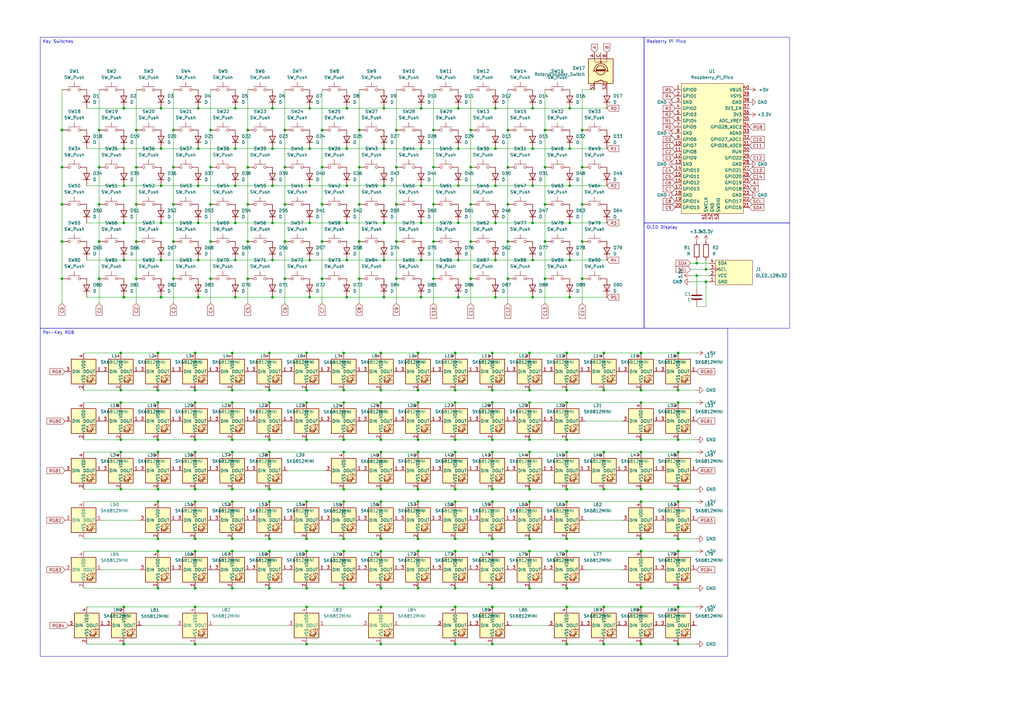
<source format=kicad_sch>
(kicad_sch (version 20250114) (generator "eeschema") (generator_version "9.0")
  (paper "A3")
  (lib_symbols
    (symbol "Device:C" (pin_numbers (hide yes)) (pin_names (offset 0.254))
      (property "Reference" "C" (at 0.635 2.54 0))
      (property "Value" "C" (at 0.635 -2.54 0))
      (symbol "C_1_1"
        (pin passive line (at 0 3.81 270) (length 2.794) (name "~") (number "1"))
        (pin passive line (at 0 -3.81 90) (length 2.794) (name "~") (number "2"))
      )
    )
    (symbol "Device:D" (pin_numbers (hide yes)) (pin_names (offset 1.016) (hide yes))
      (property "Reference" "D" (at 0 2.54 0))
      (property "Value" "D" (at 0 -2.54 0))
      (symbol "D_1_1"
        (pin passive line (at -3.81 0 0) (length 2.54) (name "K") (number "1"))
        (pin passive line (at 3.81 0 180) (length 2.54) (name "A") (number "2"))
      )
    )
    (symbol "Device:R" (pin_numbers (hide yes)) (pin_names (offset 0))
      (property "Reference" "R" (at 2.032 0 90))
      (property "Value" "R" (at 0 0 90))
      (symbol "R_1_1"
        (pin passive line (at 0 3.81 270) (length 1.27) (name "~") (number "1"))
        (pin passive line (at 0 -3.81 90) (length 1.27) (name "~") (number "2"))
      )
    )
    (symbol "Device:RotaryEncoder_Switch" (pin_names (offset 0.254) (hide yes))
      (property "Reference" "SW" (at 0 6.604 0))
      (property "Value" "RotaryEncoder_Switch" (at 0 -6.604 0))
      (symbol "RotaryEncoder_Switch_1_1"
        (pin passive line (at -7.62 2.54 0) (length 2.54) (name "A") (number "A"))
        (pin passive line (at -7.62 0 0) (length 2.54) (name "C") (number "C"))
        (pin passive line (at -7.62 -2.54 0) (length 2.54) (name "B") (number "B"))
        (pin passive line (at 7.62 2.54 180) (length 2.54) (name "S1") (number "S1"))
        (pin passive line (at 7.62 -2.54 180) (length 2.54) (name "S2") (number "S2"))
      )
    )
    (symbol "LED:SK6812MINI" (pin_names (offset 0.254))
      (property "Reference" "D" (at 5.08 5.715 0))
      (property "Value" "SK6812MINI" (at 1.27 -5.715 0))
      (symbol "SK6812MINI_0_0"
        (text "RGB" (at 2.286 -4.191 0) (effects (font (size 0.762 0.762))))
      )
      (symbol "SK6812MINI_1_1"
        (pin input line (at -7.62 0 0) (length 2.54) (name "DIN") (number "3"))
        (pin power_in line (at 0 7.62 270) (length 2.54) (name "VDD") (number "4"))
        (pin power_in line (at 0 -7.62 90) (length 2.54) (name "VSS") (number "2"))
        (pin output line (at 7.62 0 180) (length 2.54) (name "DOUT") (number "1"))
      )
    )
    (symbol "ScottoKeebs:MCU_Raspberry_Pi_Pico"
      (property "Reference" "U" (at 0 0 0))
      (property "Value" "Raspberry_Pi_Pico" (at 0 27.94 0))
      (symbol "MCU_Raspberry_Pi_Pico_1_1"
        (pin bidirectional line (at -15.24 24.13 0) (length 2.54) (name "GPIO0") (number "1"))
        (pin bidirectional line (at -15.24 21.59 0) (length 2.54) (name "GPIO1") (number "2"))
        (pin power_in line (at -15.24 19.05 0) (length 2.54) (name "GND") (number "3"))
        (pin bidirectional line (at -15.24 16.51 0) (length 2.54) (name "GPIO2") (number "4"))
        (pin bidirectional line (at -15.24 13.97 0) (length 2.54) (name "GPIO3") (number "5"))
        (pin bidirectional line (at -15.24 11.43 0) (length 2.54) (name "GPIO4") (number "6"))
        (pin bidirectional line (at -15.24 8.89 0) (length 2.54) (name "GPIO5") (number "7"))
        (pin power_in line (at -15.24 6.35 0) (length 2.54) (name "GND") (number "8"))
        (pin bidirectional line (at -15.24 3.81 0) (length 2.54) (name "GPIO6") (number "9"))
        (pin bidirectional line (at -15.24 1.27 0) (length 2.54) (name "GPIO7") (number "10"))
        (pin bidirectional line (at -15.24 -1.27 0) (length 2.54) (name "GPIO8") (number "11"))
        (pin bidirectional line (at -15.24 -3.81 0) (length 2.54) (name "GPIO9") (number "12"))
        (pin power_in line (at -15.24 -6.35 0) (length 2.54) (name "GND") (number "13"))
        (pin bidirectional line (at -15.24 -8.89 0) (length 2.54) (name "GPIO10") (number "14"))
        (pin bidirectional line (at -15.24 -11.43 0) (length 2.54) (name "GPIO11") (number "15"))
        (pin bidirectional line (at -15.24 -13.97 0) (length 2.54) (name "GPIO12") (number "16"))
        (pin bidirectional line (at -15.24 -16.51 0) (length 2.54) (name "GPIO13") (number "17"))
        (pin power_in line (at -15.24 -19.05 0) (length 2.54) (name "GND") (number "18"))
        (pin bidirectional line (at -15.24 -21.59 0) (length 2.54) (name "GPIO14") (number "19"))
        (pin bidirectional line (at -15.24 -24.13 0) (length 2.54) (name "GPIO15") (number "20"))
        (pin input line (at -2.54 -29.21 90) (length 2.54) (name "SWCLK") (number "41"))
        (pin power_in line (at 0 -29.21 90) (length 2.54) (name "GND") (number "42"))
        (pin bidirectional line (at 2.54 -29.21 90) (length 2.54) (name "SWDIO") (number "43"))
        (pin power_in line (at 15.24 24.13 180) (length 2.54) (name "VBUS") (number "40"))
        (pin power_in line (at 15.24 21.59 180) (length 2.54) (name "VSYS") (number "39"))
        (pin bidirectional line (at 15.24 19.05 180) (length 2.54) (name "GND") (number "38"))
        (pin input line (at 15.24 16.51 180) (length 2.54) (name "3V3_EN") (number "37"))
        (pin power_in line (at 15.24 13.97 180) (length 2.54) (name "3V3") (number "36"))
        (pin power_in line (at 15.24 11.43 180) (length 2.54) (name "ADC_VREF") (number "35"))
        (pin bidirectional line (at 15.24 8.89 180) (length 2.54) (name "GPIO28_ADC2") (number "34"))
        (pin power_in line (at 15.24 6.35 180) (length 2.54) (name "AGND") (number "33"))
        (pin bidirectional line (at 15.24 3.81 180) (length 2.54) (name "GPIO27_ADC1") (number "32"))
        (pin bidirectional line (at 15.24 1.27 180) (length 2.54) (name "GPIO26_ADC0") (number "31"))
        (pin input line (at 15.24 -1.27 180) (length 2.54) (name "RUN") (number "30"))
        (pin bidirectional line (at 15.24 -3.81 180) (length 2.54) (name "GPIO22") (number "29"))
        (pin power_in line (at 15.24 -6.35 180) (length 2.54) (name "GND") (number "28"))
        (pin bidirectional line (at 15.24 -8.89 180) (length 2.54) (name "GPIO21") (number "27"))
        (pin bidirectional line (at 15.24 -11.43 180) (length 2.54) (name "GPIO20") (number "26"))
        (pin bidirectional line (at 15.24 -13.97 180) (length 2.54) (name "GPIO19") (number "25"))
        (pin bidirectional line (at 15.24 -16.51 180) (length 2.54) (name "GPIO18") (number "24"))
        (pin power_in line (at 15.24 -19.05 180) (length 2.54) (name "GND") (number "23"))
        (pin bidirectional line (at 15.24 -21.59 180) (length 2.54) (name "GPIO17") (number "22"))
        (pin bidirectional line (at 15.24 -24.13 180) (length 2.54) (name "GPIO16") (number "21"))
      )
    )
    (symbol "ScottoKeebs:OLED_128x32" (pin_names (offset 1.016))
      (property "Reference" "J" (at 0 -6.35 0))
      (property "Value" "OLED_128x32" (at 0 6.35 0))
      (symbol "OLED_128x32_1_1"
        (pin bidirectional line (at -2.54 3.81 0) (length 2.54) (name "SDA") (number "4"))
        (pin input clock (at -2.54 1.27 0) (length 2.54) (name "SCL") (number "3"))
        (pin power_in line (at -2.54 -1.27 0) (length 2.54) (name "VCC") (number "2"))
        (pin power_in line (at -2.54 -3.81 0) (length 2.54) (name "GND") (number "1"))
      )
    )
    (symbol "Switch:SW_Push" (pin_numbers (hide yes)) (pin_names (offset 1.016) (hide yes))
      (property "Reference" "SW" (at 1.27 2.54 0))
      (property "Value" "SW_Push" (at 0 -1.524 0))
      (symbol "SW_Push_0_1"
        (pin passive line (at -5.08 0 0) (length 2.54) (name "1") (number "1"))
        (pin passive line (at 5.08 0 180) (length 2.54) (name "2") (number "2"))
      )
    )
    (symbol "power:+3.3V" (power) (pin_numbers (hide yes)) (pin_names (offset 0) (hide yes))
      (property "Value" "+3.3V" (at 0 3.556 0))
      (symbol "+3.3V_1_1"
        (pin power_in line (at 0 0 90) (length 0) (name "~") (number "1"))
      )
    )
    (symbol "power:+5V" (power) (pin_numbers (hide yes)) (pin_names (offset 0) (hide yes))
      (property "Value" "+5V" (at 0 3.556 0))
      (symbol "+5V_1_1"
        (pin power_in line (at 0 0 90) (length 0) (name "~") (number "1"))
      )
    )
    (symbol "power:GND" (power) (pin_numbers (hide yes)) (pin_names (offset 0) (hide yes))
      (property "Value" "GND" (at 0 -3.81 0))
      (symbol "GND_1_1"
        (pin power_in line (at 0 0 270) (length 0) (name "~") (number "1"))
      )
    )
  )
  (text_box "OLED Display\n" (at 264.16 91.44 0) (size 59.69 43.18) (margins 0.9525 0.9525 0.9525 0.9525) (effects (font (size 1.27 1.27)) (justify left top)))
  (text_box "Key Switches\n" (at 16.51 15.24 0) (size 247.65 119.38) (margins 0.9525 0.9525 0.9525 0.9525) (effects (font (size 1.27 1.27)) (justify left top)))
  (text_box "Per-Key RGB" (at 16.51 134.62 0) (size 281.94 134.62) (margins 0.9525 0.9525 0.9525 0.9525) (effects (font (size 1.27 1.27)) (justify left top)))
  (text_box "Rasberry Pi Pico\n" (at 264.16 15.24 0) (size 59.69 76.2) (margins 0.9525 0.9525 0.9525 0.9525) (effects (font (size 1.27 1.27)) (justify left top)))
  (junction (at 49.53 180.34))
  (junction (at 95.25 185.42))
  (junction (at 140.97 165.1))
  (junction (at 217.17 185.42))
  (junction (at 140.97 200.66))
  (junction (at 223.52 114.3))
  (junction (at 40.64 53.34))
  (junction (at 132.08 114.3))
  (junction (at 262.89 264.16))
  (junction (at 142.24 76.2))
  (junction (at 177.8 114.3))
  (junction (at 232.41 205.74))
  (junction (at 142.24 44.45))
  (junction (at 157.48 121.92))
  (junction (at 55.88 53.34))
  (junction (at 101.6 114.3))
  (junction (at 140.97 226.06))
  (junction (at 25.4 68.58))
  (junction (at 147.32 53.34))
  (junction (at 208.28 114.3))
  (junction (at 186.69 248.92))
  (junction (at 64.77 205.74))
  (junction (at 186.69 241.3))
  (junction (at 186.69 264.16))
  (junction (at 50.8 106.68))
  (junction (at 156.21 248.92))
  (junction (at 208.28 53.34))
  (junction (at 49.53 200.66))
  (junction (at 101.6 68.58))
  (junction (at 110.49 144.78))
  (junction (at 232.41 160.02))
  (junction (at 156.21 185.42))
  (junction (at 142.24 106.68))
  (junction (at 247.65 144.78))
  (junction (at 247.65 248.92))
  (junction (at 142.24 60.96))
  (junction (at 201.93 220.98))
  (junction (at 142.24 91.44))
  (junction (at 187.96 76.2))
  (junction (at 64.77 220.98))
  (junction (at 262.89 220.98))
  (junction (at 233.68 60.96))
  (junction (at 193.04 114.3))
  (junction (at 49.53 144.78))
  (junction (at 125.73 241.3))
  (junction (at 157.48 106.68))
  (junction (at 125.73 205.74))
  (junction (at 217.17 205.74))
  (junction (at 156.21 165.1))
  (junction (at 187.96 121.92))
  (junction (at 217.17 144.78))
  (junction (at 125.73 165.1))
  (junction (at 110.49 160.02))
  (junction (at 201.93 248.92))
  (junction (at 132.08 99.06))
  (junction (at 127 121.92))
  (junction (at 186.69 165.1))
  (junction (at 278.13 226.06))
  (junction (at 64.77 200.66))
  (junction (at 171.45 160.02))
  (junction (at 96.52 106.68))
  (junction (at 156.21 264.16))
  (junction (at 50.8 248.92))
  (junction (at 172.72 106.68))
  (junction (at 111.76 121.92))
  (junction (at 96.52 60.96))
  (junction (at 177.8 68.58))
  (junction (at 218.44 44.45))
  (junction (at 217.17 220.98))
  (junction (at 289.56 115.57))
  (junction (at 140.97 144.78))
  (junction (at 247.65 264.16))
  (junction (at 218.44 121.92))
  (junction (at 171.45 226.06))
  (junction (at 49.53 165.1))
  (junction (at 262.89 226.06))
  (junction (at 156.21 180.34))
  (junction (at 233.68 106.68))
  (junction (at 127 76.2))
  (junction (at 140.97 185.42))
  (junction (at 96.52 44.45))
  (junction (at 171.45 180.34))
  (junction (at 247.65 185.42))
  (junction (at 50.8 121.92))
  (junction (at 217.17 160.02))
  (junction (at 64.77 241.3))
  (junction (at 50.8 264.16))
  (junction (at 247.65 160.02))
  (junction (at 125.73 160.02))
  (junction (at 218.44 60.96))
  (junction (at 64.77 144.78))
  (junction (at 201.93 165.1))
  (junction (at 193.04 68.58))
  (junction (at 217.17 200.66))
  (junction (at 218.44 91.44))
  (junction (at 125.73 144.78))
  (junction (at 140.97 180.34))
  (junction (at 66.04 106.68))
  (junction (at 162.56 53.34))
  (junction (at 101.6 99.06))
  (junction (at 201.93 241.3))
  (junction (at 132.08 53.34))
  (junction (at 187.96 91.44))
  (junction (at 132.08 83.82))
  (junction (at 156.21 226.06))
  (junction (at 201.93 160.02))
  (junction (at 218.44 76.2))
  (junction (at 66.04 60.96))
  (junction (at 80.01 160.02))
  (junction (at 162.56 83.82))
  (junction (at 172.72 91.44))
  (junction (at 116.84 53.34))
  (junction (at 203.2 44.45))
  (junction (at 71.12 53.34))
  (junction (at 95.25 241.3))
  (junction (at 172.72 76.2))
  (junction (at 193.04 83.82))
  (junction (at 80.01 226.06))
  (junction (at 95.25 180.34))
  (junction (at 80.01 241.3))
  (junction (at 95.25 220.98))
  (junction (at 64.77 226.06))
  (junction (at 86.36 83.82))
  (junction (at 186.69 160.02))
  (junction (at 278.13 160.02))
  (junction (at 142.24 121.92))
  (junction (at 186.69 185.42))
  (junction (at 55.88 99.06))
  (junction (at 127 44.45))
  (junction (at 217.17 180.34))
  (junction (at 285.75 113.03))
  (junction (at 140.97 160.02))
  (junction (at 140.97 205.74))
  (junction (at 289.56 110.49))
  (junction (at 80.01 185.42))
  (junction (at 64.77 180.34))
  (junction (at 147.32 83.82))
  (junction (at 111.76 106.68))
  (junction (at 186.69 205.74))
  (junction (at 116.84 83.82))
  (junction (at 50.8 44.45))
  (junction (at 187.96 44.45))
  (junction (at 95.25 144.78))
  (junction (at 238.76 68.58))
  (junction (at 96.52 91.44))
  (junction (at 217.17 165.1))
  (junction (at 101.6 53.34))
  (junction (at 25.4 83.82))
  (junction (at 116.84 68.58))
  (junction (at 86.36 114.3))
  (junction (at 157.48 76.2))
  (junction (at 187.96 106.68))
  (junction (at 55.88 83.82))
  (junction (at 49.53 160.02))
  (junction (at 71.12 68.58))
  (junction (at 223.52 68.58))
  (junction (at 262.89 205.74))
  (junction (at 232.41 180.34))
  (junction (at 186.69 144.78))
  (junction (at 25.4 99.06))
  (junction (at 232.41 264.16))
  (junction (at 64.77 160.02))
  (junction (at 110.49 165.1))
  (junction (at 125.73 226.06))
  (junction (at 201.93 185.42))
  (junction (at 111.76 91.44))
  (junction (at 278.13 248.92))
  (junction (at 171.45 185.42))
  (junction (at 156.21 160.02))
  (junction (at 156.21 205.74))
  (junction (at 203.2 106.68))
  (junction (at 40.64 114.3))
  (junction (at 147.32 114.3))
  (junction (at 110.49 241.3))
  (junction (at 55.88 68.58))
  (junction (at 278.13 264.16))
  (junction (at 125.73 220.98))
  (junction (at 64.77 185.42))
  (junction (at 232.41 165.1))
  (junction (at 262.89 144.78))
  (junction (at 238.76 53.34))
  (junction (at 217.17 241.3))
  (junction (at 217.17 226.06))
  (junction (at 208.28 68.58))
  (junction (at 80.01 264.16))
  (junction (at 201.93 180.34))
  (junction (at 223.52 83.82))
  (junction (at 86.36 68.58))
  (junction (at 140.97 220.98))
  (junction (at 40.64 83.82))
  (junction (at 157.48 91.44))
  (junction (at 147.32 99.06))
  (junction (at 203.2 121.92))
  (junction (at 40.64 99.06))
  (junction (at 111.76 76.2))
  (junction (at 50.8 91.44))
  (junction (at 238.76 99.06))
  (junction (at 208.28 99.06))
  (junction (at 95.25 160.02))
  (junction (at 95.25 205.74))
  (junction (at 110.49 220.98))
  (junction (at 262.89 180.34))
  (junction (at 86.36 99.06))
  (junction (at 171.45 241.3))
  (junction (at 96.52 121.92))
  (junction (at 232.41 220.98))
  (junction (at 125.73 248.92))
  (junction (at 278.13 144.78))
  (junction (at 171.45 205.74))
  (junction (at 201.93 200.66))
  (junction (at 172.72 44.45))
  (junction (at 66.04 44.45))
  (junction (at 278.13 180.34))
  (junction (at 193.04 99.06))
  (junction (at 223.52 99.06))
  (junction (at 147.32 68.58))
  (junction (at 186.69 180.34))
  (junction (at 262.89 248.92))
  (junction (at 110.49 205.74))
  (junction (at 66.04 91.44))
  (junction (at 80.01 220.98))
  (junction (at 157.48 44.45))
  (junction (at 95.25 165.1))
  (junction (at 186.69 226.06))
  (junction (at 125.73 264.16))
  (junction (at 81.28 121.92))
  (junction (at 110.49 226.06))
  (junction (at 95.25 226.06))
  (junction (at 201.93 264.16))
  (junction (at 110.49 185.42))
  (junction (at 156.21 200.66))
  (junction (at 233.68 76.2))
  (junction (at 50.8 76.2))
  (junction (at 116.84 114.3))
  (junction (at 278.13 185.42))
  (junction (at 203.2 76.2))
  (junction (at 262.89 160.02))
  (junction (at 278.13 200.66))
  (junction (at 171.45 220.98))
  (junction (at 96.52 76.2))
  (junction (at 262.89 165.1))
  (junction (at 232.41 144.78))
  (junction (at 177.8 83.82))
  (junction (at 156.21 241.3))
  (junction (at 111.76 60.96))
  (junction (at 81.28 44.45))
  (junction (at 223.52 53.34))
  (junction (at 203.2 60.96))
  (junction (at 232.41 241.3))
  (junction (at 80.01 144.78))
  (junction (at 285.75 107.95))
  (junction (at 81.28 106.68))
  (junction (at 80.01 248.92))
  (junction (at 66.04 76.2))
  (junction (at 111.76 44.45))
  (junction (at 218.44 106.68))
  (junction (at 80.01 180.34))
  (junction (at 232.41 185.42))
  (junction (at 66.04 121.92))
  (junction (at 55.88 114.3))
  (junction (at 101.6 83.82))
  (junction (at 71.12 83.82))
  (junction (at 201.93 144.78))
  (junction (at 233.68 91.44))
  (junction (at 247.65 200.66))
  (junction (at 110.49 200.66))
  (junction (at 193.04 53.34))
  (junction (at 86.36 53.34))
  (junction (at 201.93 205.74))
  (junction (at 162.56 114.3))
  (junction (at 64.77 165.1))
  (junction (at 208.28 83.82))
  (junction (at 80.01 165.1))
  (junction (at 232.41 200.66))
  (junction (at 50.8 60.96))
  (junction (at 162.56 99.06))
  (junction (at 177.8 53.34))
  (junction (at 116.84 99.06))
  (junction (at 262.89 200.66))
  (junction (at 171.45 165.1))
  (junction (at 81.28 60.96))
  (junction (at 177.8 99.06))
  (junction (at 233.68 121.92))
  (junction (at 81.28 76.2))
  (junction (at 171.45 144.78))
  (junction (at 172.72 121.92))
  (junction (at 80.01 200.66))
  (junction (at 127 91.44))
  (junction (at 25.4 114.3))
  (junction (at 238.76 83.82))
  (junction (at 125.73 180.34))
  (junction (at 278.13 205.74))
  (junction (at 25.4 53.34))
  (junction (at 140.97 241.3))
  (junction (at 110.49 180.34))
  (junction (at 172.72 60.96))
  (junction (at 157.48 60.96))
  (junction (at 71.12 114.3))
  (junction (at 186.69 220.98))
  (junction (at 127 60.96))
  (junction (at 40.64 68.58))
  (junction (at 156.21 220.98))
  (junction (at 278.13 220.98))
  (junction (at 203.2 91.44))
  (junction (at 278.13 165.1))
  (junction (at 186.69 200.66))
  (junction (at 232.41 226.06))
  (junction (at 71.12 99.06))
  (junction (at 262.89 185.42))
  (junction (at 233.68 44.45))
  (junction (at 95.25 200.66))
  (junction (at 162.56 68.58))
  (junction (at 201.93 226.06))
  (junction (at 171.45 200.66))
  (junction (at 80.01 205.74))
  (junction (at 49.53 185.42))
  (junction (at 81.28 91.44))
  (junction (at 127 106.68))
  (junction (at 187.96 60.96))
  (junction (at 262.89 241.3))
  (junction (at 238.76 114.3))
  (junction (at 156.21 144.78))
  (junction (at 278.13 241.3))
  (junction (at 132.08 68.58))
  (junction (at 232.41 248.92))
  (wire (pts (xy 95.25 180.34) (xy 110.49 180.34)))
  (wire (pts (xy 255.27 213.36) (xy 240.03 213.36)))
  (wire (pts (xy 186.69 220.98) (xy 201.93 220.98)))
  (wire (pts (xy 81.28 106.68) (xy 96.52 106.68)))
  (wire (pts (xy 187.96 44.45) (xy 203.2 44.45)))
  (wire (pts (xy 285.75 200.66) (xy 278.13 200.66)))
  (wire (pts (xy 55.88 68.58) (xy 55.88 83.82)))
  (wire (pts (xy 186.69 226.06) (xy 171.45 226.06)))
  (wire (pts (xy 34.29 180.34) (xy 49.53 180.34)))
  (wire (pts (xy 247.65 264.16) (xy 262.89 264.16)))
  (wire (pts (xy 217.17 220.98) (xy 232.41 220.98)))
  (wire (pts (xy 223.52 114.3) (xy 223.52 124.46)))
  (wire (pts (xy 232.41 220.98) (xy 262.89 220.98)))
  (wire (pts (xy 186.69 185.42) (xy 171.45 185.42)))
  (wire (pts (xy 140.97 220.98) (xy 125.73 220.98)))
  (wire (pts (xy 140.97 220.98) (xy 156.21 220.98)))
  (wire (pts (xy 238.76 99.06) (xy 238.76 114.3)))
  (wire (pts (xy 50.8 44.45) (xy 66.04 44.45)))
  (wire (pts (xy 157.48 60.96) (xy 172.72 60.96)))
  (wire (pts (xy 233.68 76.2) (xy 248.92 76.2)))
  (wire (pts (xy 156.21 160.02) (xy 171.45 160.02)))
  (wire (pts (xy 40.64 83.82) (xy 40.64 99.06)))
  (wire (pts (xy 285.75 180.34) (xy 278.13 180.34)))
  (wire (pts (xy 96.52 44.45) (xy 111.76 44.45)))
  (wire (pts (xy 132.08 114.3) (xy 132.08 124.46)))
  (wire (pts (xy 25.4 99.06) (xy 25.4 114.3)))
  (wire (pts (xy 50.8 121.92) (xy 66.04 121.92)))
  (wire (pts (xy 111.76 91.44) (xy 127 91.44)))
  (wire (pts (xy 156.21 200.66) (xy 171.45 200.66)))
  (wire (pts (xy 171.45 185.42) (xy 156.21 185.42)))
  (wire (pts (xy 110.49 144.78) (xy 125.73 144.78)))
  (wire (pts (xy 233.68 44.45) (xy 248.92 44.45)))
  (wire (pts (xy 116.84 83.82) (xy 116.84 99.06)))
  (wire (pts (xy 232.41 226.06) (xy 217.17 226.06)))
  (wire (pts (xy 34.29 160.02) (xy 49.53 160.02)))
  (wire (pts (xy 50.8 106.68) (xy 66.04 106.68)))
  (wire (pts (xy 81.28 44.45) (xy 96.52 44.45)))
  (wire (pts (xy 132.08 68.58) (xy 132.08 83.82)))
  (wire (pts (xy 142.24 60.96) (xy 157.48 60.96)))
  (wire (pts (xy 177.8 124.46) (xy 177.8 114.3)))
  (wire (pts (xy 193.04 99.06) (xy 193.04 114.3)))
  (wire (pts (xy 232.41 264.16) (xy 247.65 264.16)))
  (wire (pts (xy 156.21 226.06) (xy 140.97 226.06)))
  (wire (pts (xy 186.69 180.34) (xy 201.93 180.34)))
  (wire (pts (xy 116.84 68.58) (xy 116.84 83.82)))
  (wire (pts (xy 80.01 241.3) (xy 95.25 241.3)))
  (wire (pts (xy 50.8 60.96) (xy 66.04 60.96)))
  (wire (pts (xy 140.97 180.34) (xy 156.21 180.34)))
  (wire (pts (xy 186.69 248.92) (xy 156.21 248.92)))
  (wire (pts (xy 177.8 83.82) (xy 177.8 99.06)))
  (wire (pts (xy 285.75 144.78) (xy 278.13 144.78)))
  (wire (pts (xy 232.41 200.66) (xy 247.65 200.66)))
  (wire (pts (xy 71.12 36.83) (xy 71.12 53.34)))
  (wire (pts (xy 262.89 226.06) (xy 278.13 226.06)))
  (wire (pts (xy 125.73 165.1) (xy 140.97 165.1)))
  (wire (pts (xy 96.52 106.68) (xy 111.76 106.68)))
  (wire (pts (xy 66.04 44.45) (xy 81.28 44.45)))
  (wire (pts (xy 127 60.96) (xy 142.24 60.96)))
  (wire (pts (xy 101.6 68.58) (xy 101.6 83.82)))
  (wire (pts (xy 193.04 114.3) (xy 193.04 124.46)))
  (wire (pts (xy 49.53 200.66) (xy 64.77 200.66)))
  (wire (pts (xy 262.89 180.34) (xy 278.13 180.34)))
  (wire (pts (xy 49.53 160.02) (xy 64.77 160.02)))
  (wire (pts (xy 132.08 53.34) (xy 132.08 68.58)))
  (wire (pts (xy 285.75 113.03) (xy 285.75 118.11)))
  (wire (pts (xy 223.52 83.82) (xy 223.52 99.06)))
  (wire (pts (xy 203.2 121.92) (xy 218.44 121.92)))
  (wire (pts (xy 285.75 205.74) (xy 278.13 205.74)))
  (wire (pts (xy 217.17 144.78) (xy 232.41 144.78)))
  (wire (pts (xy 171.45 241.3) (xy 186.69 241.3)))
  (wire (pts (xy 95.25 200.66) (xy 110.49 200.66)))
  (wire (pts (xy 110.49 226.06) (xy 125.73 226.06)))
  (wire (pts (xy 116.84 99.06) (xy 116.84 114.3)))
  (wire (pts (xy 208.28 99.06) (xy 208.28 114.3)))
  (wire (pts (xy 186.69 248.92) (xy 201.93 248.92)))
  (wire (pts (xy 171.45 144.78) (xy 186.69 144.78)))
  (wire (pts (xy 95.25 160.02) (xy 110.49 160.02)))
  (wire (pts (xy 172.72 76.2) (xy 187.96 76.2)))
  (wire (pts (xy 232.41 144.78) (xy 247.65 144.78)))
  (wire (pts (xy 86.36 83.82) (xy 86.36 99.06)))
  (wire (pts (xy 172.72 44.45) (xy 187.96 44.45)))
  (wire (pts (xy 172.72 91.44) (xy 187.96 91.44)))
  (wire (pts (xy 262.89 160.02) (xy 278.13 160.02)))
  (wire (pts (xy 35.56 121.92) (xy 50.8 121.92)))
  (wire (pts (xy 283.21 115.57) (xy 289.56 115.57)))
  (wire (pts (xy 66.04 106.68) (xy 81.28 106.68)))
  (wire (pts (xy 125.73 264.16) (xy 156.21 264.16)))
  (wire (pts (xy 201.93 144.78) (xy 217.17 144.78)))
  (wire (pts (xy 25.4 114.3) (xy 25.4 124.46)))
  (wire (pts (xy 110.49 220.98) (xy 125.73 220.98)))
  (wire (pts (xy 34.29 144.78) (xy 49.53 144.78)))
  (wire (pts (xy 66.04 76.2) (xy 81.28 76.2)))
  (wire (pts (xy 127 121.92) (xy 142.24 121.92)))
  (wire (pts (xy 203.2 76.2) (xy 218.44 76.2)))
  (wire (pts (xy 71.12 99.06) (xy 71.12 114.3)))
  (wire (pts (xy 283.21 110.49) (xy 289.56 110.49)))
  (wire (pts (xy 162.56 83.82) (xy 162.56 99.06)))
  (wire (pts (xy 86.36 68.58) (xy 86.36 83.82)))
  (wire (pts (xy 55.88 53.34) (xy 55.88 68.58)))
  (wire (pts (xy 177.8 36.83) (xy 177.8 53.34)))
  (wire (pts (xy 35.56 106.68) (xy 50.8 106.68)))
  (wire (pts (xy 35.56 44.45) (xy 50.8 44.45)))
  (wire (pts (xy 50.8 91.44) (xy 66.04 91.44)))
  (wire (pts (xy 66.04 121.92) (xy 81.28 121.92)))
  (wire (pts (xy 157.48 44.45) (xy 172.72 44.45)))
  (wire (pts (xy 55.88 83.82) (xy 55.88 99.06)))
  (wire (pts (xy 55.88 99.06) (xy 55.88 114.3)))
  (wire (pts (xy 193.04 53.34) (xy 193.04 68.58)))
  (wire (pts (xy 147.32 99.06) (xy 147.32 114.3)))
  (wire (pts (xy 125.73 226.06) (xy 140.97 226.06)))
  (wire (pts (xy 238.76 53.34) (xy 238.76 68.58)))
  (wire (pts (xy 25.4 68.58) (xy 25.4 83.82)))
  (wire (pts (xy 232.41 205.74) (xy 217.17 205.74)))
  (wire (pts (xy 262.89 220.98) (xy 278.13 220.98)))
  (wire (pts (xy 127 44.45) (xy 142.24 44.45)))
  (wire (pts (xy 111.76 44.45) (xy 127 44.45)))
  (wire (pts (xy 157.48 76.2) (xy 172.72 76.2)))
  (wire (pts (xy 156.21 200.66) (xy 140.97 200.66)))
  (wire (pts (xy 101.6 114.3) (xy 101.6 124.46)))
  (wire (pts (xy 186.69 144.78) (xy 201.93 144.78)))
  (wire (pts (xy 80.01 226.06) (xy 95.25 226.06)))
  (wire (pts (xy 217.17 165.1) (xy 232.41 165.1)))
  (wire (pts (xy 40.64 99.06) (xy 40.64 114.3)))
  (wire (pts (xy 50.8 264.16) (xy 80.01 264.16)))
  (wire (pts (xy 243.84 36.83) (xy 238.76 36.83)))
  (wire (pts (xy 232.41 160.02) (xy 247.65 160.02)))
  (wire (pts (xy 247.65 160.02) (xy 262.89 160.02)))
  (wire (pts (xy 223.52 53.34) (xy 223.52 68.58)))
  (wire (pts (xy 262.89 264.16) (xy 278.13 264.16)))
  (wire (pts (xy 157.48 121.92) (xy 172.72 121.92)))
  (wire (pts (xy 262.89 248.92) (xy 278.13 248.92)))
  (wire (pts (xy 285.75 107.95) (xy 290.83 107.95)))
  (wire (pts (xy 57.15 233.68) (xy 41.91 233.68)))
  (wire (pts (xy 193.04 68.58) (xy 193.04 83.82)))
  (wire (pts (xy 40.64 36.83) (xy 40.64 53.34)))
  (wire (pts (xy 186.69 205.74) (xy 171.45 205.74)))
  (wire (pts (xy 232.41 200.66) (xy 217.17 200.66)))
  (wire (pts (xy 238.76 68.58) (xy 238.76 83.82)))
  (wire (pts (xy 80.01 185.42) (xy 95.25 185.42)))
  (wire (pts (xy 95.25 241.3) (xy 110.49 241.3)))
  (wire (pts (xy 64.77 220.98) (xy 80.01 220.98)))
  (wire (pts (xy 162.56 53.34) (xy 162.56 68.58)))
  (wire (pts (xy 285.75 241.3) (xy 278.13 241.3)))
  (wire (pts (xy 133.35 193.04) (xy 118.11 193.04)))
  (wire (pts (xy 208.28 53.34) (xy 208.28 68.58)))
  (wire (pts (xy 201.93 160.02) (xy 217.17 160.02)))
  (wire (pts (xy 140.97 144.78) (xy 156.21 144.78)))
  (wire (pts (xy 125.73 144.78) (xy 140.97 144.78)))
  (wire (pts (xy 142.24 76.2) (xy 157.48 76.2)))
  (wire (pts (xy 140.97 185.42) (xy 156.21 185.42)))
  (wire (pts (xy 125.73 248.92) (xy 156.21 248.92)))
  (wire (pts (xy 247.65 185.42) (xy 262.89 185.42)))
  (wire (pts (xy 66.04 60.96) (xy 81.28 60.96)))
  (wire (pts (xy 171.45 205.74) (xy 156.21 205.74)))
  (wire (pts (xy 285.75 113.03) (xy 290.83 113.03)))
  (wire (pts (xy 171.45 165.1) (xy 186.69 165.1)))
  (wire (pts (xy 95.25 144.78) (xy 110.49 144.78)))
  (wire (pts (xy 49.53 180.34) (xy 64.77 180.34)))
  (wire (pts (xy 101.6 53.34) (xy 101.6 68.58)))
  (wire (pts (xy 289.56 106.68) (xy 289.56 110.49)))
  (wire (pts (xy 238.76 83.82) (xy 238.76 99.06)))
  (wire (pts (xy 217.17 180.34) (xy 232.41 180.34)))
  (wire (pts (xy 64.77 144.78) (xy 80.01 144.78)))
  (wire (pts (xy 285.75 248.92) (xy 278.13 248.92)))
  (wire (pts (xy 147.32 114.3) (xy 147.32 124.46)))
  (wire (pts (xy 217.17 241.3) (xy 232.41 241.3)))
  (wire (pts (xy 186.69 205.74) (xy 201.93 205.74)))
  (wire (pts (xy 232.41 205.74) (xy 262.89 205.74)))
  (wire (pts (xy 81.28 121.92) (xy 96.52 121.92)))
  (wire (pts (xy 110.49 180.34) (xy 125.73 180.34)))
  (wire (pts (xy 96.52 76.2) (xy 111.76 76.2)))
  (wire (pts (xy 223.52 68.58) (xy 223.52 83.82)))
  (wire (pts (xy 35.56 264.16) (xy 50.8 264.16)))
  (wire (pts (xy 132.08 36.83) (xy 132.08 53.34)))
  (wire (pts (xy 217.17 241.3) (xy 201.93 241.3)))
  (wire (pts (xy 147.32 53.34) (xy 147.32 68.58)))
  (wire (pts (xy 49.53 185.42) (xy 64.77 185.42)))
  (wire (pts (xy 156.21 144.78) (xy 171.45 144.78)))
  (wire (pts (xy 140.97 241.3) (xy 156.21 241.3)))
  (wire (pts (xy 187.96 91.44) (xy 203.2 91.44)))
  (wire (pts (xy 162.56 99.06) (xy 162.56 114.3)))
  (wire (pts (xy 111.76 76.2) (xy 127 76.2)))
  (wire (pts (xy 172.72 121.92) (xy 187.96 121.92)))
  (wire (pts (xy 208.28 36.83) (xy 208.28 53.34)))
  (wire (pts (xy 156.21 165.1) (xy 171.45 165.1)))
  (wire (pts (xy 95.25 205.74) (xy 110.49 205.74)))
  (wire (pts (xy 147.32 68.58) (xy 147.32 83.82)))
  (wire (pts (xy 171.45 160.02) (xy 186.69 160.02)))
  (wire (pts (xy 177.8 99.06) (xy 177.8 114.3)))
  (wire (pts (xy 203.2 44.45) (xy 218.44 44.45)))
  (wire (pts (xy 193.04 83.82) (xy 193.04 99.06)))
  (wire (pts (xy 217.17 160.02) (xy 232.41 160.02)))
  (wire (pts (xy 110.49 205.74) (xy 125.73 205.74)))
  (wire (pts (xy 81.28 91.44) (xy 96.52 91.44)))
  (wire (pts (xy 101.6 99.06) (xy 101.6 114.3)))
  (wire (pts (xy 255.27 233.68) (xy 240.03 233.68)))
  (wire (pts (xy 285.75 226.06) (xy 278.13 226.06)))
  (wire (pts (xy 49.53 165.1) (xy 64.77 165.1)))
  (wire (pts (xy 171.45 220.98) (xy 186.69 220.98)))
  (wire (pts (xy 110.49 241.3) (xy 125.73 241.3)))
  (wire (pts (xy 262.89 200.66) (xy 278.13 200.66)))
  (wire (pts (xy 64.77 165.1) (xy 80.01 165.1)))
  (wire (pts (xy 95.25 165.1) (xy 110.49 165.1)))
  (wire (pts (xy 156.21 180.34) (xy 171.45 180.34)))
  (wire (pts (xy 208.28 124.46) (xy 208.28 114.3)))
  (wire (pts (xy 232.41 241.3) (xy 262.89 241.3)))
  (wire (pts (xy 71.12 53.34) (xy 71.12 68.58)))
  (wire (pts (xy 127 91.44) (xy 142.24 91.44)))
  (wire (pts (xy 132.08 83.82) (xy 132.08 99.06)))
  (wire (pts (xy 132.08 99.06) (xy 132.08 114.3)))
  (wire (pts (xy 35.56 91.44) (xy 50.8 91.44)))
  (wire (pts (xy 148.59 256.54) (xy 133.35 256.54)))
  (wire (pts (xy 285.75 220.98) (xy 278.13 220.98)))
  (wire (pts (xy 224.79 256.54) (xy 209.55 256.54)))
  (wire (pts (xy 142.24 91.44) (xy 157.48 91.44)))
  (wire (pts (xy 35.56 248.92) (xy 50.8 248.92)))
  (wire (pts (xy 64.77 180.34) (xy 80.01 180.34)))
  (wire (pts (xy 80.01 160.02) (xy 95.25 160.02)))
  (wire (pts (xy 142.24 44.45) (xy 157.48 44.45)))
  (wire (pts (xy 262.89 144.78) (xy 278.13 144.78)))
  (wire (pts (xy 140.97 165.1) (xy 156.21 165.1)))
  (wire (pts (xy 177.8 68.58) (xy 177.8 83.82)))
  (wire (pts (xy 157.48 91.44) (xy 172.72 91.44)))
  (wire (pts (xy 66.04 91.44) (xy 81.28 91.44)))
  (wire (pts (xy 156.21 264.16) (xy 186.69 264.16)))
  (wire (pts (xy 186.69 241.3) (xy 201.93 241.3)))
  (wire (pts (xy 34.29 205.74) (xy 64.77 205.74)))
  (wire (pts (xy 86.36 36.83) (xy 86.36 53.34)))
  (wire (pts (xy 171.45 180.34) (xy 186.69 180.34)))
  (wire (pts (xy 80.01 220.98) (xy 95.25 220.98)))
  (wire (pts (xy 116.84 114.3) (xy 116.84 124.46)))
  (wire (pts (xy 247.65 248.92) (xy 232.41 248.92)))
  (wire (pts (xy 240.03 172.72) (xy 255.27 172.72)))
  (wire (pts (xy 80.01 200.66) (xy 95.25 200.66)))
  (wire (pts (xy 201.93 185.42) (xy 217.17 185.42)))
  (wire (pts (xy 111.76 121.92) (xy 127 121.92)))
  (wire (pts (xy 218.44 76.2) (xy 233.68 76.2)))
  (wire (pts (xy 81.28 76.2) (xy 96.52 76.2)))
  (wire (pts (xy 218.44 121.92) (xy 233.68 121.92)))
  (wire (pts (xy 233.68 121.92) (xy 248.92 121.92)))
  (wire (pts (xy 64.77 160.02) (xy 80.01 160.02)))
  (wire (pts (xy 34.29 165.1) (xy 49.53 165.1)))
  (wire (pts (xy 201.93 200.66) (xy 217.17 200.66)))
  (wire (pts (xy 208.28 68.58) (xy 208.28 83.82)))
  (wire (pts (xy 187.96 121.92) (xy 203.2 121.92)))
  (wire (pts (xy 55.88 36.83) (xy 55.88 53.34)))
  (wire (pts (xy 80.01 180.34) (xy 95.25 180.34)))
  (wire (pts (xy 172.72 60.96) (xy 187.96 60.96)))
  (wire (pts (xy 162.56 36.83) (xy 162.56 53.34)))
  (wire (pts (xy 57.15 213.36) (xy 41.91 213.36)))
  (wire (pts (xy 72.39 256.54) (xy 58.42 256.54)))
  (wire (pts (xy 71.12 114.3) (xy 71.12 124.46)))
  (wire (pts (xy 201.93 226.06) (xy 217.17 226.06)))
  (wire (pts (xy 34.29 200.66) (xy 49.53 200.66)))
  (wire (pts (xy 80.01 264.16) (xy 125.73 264.16)))
  (wire (pts (xy 157.48 106.68) (xy 172.72 106.68)))
  (wire (pts (xy 96.52 91.44) (xy 111.76 91.44)))
  (wire (pts (xy 233.68 91.44) (xy 248.92 91.44)))
  (wire (pts (xy 34.29 241.3) (xy 64.77 241.3)))
  (wire (pts (xy 86.36 99.06) (xy 86.36 114.3)))
  (wire (pts (xy 162.56 114.3) (xy 162.56 124.46)))
  (wire (pts (xy 201.93 205.74) (xy 217.17 205.74)))
  (wire (pts (xy 186.69 264.16) (xy 201.93 264.16)))
  (wire (pts (xy 179.07 256.54) (xy 163.83 256.54)))
  (wire (pts (xy 86.36 53.34) (xy 86.36 68.58)))
  (wire (pts (xy 187.96 60.96) (xy 203.2 60.96)))
  (wire (pts (xy 125.73 205.74) (xy 140.97 205.74)))
  (wire (pts (xy 289.56 115.57) (xy 290.83 115.57)))
  (wire (pts (xy 186.69 160.02) (xy 201.93 160.02)))
  (wire (pts (xy 238.76 36.83) (xy 238.76 53.34)))
  (wire (pts (xy 283.21 107.95) (xy 285.75 107.95)))
  (wire (pts (xy 25.4 53.34) (xy 25.4 68.58)))
  (wire (pts (xy 147.32 83.82) (xy 147.32 99.06)))
  (wire (pts (xy 80.01 144.78) (xy 95.25 144.78)))
  (wire (pts (xy 34.29 185.42) (xy 49.53 185.42)))
  (wire (pts (xy 127 76.2) (xy 142.24 76.2)))
  (wire (pts (xy 247.65 248.92) (xy 262.89 248.92)))
  (wire (pts (xy 40.64 114.3) (xy 40.64 124.46)))
  (wire (pts (xy 217.17 185.42) (xy 232.41 185.42)))
  (wire (pts (xy 247.65 144.78) (xy 262.89 144.78)))
  (wire (pts (xy 232.41 180.34) (xy 262.89 180.34)))
  (wire (pts (xy 203.2 60.96) (xy 218.44 60.96)))
  (wire (pts (xy 64.77 226.06) (xy 80.01 226.06)))
  (wire (pts (xy 111.76 60.96) (xy 127 60.96)))
  (wire (pts (xy 201.93 165.1) (xy 217.17 165.1)))
  (wire (pts (xy 71.12 68.58) (xy 71.12 83.82)))
  (wire (pts (xy 25.4 83.82) (xy 25.4 99.06)))
  (wire (pts (xy 64.77 241.3) (xy 80.01 241.3)))
  (wire (pts (xy 289.56 110.49) (xy 290.83 110.49)))
  (wire (pts (xy 262.89 205.74) (xy 278.13 205.74)))
  (wire (pts (xy 285.75 160.02) (xy 278.13 160.02)))
  (wire (pts (xy 125.73 180.34) (xy 140.97 180.34)))
  (wire (pts (xy 262.89 165.1) (xy 278.13 165.1)))
  (wire (pts (xy 285.75 125.73) (xy 289.56 125.73)))
  (wire (pts (xy 81.28 60.96) (xy 96.52 60.96)))
  (wire (pts (xy 50.8 248.92) (xy 80.01 248.92)))
  (wire (pts (xy 127 106.68) (xy 142.24 106.68)))
  (wire (pts (xy 40.64 68.58) (xy 40.64 83.82)))
  (wire (pts (xy 247.65 185.42) (xy 232.41 185.42)))
  (wire (pts (xy 140.97 241.3) (xy 125.73 241.3)))
  (wire (pts (xy 86.36 114.3) (xy 86.36 124.46)))
  (wire (pts (xy 233.68 60.96) (xy 248.92 60.96)))
  (wire (pts (xy 64.77 205.74) (xy 80.01 205.74)))
  (wire (pts (xy 162.56 68.58) (xy 162.56 83.82)))
  (wire (pts (xy 101.6 36.83) (xy 101.6 53.34)))
  (wire (pts (xy 71.12 83.82) (xy 71.12 99.06)))
  (wire (pts (xy 208.28 83.82) (xy 208.28 99.06)))
  (wire (pts (xy 289.56 125.73) (xy 289.56 115.57)))
  (wire (pts (xy 201.93 264.16) (xy 232.41 264.16)))
  (wire (pts (xy 101.6 83.82) (xy 101.6 99.06)))
  (wire (pts (xy 96.52 121.92) (xy 111.76 121.92)))
  (wire (pts (xy 156.21 220.98) (xy 171.45 220.98)))
  (wire (pts (xy 49.53 144.78) (xy 64.77 144.78)))
  (wire (pts (xy 203.2 91.44) (xy 218.44 91.44)))
  (wire (pts (xy 186.69 165.1) (xy 201.93 165.1)))
  (wire (pts (xy 186.69 200.66) (xy 201.93 200.66)))
  (wire (pts (xy 110.49 200.66) (xy 140.97 200.66)))
  (wire (pts (xy 223.52 99.06) (xy 223.52 114.3)))
  (wire (pts (xy 201.93 180.34) (xy 217.17 180.34)))
  (wire (pts (xy 217.17 220.98) (xy 201.93 220.98)))
  (wire (pts (xy 140.97 160.02) (xy 156.21 160.02)))
  (wire (pts (xy 110.49 160.02) (xy 125.73 160.02)))
  (wire (pts (xy 64.77 185.42) (xy 80.01 185.42)))
  (wire (pts (xy 25.4 36.83) (xy 25.4 53.34)))
  (wire (pts (xy 142.24 106.68) (xy 157.48 106.68)))
  (wire (pts (xy 201.93 248.92) (xy 232.41 248.92)))
  (wire (pts (xy 110.49 165.1) (xy 125.73 165.1)))
  (wire (pts (xy 147.32 36.83) (xy 147.32 53.34)))
  (wire (pts (xy 40.64 53.34) (xy 40.64 68.58)))
  (wire (pts (xy 247.65 200.66) (xy 262.89 200.66)))
  (wire (pts (xy 262.89 241.3) (xy 278.13 241.3)))
  (wire (pts (xy 172.72 106.68) (xy 187.96 106.68)))
  (wire (pts (xy 193.04 36.83) (xy 193.04 53.34)))
  (wire (pts (xy 218.44 44.45) (xy 233.68 44.45)))
  (wire (pts (xy 35.56 76.2) (xy 50.8 76.2)))
  (wire (pts (xy 187.96 106.68) (xy 203.2 106.68)))
  (wire (pts (xy 80.01 205.74) (xy 95.25 205.74)))
  (wire (pts (xy 201.93 185.42) (xy 186.69 185.42)))
  (wire (pts (xy 55.88 114.3) (xy 55.88 124.46)))
  (wire (pts (xy 156.21 205.74) (xy 140.97 205.74)))
  (wire (pts (xy 283.21 113.03) (xy 285.75 113.03)))
  (wire (pts (xy 232.41 165.1) (xy 262.89 165.1)))
  (wire (pts (xy 34.29 226.06) (xy 64.77 226.06)))
  (wire (pts (xy 187.96 76.2) (xy 203.2 76.2)))
  (wire (pts (xy 64.77 200.66) (xy 80.01 200.66)))
  (wire (pts (xy 285.75 106.68) (xy 285.75 107.95)))
  (wire (pts (xy 285.75 185.42) (xy 278.13 185.42)))
  (wire (pts (xy 203.2 106.68) (xy 218.44 106.68)))
  (wire (pts (xy 116.84 36.83) (xy 116.84 53.34)))
  (wire (pts (xy 232.41 226.06) (xy 262.89 226.06)))
  (wire (pts (xy 218.44 106.68) (xy 233.68 106.68)))
  (wire (pts (xy 177.8 53.34) (xy 177.8 68.58)))
  (wire (pts (xy 142.24 121.92) (xy 157.48 121.92)))
  (wire (pts (xy 80.01 248.92) (xy 125.73 248.92)))
  (wire (pts (xy 34.29 220.98) (xy 64.77 220.98)))
  (wire (pts (xy 110.49 185.42) (xy 140.97 185.42)))
  (wire (pts (xy 118.11 256.54) (xy 87.63 256.54)))
  (wire (pts (xy 156.21 241.3) (xy 171.45 241.3)))
  (wire (pts (xy 218.44 91.44) (xy 233.68 91.44)))
  (wire (pts (xy 223.52 36.83) (xy 223.52 53.34)))
  (wire (pts (xy 262.89 185.42) (xy 278.13 185.42)))
  (wire (pts (xy 238.76 114.3) (xy 238.76 124.46)))
  (wire (pts (xy 35.56 60.96) (xy 50.8 60.96)))
  (wire (pts (xy 96.52 60.96) (xy 111.76 60.96)))
  (wire (pts (xy 171.45 200.66) (xy 186.69 200.66)))
  (wire (pts (xy 186.69 226.06) (xy 201.93 226.06)))
  (wire (pts (xy 285.75 165.1) (xy 278.13 165.1)))
  (wire (pts (xy 171.45 226.06) (xy 156.21 226.06)))
  (wire (pts (xy 233.68 106.68) (xy 248.92 106.68)))
  (wire (pts (xy 218.44 60.96) (xy 233.68 60.96)))
  (wire (pts (xy 125.73 160.02) (xy 140.97 160.02)))
  (wire (pts (xy 111.76 106.68) (xy 127 106.68)))
  (wire (pts (xy 80.01 165.1) (xy 95.25 165.1)))
  (wire (pts (xy 95.25 226.06) (xy 110.49 226.06)))
  (wire (pts (xy 285.75 264.16) (xy 278.13 264.16)))
  (wire (pts (xy 95.25 185.42) (xy 110.49 185.42)))
  (wire (pts (xy 50.8 76.2) (xy 66.04 76.2)))
  (wire (pts (xy 116.84 53.34) (xy 116.84 68.58)))
  (wire (pts (xy 95.25 220.98) (xy 110.49 220.98)))
  (global_label "C7" (shape input) (at 132.08 124.46 270) (property "Intersheetrefs" "${INTERSHEET_REFS}" (effects (hide yes))))
  (global_label "RGB1" (shape input) (at 285.75 172.72 0) (property "Intersheetrefs" "${INTERSHEET_REFS}" (effects (hide yes))))
  (global_label "C11" (shape input) (at 193.04 124.46 270) (property "Intersheetrefs" "${INTERSHEET_REFS}" (effects (hide yes))))
  (global_label "RGB0" (shape input) (at 26.67 172.72 180) (property "Intersheetrefs" "${INTERSHEET_REFS}" (effects (hide yes))))
  (global_label "R2" (shape input) (at 276.86 46.99 180) (property "Intersheetrefs" "${INTERSHEET_REFS}" (effects (hide yes))))
  (global_label "C10" (shape input) (at 307.34 57.15 0) (property "Intersheetrefs" "${INTERSHEET_REFS}" (effects (hide yes))))
  (global_label "RGB2" (shape input) (at 285.75 193.04 0) (property "Intersheetrefs" "${INTERSHEET_REFS}" (effects (hide yes))))
  (global_label "R2" (shape input) (at 248.92 76.2 0) (property "Intersheetrefs" "${INTERSHEET_REFS}" (effects (hide yes))))
  (global_label "SDA" (shape input) (at 307.34 85.09 0) (property "Intersheetrefs" "${INTERSHEET_REFS}" (effects (hide yes))))
  (global_label "C14" (shape input) (at 307.34 72.39 0) (property "Intersheetrefs" "${INTERSHEET_REFS}" (effects (hide yes))))
  (global_label "A" (shape input) (at 307.34 74.93 0) (property "Intersheetrefs" "${INTERSHEET_REFS}" (effects (hide yes))))
  (global_label "RGB4" (shape input) (at 27.94 256.54 180) (property "Intersheetrefs" "${INTERSHEET_REFS}" (effects (hide yes))))
  (global_label "C3" (shape input) (at 276.86 64.77 180) (property "Intersheetrefs" "${INTERSHEET_REFS}" (effects (hide yes))))
  (global_label "C9" (shape input) (at 162.56 124.46 270) (property "Intersheetrefs" "${INTERSHEET_REFS}" (effects (hide yes))))
  (global_label "B" (shape input) (at 307.34 77.47 0) (property "Intersheetrefs" "${INTERSHEET_REFS}" (effects (hide yes))))
  (global_label "C13" (shape input) (at 223.52 124.46 270) (property "Intersheetrefs" "${INTERSHEET_REFS}" (effects (hide yes))))
  (global_label "SCL" (shape input) (at 283.21 110.49 180) (property "Intersheetrefs" "${INTERSHEET_REFS}" (effects (hide yes))))
  (global_label "C8" (shape input) (at 147.32 124.46 270) (property "Intersheetrefs" "${INTERSHEET_REFS}" (effects (hide yes))))
  (global_label "R5" (shape input) (at 248.92 121.92 0) (property "Intersheetrefs" "${INTERSHEET_REFS}" (effects (hide yes))))
  (global_label "C5" (shape input) (at 276.86 72.39 180) (property "Intersheetrefs" "${INTERSHEET_REFS}" (effects (hide yes))))
  (global_label "RGB3" (shape input) (at 285.75 213.36 0) (property "Intersheetrefs" "${INTERSHEET_REFS}" (effects (hide yes))))
  (global_label "C7" (shape input) (at 276.86 77.47 180) (property "Intersheetrefs" "${INTERSHEET_REFS}" (effects (hide yes))))
  (global_label "C4" (shape input) (at 86.36 124.46 270) (property "Intersheetrefs" "${INTERSHEET_REFS}" (effects (hide yes))))
  (global_label "R1" (shape input) (at 248.92 60.96 0) (property "Intersheetrefs" "${INTERSHEET_REFS}" (effects (hide yes))))
  (global_label "C13" (shape input) (at 307.34 69.85 0) (property "Intersheetrefs" "${INTERSHEET_REFS}" (effects (hide yes))))
  (global_label "R3" (shape input) (at 248.92 91.44 0) (property "Intersheetrefs" "${INTERSHEET_REFS}" (effects (hide yes))))
  (global_label "C8" (shape input) (at 276.86 82.55 180) (property "Intersheetrefs" "${INTERSHEET_REFS}" (effects (hide yes))))
  (global_label "RGB0" (shape input) (at 285.75 152.4 0) (property "Intersheetrefs" "${INTERSHEET_REFS}" (effects (hide yes))))
  (global_label "SDA" (shape input) (at 283.21 107.95 180) (property "Intersheetrefs" "${INTERSHEET_REFS}" (effects (hide yes))))
  (global_label "R0" (shape input) (at 276.86 52.07 180) (property "Intersheetrefs" "${INTERSHEET_REFS}" (effects (hide yes))))
  (global_label "RGB" (shape input) (at 26.67 152.4 180) (property "Intersheetrefs" "${INTERSHEET_REFS}" (effects (hide yes))))
  (global_label "C5" (shape input) (at 101.6 124.46 270) (property "Intersheetrefs" "${INTERSHEET_REFS}" (effects (hide yes))))
  (global_label "C12" (shape input) (at 208.28 124.46 270) (property "Intersheetrefs" "${INTERSHEET_REFS}" (effects (hide yes))))
  (global_label "RGB2" (shape input) (at 26.67 213.36 180) (property "Intersheetrefs" "${INTERSHEET_REFS}" (effects (hide yes))))
  (global_label "C4" (shape input) (at 276.86 69.85 180) (property "Intersheetrefs" "${INTERSHEET_REFS}" (effects (hide yes))))
  (global_label "R5" (shape input) (at 276.86 36.83 180) (property "Intersheetrefs" "${INTERSHEET_REFS}" (effects (hide yes))))
  (global_label "R3" (shape input) (at 276.86 44.45 180) (property "Intersheetrefs" "${INTERSHEET_REFS}" (effects (hide yes))))
  (global_label "SCL" (shape input) (at 307.34 82.55 0) (property "Intersheetrefs" "${INTERSHEET_REFS}" (effects (hide yes))))
  (global_label "B" (shape input) (at 248.92 21.59 90) (property "Intersheetrefs" "${INTERSHEET_REFS}" (effects (hide yes))))
  (global_label "RGB1" (shape input) (at 26.67 193.04 180) (property "Intersheetrefs" "${INTERSHEET_REFS}" (effects (hide yes))))
  (global_label "C0" (shape input) (at 276.86 57.15 180) (property "Intersheetrefs" "${INTERSHEET_REFS}" (effects (hide yes))))
  (global_label "RGB4" (shape input) (at 285.75 233.68 0) (property "Intersheetrefs" "${INTERSHEET_REFS}" (effects (hide yes))))
  (global_label "C11" (shape input) (at 307.34 59.69 0) (property "Intersheetrefs" "${INTERSHEET_REFS}" (effects (hide yes))))
  (global_label "RGB3" (shape input) (at 26.67 233.68 180) (property "Intersheetrefs" "${INTERSHEET_REFS}" (effects (hide yes))))
  (global_label "C1" (shape input) (at 276.86 59.69 180) (property "Intersheetrefs" "${INTERSHEET_REFS}" (effects (hide yes))))
  (global_label "C1" (shape input) (at 40.64 124.46 270) (property "Intersheetrefs" "${INTERSHEET_REFS}" (effects (hide yes))))
  (global_label "C6" (shape input) (at 116.84 124.46 270) (property "Intersheetrefs" "${INTERSHEET_REFS}" (effects (hide yes))))
  (global_label "C12" (shape input) (at 307.34 64.77 0) (property "Intersheetrefs" "${INTERSHEET_REFS}" (effects (hide yes))))
  (global_label "C2" (shape input) (at 276.86 62.23 180) (property "Intersheetrefs" "${INTERSHEET_REFS}" (effects (hide yes))))
  (global_label "R0" (shape input) (at 248.92 44.45 0) (property "Intersheetrefs" "${INTERSHEET_REFS}" (effects (hide yes))))
  (global_label "C10" (shape input) (at 177.8 124.46 270) (property "Intersheetrefs" "${INTERSHEET_REFS}" (effects (hide yes))))
  (global_label "A" (shape input) (at 243.84 21.59 90) (property "Intersheetrefs" "${INTERSHEET_REFS}" (effects (hide yes))))
  (global_label "C0" (shape input) (at 25.4 124.46 270) (property "Intersheetrefs" "${INTERSHEET_REFS}" (effects (hide yes))))
  (global_label "RGB" (shape input) (at 307.34 52.07 0) (property "Intersheetrefs" "${INTERSHEET_REFS}" (effects (hide yes))))
  (global_label "R1" (shape input) (at 276.86 49.53 180) (property "Intersheetrefs" "${INTERSHEET_REFS}" (effects (hide yes))))
  (global_label "C6" (shape input) (at 276.86 74.93 180) (property "Intersheetrefs" "${INTERSHEET_REFS}" (effects (hide yes))))
  (global_label "R4" (shape input) (at 276.86 39.37 180) (property "Intersheetrefs" "${INTERSHEET_REFS}" (effects (hide yes))))
  (global_label "C2" (shape input) (at 55.88 124.46 270) (property "Intersheetrefs" "${INTERSHEET_REFS}" (effects (hide yes))))
  (global_label "C14" (shape input) (at 238.76 124.46 270) (property "Intersheetrefs" "${INTERSHEET_REFS}" (effects (hide yes))))
  (global_label "C9" (shape input) (at 276.86 85.09 180) (property "Intersheetrefs" "${INTERSHEET_REFS}" (effects (hide yes))))
  (global_label "R4" (shape input) (at 248.92 106.68 0) (property "Intersheetrefs" "${INTERSHEET_REFS}" (effects (hide yes))))
  (global_label "C3" (shape input) (at 71.12 124.46 270) (property "Intersheetrefs" "${INTERSHEET_REFS}" (effects (hide yes))))
  (symbol (lib_id "Device:D") (at 233.68 57.15 90) (unit 1)
    (property "Reference" "D32" (at 236.22 55.8799 90) (effects (justify right)))
    (property "Value" "D" (at 236.22 58.4199 90) (effects (justify right)))
    (property "Footprint" "ScottoKeebs_Components:Diode_DO-35" (effects (hide yes)))
    (property "Description" "Diode" (effects (hide yes)))
    (property "Sim.Device" "D" (effects (hide yes)))
    (property "Sim.Pins" "1=K 2=A" (effects (hide yes)))
  )
  (symbol (lib_id "Switch:SW_Push") (at 106.68 68.58 0) (unit 1)
    (property "Reference" "SW39" (at 106.68 60.96 0))
    (property "Value" "SW_Push" (at 106.68 63.5 0))
    (property "Footprint" "ScottoKeebs_Hotswap:Hotswap_MX_1.00u" (effects (hide yes)))
    (property "Description" "Push button switch, generic, two pins" (effects (hide yes)))
  )
  (symbol (lib_id "Device:D") (at 157.48 87.63 90) (unit 1)
    (property "Reference" "D59" (at 160.02 86.3599 90) (effects (justify right)))
    (property "Value" "D" (at 160.02 88.8999 90) (effects (justify right)))
    (property "Footprint" "ScottoKeebs_Components:Diode_DO-35" (effects (hide yes)))
    (property "Description" "Diode" (effects (hide yes)))
    (property "Sim.Device" "D" (effects (hide yes)))
    (property "Sim.Pins" "1=K 2=A" (effects (hide yes)))
  )
  (symbol (lib_id "Switch:SW_Push") (at 60.96 114.3 0) (unit 1)
    (property "Reference" "SW82" (at 60.96 106.68 0))
    (property "Value" "SW_Push" (at 60.96 109.22 0))
    (property "Footprint" "ScottoKeebs_Hotswap:Hotswap_MX_1.25u" (effects (hide yes)))
    (property "Description" "Push button switch, generic, two pins" (effects (hide yes)))
  )
  (symbol (lib_id "power:GND") (at 285.75 241.3 90) (unit 1)
    (property "Reference" "#PWR033" (effects (hide yes)))
    (property "Value" "GND" (at 289.56 241.2999 90) (effects (justify right)))
    (property "Description" "Power symbol creates a global label with name \"GND\" , ground" (effects (hide yes)))
  )
  (symbol (lib_id "LED:SK6812MINI") (at 262.89 172.72 0) (unit 1)
    (property "Reference" "L32" (at 275.59 166.2998 0))
    (property "Value" "SK6812MINI" (at 275.59 168.8398 0))
    (property "Footprint" "ScottoKeebs_Components:LED_SK6812MINI" (effects (hide yes)))
    (property "Datasheet" "https://cdn-shop.adafruit.com/product-files/2686/SK6812MINI_REV.01-1-2.pdf" (effects (hide yes)))
    (property "Description" "RGB LED with integrated controller" (effects (hide yes)))
  )
  (symbol (lib_id "LED:SK6812MINI") (at 247.65 152.4 0) (unit 1)
    (property "Reference" "L15" (at 260.35 145.9798 0))
    (property "Value" "SK6812MINI" (at 260.35 148.5198 0))
    (property "Footprint" "ScottoKeebs_Components:LED_SK6812MINI" (effects (hide yes)))
    (property "Datasheet" "https://cdn-shop.adafruit.com/product-files/2686/SK6812MINI_REV.01-1-2.pdf" (effects (hide yes)))
    (property "Description" "RGB LED with integrated controller" (effects (hide yes)))
  )
  (symbol (lib_id "Device:D") (at 172.72 87.63 90) (unit 1)
    (property "Reference" "D60" (at 175.26 86.3599 90) (effects (justify right)))
    (property "Value" "D" (at 175.26 88.8999 90) (effects (justify right)))
    (property "Footprint" "ScottoKeebs_Components:Diode_DO-35" (effects (hide yes)))
    (property "Description" "Diode" (effects (hide yes)))
    (property "Sim.Device" "D" (effects (hide yes)))
    (property "Sim.Pins" "1=K 2=A" (effects (hide yes)))
  )
  (symbol (lib_id "Device:D") (at 81.28 118.11 90) (unit 1)
    (property "Reference" "D83" (at 83.82 116.8399 90) (effects (justify right)))
    (property "Value" "D" (at 83.82 119.3799 90) (effects (justify right)))
    (property "Footprint" "ScottoKeebs_Components:Diode_DO-35" (effects (hide yes)))
    (property "Description" "Diode" (effects (hide yes)))
    (property "Sim.Device" "D" (effects (hide yes)))
    (property "Sim.Pins" "1=K 2=A" (effects (hide yes)))
  )
  (symbol (lib_id "Device:D") (at 142.24 57.15 90) (unit 1)
    (property "Reference" "D25" (at 144.78 55.8799 90) (effects (justify right)))
    (property "Value" "D" (at 144.78 58.4199 90) (effects (justify right)))
    (property "Footprint" "ScottoKeebs_Components:Diode_DO-35" (effects (hide yes)))
    (property "Description" "Diode" (effects (hide yes)))
    (property "Sim.Device" "D" (effects (hide yes)))
    (property "Sim.Pins" "1=K 2=A" (effects (hide yes)))
  )
  (symbol (lib_id "LED:SK6812MINI") (at 110.49 193.04 0) (unit 1)
    (property "Reference" "L39" (at 123.19 186.6198 0))
    (property "Value" "SK6812MINI" (at 123.19 189.1598 0))
    (property "Footprint" "ScottoKeebs_Components:LED_SK6812MINI" (effects (hide yes)))
    (property "Datasheet" "https://cdn-shop.adafruit.com/product-files/2686/SK6812MINI_REV.01-1-2.pdf" (effects (hide yes)))
    (property "Description" "RGB LED with integrated controller" (effects (hide yes)))
  )
  (symbol (lib_id "Device:D") (at 142.24 102.87 90) (unit 1)
    (property "Reference" "D58" (at 144.78 101.5999 90) (effects (justify right)))
    (property "Value" "D" (at 144.78 104.1399 90) (effects (justify right)))
    (property "Footprint" "ScottoKeebs_Components:Diode_DO-35" (effects (hide yes)))
    (property "Description" "Diode" (effects (hide yes)))
    (property "Sim.Device" "D" (effects (hide yes)))
    (property "Sim.Pins" "1=K 2=A" (effects (hide yes)))
  )
  (symbol (lib_id "Switch:SW_Push") (at 76.2 83.82 0) (unit 1)
    (property "Reference" "SW53" (at 76.2 76.2 0))
    (property "Value" "SW_Push" (at 76.2 78.74 0))
    (property "Footprint" "ScottoKeebs_Hotswap:Hotswap_MX_1.00u" (effects (hide yes)))
    (property "Description" "Push button switch, generic, two pins" (effects (hide yes)))
  )
  (symbol (lib_id "Device:D") (at 111.76 57.15 90) (unit 1)
    (property "Reference" "D23" (at 114.3 55.8799 90) (effects (justify right)))
    (property "Value" "D" (at 114.3 58.4199 90) (effects (justify right)))
    (property "Footprint" "ScottoKeebs_Components:Diode_DO-35" (effects (hide yes)))
    (property "Description" "Diode" (effects (hide yes)))
    (property "Sim.Device" "D" (effects (hide yes)))
    (property "Sim.Pins" "1=K 2=A" (effects (hide yes)))
  )
  (symbol (lib_id "LED:SK6812MINI") (at 201.93 233.68 0) (unit 1)
    (property "Reference" "L75" (at 214.63 227.2598 0))
    (property "Value" "SK6812MINI" (at 214.63 229.7998 0))
    (property "Footprint" "ScottoKeebs_Components:LED_SK6812MINI" (effects (hide yes)))
    (property "Datasheet" "https://cdn-shop.adafruit.com/product-files/2686/SK6812MINI_REV.01-1-2.pdf" (effects (hide yes)))
    (property "Description" "RGB LED with integrated controller" (effects (hide yes)))
  )
  (symbol (lib_id "Switch:SW_Push") (at 137.16 68.58 0) (unit 1)
    (property "Reference" "SW26" (at 137.16 60.96 0))
    (property "Value" "SW_Push" (at 137.16 63.5 0))
    (property "Footprint" "ScottoKeebs_Hotswap:Hotswap_MX_1.00u" (effects (hide yes)))
    (property "Description" "Push button switch, generic, two pins" (effects (hide yes)))
  )
  (symbol (lib_id "LED:SK6812MINI") (at 125.73 256.54 0) (unit 1)
    (property "Reference" "L83" (at 138.43 250.1198 0))
    (property "Value" "SK6812MINI" (at 138.43 252.6598 0))
    (property "Footprint" "ScottoKeebs_Components:LED_SK6812MINI" (effects (hide yes)))
    (property "Datasheet" "https://cdn-shop.adafruit.com/product-files/2686/SK6812MINI_REV.01-1-2.pdf" (effects (hide yes)))
    (property "Description" "RGB LED with integrated controller" (effects (hide yes)))
  )
  (symbol (lib_id "Device:D") (at 157.48 118.11 90) (unit 1)
    (property "Reference" "D84" (at 160.02 116.8399 90) (effects (justify right)))
    (property "Value" "D" (at 160.02 119.3799 90) (effects (justify right)))
    (property "Footprint" "ScottoKeebs_Components:Diode_DO-35" (effects (hide yes)))
    (property "Description" "Diode" (effects (hide yes)))
    (property "Sim.Device" "D" (effects (hide yes)))
    (property "Sim.Pins" "1=K 2=A" (effects (hide yes)))
  )
  (symbol (lib_id "Switch:SW_Push") (at 60.96 36.83 0) (unit 1)
    (property "Reference" "SW3" (at 60.96 29.21 0))
    (property "Value" "SW_Push" (at 60.96 31.75 0))
    (property "Footprint" "ScottoKeebs_Hotswap:Hotswap_MX_1.00u" (effects (hide yes)))
    (property "Description" "Push button switch, generic, two pins" (effects (hide yes)))
  )
  (symbol (lib_id "Switch:SW_Push") (at 182.88 68.58 0) (unit 1)
    (property "Reference" "SW45" (at 182.88 60.96 0))
    (property "Value" "SW_Push" (at 182.88 63.5 0))
    (property "Footprint" "ScottoKeebs_Hotswap:Hotswap_MX_1.00u" (effects (hide yes)))
    (property "Description" "Push button switch, generic, two pins" (effects (hide yes)))
  )
  (symbol (lib_id "Switch:SW_Push") (at 198.12 53.34 0) (unit 1)
    (property "Reference" "SW13" (at 198.12 45.72 0))
    (property "Value" "SW_Push" (at 198.12 48.26 0))
    (property "Footprint" "ScottoKeebs_Hotswap:Hotswap_MX_1.00u" (effects (hide yes)))
    (property "Description" "Push button switch, generic, two pins" (effects (hide yes)))
  )
  (symbol (lib_id "power:GND") (at 276.86 54.61 270) (unit 1)
    (property "Reference" "#PWR021" (effects (hide yes)))
    (property "Value" "GND" (at 273.558 54.61 90) (effects (justify right)))
    (property "Description" "Power symbol creates a global label with name \"GND\" , ground" (effects (hide yes)))
  )
  (symbol (lib_id "Device:D") (at 248.92 57.15 90) (unit 1)
    (property "Reference" "D33" (at 251.46 55.8799 90) (effects (justify right)))
    (property "Value" "D" (at 251.46 58.4199 90) (effects (justify right)))
    (property "Footprint" "ScottoKeebs_Components:Diode_DO-35" (effects (hide yes)))
    (property "Description" "Diode" (effects (hide yes)))
    (property "Sim.Device" "D" (effects (hide yes)))
    (property "Sim.Pins" "1=K 2=A" (effects (hide yes)))
  )
  (symbol (lib_id "Device:D") (at 127 40.64 90) (unit 1)
    (property "Reference" "D7" (at 129.54 39.3699 90) (effects (justify right)))
    (property "Value" "D" (at 129.54 41.9099 90) (effects (justify right)))
    (property "Footprint" "ScottoKeebs_Components:Diode_DO-35" (effects (hide yes)))
    (property "Description" "Diode" (effects (hide yes)))
    (property "Sim.Device" "D" (effects (hide yes)))
    (property "Sim.Pins" "1=K 2=A" (effects (hide yes)))
  )
  (symbol (lib_id "LED:SK6812MINI") (at 64.77 233.68 0) (unit 1)
    (property "Reference" "L66" (at 77.47 227.2598 0))
    (property "Value" "SK6812MINI" (at 77.47 229.7998 0))
    (property "Footprint" "ScottoKeebs_Components:LED_SK6812MINI" (effects (hide yes)))
    (property "Datasheet" "https://cdn-shop.adafruit.com/product-files/2686/SK6812MINI_REV.01-1-2.pdf" (effects (hide yes)))
    (property "Description" "RGB LED with integrated controller" (effects (hide yes)))
  )
  (symbol (lib_id "Switch:SW_Push") (at 228.6 53.34 0) (unit 1)
    (property "Reference" "SW32" (at 228.6 45.72 0))
    (property "Value" "SW_Push" (at 228.6 48.26 0))
    (property "Footprint" "ScottoKeebs_Hotswap:Hotswap_MX_1.00u" (effects (hide yes)))
    (property "Description" "Push button switch, generic, two pins" (effects (hide yes)))
  )
  (symbol (lib_id "Device:D") (at 142.24 118.11 90) (unit 1)
    (property "Reference" "D73" (at 144.78 116.8399 90) (effects (justify right)))
    (property "Value" "D" (at 144.78 119.3799 90) (effects (justify right)))
    (property "Footprint" "ScottoKeebs_Components:Diode_DO-35" (effects (hide yes)))
    (property "Description" "Diode" (effects (hide yes)))
    (property "Sim.Device" "D" (effects (hide yes)))
    (property "Sim.Pins" "1=K 2=A" (effects (hide yes)))
  )
  (symbol (lib_id "Device:D") (at 96.52 118.11 90) (unit 1)
    (property "Reference" "D70" (at 99.06 116.8399 90) (effects (justify right)))
    (property "Value" "D" (at 99.06 119.3799 90) (effects (justify right)))
    (property "Footprint" "ScottoKeebs_Components:Diode_DO-35" (effects (hide yes)))
    (property "Description" "Diode" (effects (hide yes)))
    (property "Sim.Device" "D" (effects (hide yes)))
    (property "Sim.Pins" "1=K 2=A" (effects (hide yes)))
  )
  (symbol (lib_id "Switch:SW_Push") (at 106.68 114.3 0) (unit 1)
    (property "Reference" "SW71" (at 106.68 106.68 0))
    (property "Value" "SW_Push" (at 106.68 109.22 0))
    (property "Footprint" "ScottoKeebs_Hotswap:Hotswap_MX_1.00u" (effects (hide yes)))
    (property "Description" "Push button switch, generic, two pins" (effects (hide yes)))
  )
  (symbol (lib_id "LED:SK6812MINI") (at 217.17 152.4 0) (unit 1)
    (property "Reference" "L13" (at 229.87 145.9798 0))
    (property "Value" "SK6812MINI" (at 229.87 148.5198 0))
    (property "Footprint" "ScottoKeebs_Components:LED_SK6812MINI" (effects (hide yes)))
    (property "Datasheet" "https://cdn-shop.adafruit.com/product-files/2686/SK6812MINI_REV.01-1-2.pdf" (effects (hide yes)))
    (property "Description" "RGB LED with integrated controller" (effects (hide yes)))
  )
  (symbol (lib_id "power:GND") (at 285.75 160.02 90) (unit 1)
    (property "Reference" "#PWR02" (effects (hide yes)))
    (property "Value" "GND" (at 289.56 160.0199 90) (effects (justify right)))
    (property "Description" "Power symbol creates a global label with name \"GND\" , ground" (effects (hide yes)))
  )
  (symbol (lib_id "Device:D") (at 233.68 40.64 90) (unit 1)
    (property "Reference" "D16" (at 236.22 39.3699 90) (effects (justify right)))
    (property "Value" "D" (at 236.22 41.9099 90) (effects (justify right)))
    (property "Footprint" "ScottoKeebs_Components:Diode_DO-35" (effects (hide yes)))
    (property "Description" "Diode" (effects (hide yes)))
    (property "Sim.Device" "D" (effects (hide yes)))
    (property "Sim.Pins" "1=K 2=A" (effects (hide yes)))
  )
  (symbol (lib_id "Switch:SW_Push") (at 137.16 83.82 0) (unit 1)
    (property "Reference" "SW42" (at 137.16 76.2 0))
    (property "Value" "SW_Push" (at 137.16 78.74 0))
    (property "Footprint" "ScottoKeebs_Hotswap:Hotswap_MX_1.00u" (effects (hide yes)))
    (property "Description" "Push button switch, generic, two pins" (effects (hide yes)))
  )
  (symbol (lib_id "Device:D") (at 248.92 118.11 90) (unit 1)
    (property "Reference" "D90" (at 251.46 116.8399 90) (effects (justify right)))
    (property "Value" "D" (at 251.46 119.3799 90) (effects (justify right)))
    (property "Footprint" "ScottoKeebs_Components:Diode_DO-35" (effects (hide yes)))
    (property "Description" "Diode" (effects (hide yes)))
    (property "Sim.Device" "D" (effects (hide yes)))
    (property "Sim.Pins" "1=K 2=A" (effects (hide yes)))
  )
  (symbol (lib_id "Device:D") (at 35.56 87.63 90) (unit 1)
    (property "Reference" "D50" (at 38.1 86.3599 90) (effects (justify right)))
    (property "Value" "D" (at 38.1 88.8999 90) (effects (justify right)))
    (property "Footprint" "ScottoKeebs_Components:Diode_DO-35" (effects (hide yes)))
    (property "Description" "Diode" (effects (hide yes)))
    (property "Sim.Device" "D" (effects (hide yes)))
    (property "Sim.Pins" "1=K 2=A" (effects (hide yes)))
  )
  (symbol (lib_id "LED:SK6812MINI") (at 278.13 152.4 0) (unit 1)
    (property "Reference" "L17" (at 290.83 145.9798 0))
    (property "Value" "SK6812MINI" (at 290.83 148.5198 0))
    (property "Footprint" "ScottoKeebs_Components:LED_SK6812MINI" (effects (hide yes)))
    (property "Datasheet" "https://cdn-shop.adafruit.com/product-files/2686/SK6812MINI_REV.01-1-2.pdf" (effects (hide yes)))
    (property "Description" "RGB LED with integrated controller" (effects (hide yes)))
  )
  (symbol (lib_id "Device:D") (at 218.44 72.39 90) (unit 1)
    (property "Reference" "D31" (at 220.98 71.1199 90) (effects (justify right)))
    (property "Value" "D" (at 220.98 73.6599 90) (effects (justify right)))
    (property "Footprint" "ScottoKeebs_Components:Diode_DO-35" (effects (hide yes)))
    (property "Description" "Diode" (effects (hide yes)))
    (property "Sim.Device" "D" (effects (hide yes)))
    (property "Sim.Pins" "1=K 2=A" (effects (hide yes)))
  )
  (symbol (lib_id "power:+5V") (at 307.34 36.83 270) (unit 1)
    (property "Reference" "#PWR016" (effects (hide yes)))
    (property "Value" "+5V" (at 311.15 36.8299 90) (effects (justify left)))
    (property "Description" "Power symbol creates a global label with name \"+5V\"" (effects (hide yes)))
  )
  (symbol (lib_id "LED:SK6812MINI") (at 49.53 172.72 0) (unit 1)
    (property "Reference" "L19" (at 62.23 166.2998 0))
    (property "Value" "SK6812MINI" (at 62.23 168.8398 0))
    (property "Footprint" "ScottoKeebs_Components:LED_SK6812MINI" (effects (hide yes)))
    (property "Datasheet" "https://cdn-shop.adafruit.com/product-files/2686/SK6812MINI_REV.01-1-2.pdf" (effects (hide yes)))
    (property "Description" "RGB LED with integrated controller" (effects (hide yes)))
  )
  (symbol (lib_id "LED:SK6812MINI") (at 186.69 193.04 0) (unit 1)
    (property "Reference" "L43" (at 199.39 186.6198 0))
    (property "Value" "SK6812MINI" (at 199.39 189.1598 0))
    (property "Footprint" "ScottoKeebs_Components:LED_SK6812MINI" (effects (hide yes)))
    (property "Datasheet" "https://cdn-shop.adafruit.com/product-files/2686/SK6812MINI_REV.01-1-2.pdf" (effects (hide yes)))
    (property "Description" "RGB LED with integrated controller" (effects (hide yes)))
  )
  (symbol (lib_id "Switch:SW_Push") (at 91.44 53.34 0) (unit 1)
    (property "Reference" "SW22" (at 91.44 45.72 0))
    (property "Value" "SW_Push" (at 91.44 48.26 0))
    (property "Footprint" "ScottoKeebs_Hotswap:Hotswap_MX_1.00u" (effects (hide yes)))
    (property "Description" "Push button switch, generic, two pins" (effects (hide yes)))
  )
  (symbol (lib_id "Device:D") (at 66.04 40.64 90) (unit 1)
    (property "Reference" "D3" (at 68.58 39.3699 90) (effects (justify right)))
    (property "Value" "D" (at 68.58 41.9099 90) (effects (justify right)))
    (property "Footprint" "ScottoKeebs_Components:Diode_DO-35" (effects (hide yes)))
    (property "Description" "Diode" (effects (hide yes)))
    (property "Sim.Device" "D" (effects (hide yes)))
    (property "Sim.Pins" "1=K 2=A" (effects (hide yes)))
  )
  (symbol (lib_id "Switch:SW_Push") (at 121.92 68.58 0) (unit 1)
    (property "Reference" "SW40" (at 121.92 60.96 0))
    (property "Value" "SW_Push" (at 121.92 63.5 0))
    (property "Footprint" "ScottoKeebs_Hotswap:Hotswap_MX_1.00u" (effects (hide yes)))
    (property "Description" "Push button switch, generic, two pins" (effects (hide yes)))
  )
  (symbol (lib_id "Device:D") (at 81.28 87.63 90) (unit 1)
    (property "Reference" "D53" (at 83.82 86.3599 90) (effects (justify right)))
    (property "Value" "D" (at 83.82 88.8999 90) (effects (justify right)))
    (property "Footprint" "ScottoKeebs_Components:Diode_DO-35" (effects (hide yes)))
    (property "Description" "Diode" (effects (hide yes)))
    (property "Sim.Device" "D" (effects (hide yes)))
    (property "Sim.Pins" "1=K 2=A" (effects (hide yes)))
  )
  (symbol (lib_id "Device:D") (at 218.44 118.11 90) (unit 1)
    (property "Reference" "D88" (at 220.98 116.8399 90) (effects (justify right)))
    (property "Value" "D" (at 220.98 119.3799 90) (effects (justify right)))
    (property "Footprint" "ScottoKeebs_Components:Diode_DO-35" (effects (hide yes)))
    (property "Description" "Diode" (effects (hide yes)))
    (property "Sim.Device" "D" (effects (hide yes)))
    (property "Sim.Pins" "1=K 2=A" (effects (hide yes)))
  )
  (symbol (lib_id "Device:D") (at 248.92 40.64 90) (unit 1)
    (property "Reference" "D17" (at 251.46 39.3699 90) (effects (justify right)))
    (property "Value" "D" (at 251.46 41.9099 90) (effects (justify right)))
    (property "Footprint" "ScottoKeebs_Components:Diode_DO-35" (effects (hide yes)))
    (property "Description" "Diode" (effects (hide yes)))
    (property "Sim.Device" "D" (effects (hide yes)))
    (property "Sim.Pins" "1=K 2=A" (effects (hide yes)))
  )
  (symbol (lib_id "Switch:SW_Push") (at 243.84 83.82 0) (unit 1)
    (property "Reference" "SW64" (at 243.84 76.2 0))
    (property "Value" "SW_Push" (at 243.84 78.74 0))
    (property "Footprint" "ScottoKeebs_Hotswap:Hotswap_MX_1.00u" (effects (hide yes)))
    (property "Description" "Push button switch, generic, two pins" (effects (hide yes)))
  )
  (symbol (lib_id "Switch:SW_Push") (at 213.36 53.34 0) (unit 1)
    (property "Reference" "SW15" (at 213.36 45.72 0))
    (property "Value" "SW_Push" (at 213.36 48.26 0))
    (property "Footprint" "ScottoKeebs_Hotswap:Hotswap_MX_1.00u" (effects (hide yes)))
    (property "Description" "Push button switch, generic, two pins" (effects (hide yes)))
  )
  (symbol (lib_id "LED:SK6812MINI") (at 140.97 193.04 0) (unit 1)
    (property "Reference" "L40" (at 153.67 186.7214 0))
    (property "Value" "SK6812MINI" (at 153.67 189.2614 0))
    (property "Footprint" "ScottoKeebs_Components:LED_SK6812MINI" (effects (hide yes)))
    (property "Datasheet" "https://cdn-shop.adafruit.com/product-files/2686/SK6812MINI_REV.01-1-2.pdf" (effects (hide yes)))
    (property "Description" "RGB LED with integrated controller" (effects (hide yes)))
  )
  (symbol (lib_id "LED:SK6812MINI") (at 80.01 172.72 0) (unit 1)
    (property "Reference" "L21" (at 92.71 166.2998 0))
    (property "Value" "SK6812MINI" (at 92.71 168.8398 0))
    (property "Footprint" "ScottoKeebs_Components:LED_SK6812MINI" (effects (hide yes)))
    (property "Datasheet" "https://cdn-shop.adafruit.com/product-files/2686/SK6812MINI_REV.01-1-2.pdf" (effects (hide yes)))
    (property "Description" "RGB LED with integrated controller" (effects (hide yes)))
  )
  (symbol (lib_id "Device:D") (at 96.52 87.63 90) (unit 1)
    (property "Reference" "D54" (at 99.06 86.3599 90) (effects (justify right)))
    (property "Value" "D" (at 99.06 88.8999 90) (effects (justify right)))
    (property "Footprint" "ScottoKeebs_Components:Diode_DO-35" (effects (hide yes)))
    (property "Description" "Diode" (effects (hide yes)))
    (property "Sim.Device" "D" (effects (hide yes)))
    (property "Sim.Pins" "1=K 2=A" (effects (hide yes)))
  )
  (symbol (lib_id "LED:SK6812MINI") (at 201.93 256.54 0) (unit 1)
    (property "Reference" "L86" (at 214.63 250.1198 0))
    (property "Value" "SK6812MINI" (at 214.63 252.6598 0))
    (property "Footprint" "ScottoKeebs_Components:LED_SK6812MINI" (effects (hide yes)))
    (property "Datasheet" "https://cdn-shop.adafruit.com/product-files/2686/SK6812MINI_REV.01-1-2.pdf" (effects (hide yes)))
    (property "Description" "RGB LED with integrated controller" (effects (hide yes)))
  )
  (symbol (lib_id "Device:D") (at 127 57.15 90) (unit 1)
    (property "Reference" "D24" (at 129.54 55.8799 90) (effects (justify right)))
    (property "Value" "D" (at 129.54 58.4199 90) (effects (justify right)))
    (property "Footprint" "ScottoKeebs_Components:Diode_DO-35" (effects (hide yes)))
    (property "Description" "Diode" (effects (hide yes)))
    (property "Sim.Device" "D" (effects (hide yes)))
    (property "Sim.Pins" "1=K 2=A" (effects (hide yes)))
  )
  (symbol (lib_id "Device:D") (at 111.76 102.87 90) (unit 1)
    (property "Reference" "D56" (at 114.3 101.5999 90) (effects (justify right)))
    (property "Value" "D" (at 114.3 104.1399 90) (effects (justify right)))
    (property "Footprint" "ScottoKeebs_Components:Diode_DO-35" (effects (hide yes)))
    (property "Description" "Diode" (effects (hide yes)))
    (property "Sim.Device" "D" (effects (hide yes)))
    (property "Sim.Pins" "1=K 2=A" (effects (hide yes)))
  )
  (symbol (lib_id "Switch:SW_Push") (at 30.48 53.34 0) (unit 1)
    (property "Reference" "SW18" (at 30.48 45.72 0))
    (property "Value" "SW_Push" (at 30.48 48.26 0))
    (property "Footprint" "ScottoKeebs_Hotswap:Hotswap_MX_1.00u" (effects (hide yes)))
    (property "Description" "Push button switch, generic, two pins" (effects (hide yes)))
  )
  (symbol (lib_id "Device:D") (at 233.68 102.87 90) (unit 1)
    (property "Reference" "D78" (at 236.22 101.5999 90) (effects (justify right)))
    (property "Value" "D" (at 236.22 104.1399 90) (effects (justify right)))
    (property "Footprint" "ScottoKeebs_Components:Diode_DO-35" (effects (hide yes)))
    (property "Description" "Diode" (effects (hide yes)))
    (property "Sim.Device" "D" (effects (hide yes)))
    (property "Sim.Pins" "1=K 2=A" (effects (hide yes)))
  )
  (symbol (lib_id "LED:SK6812MINI") (at 156.21 233.68 0) (unit 1)
    (property "Reference" "L72" (at 168.91 227.2598 0))
    (property "Value" "SK6812MINI" (at 168.91 229.7998 0))
    (property "Footprint" "ScottoKeebs_Components:LED_SK6812MINI" (effects (hide yes)))
    (property "Datasheet" "https://cdn-shop.adafruit.com/product-files/2686/SK6812MINI_REV.01-1-2.pdf" (effects (hide yes)))
    (property "Description" "RGB LED with integrated controller" (effects (hide yes)))
  )
  (symbol (lib_id "Switch:SW_Push") (at 137.16 99.06 0) (unit 1)
    (property "Reference" "SW58" (at 137.16 91.44 0))
    (property "Value" "SW_Push" (at 137.16 93.98 0))
    (property "Footprint" "ScottoKeebs_Hotswap:Hotswap_MX_1.00u" (effects (hide yes)))
    (property "Description" "Push button switch, generic, two pins" (effects (hide yes)))
  )
  (symbol (lib_id "LED:SK6812MINI") (at 201.93 152.4 0) (unit 1)
    (property "Reference" "L12" (at 214.63 145.9798 0))
    (property "Value" "SK6812MINI" (at 214.63 148.5198 0))
    (property "Footprint" "ScottoKeebs_Components:LED_SK6812MINI" (effects (hide yes)))
    (property "Datasheet" "https://cdn-shop.adafruit.com/product-files/2686/SK6812MINI_REV.01-1-2.pdf" (effects (hide yes)))
    (property "Description" "RGB LED with integrated controller" (effects (hide yes)))
  )
  (symbol (lib_id "Device:D") (at 172.72 118.11 90) (unit 1)
    (property "Reference" "D85" (at 175.26 116.8399 90) (effects (justify right)))
    (property "Value" "D" (at 175.26 119.3799 90) (effects (justify right)))
    (property "Footprint" "ScottoKeebs_Components:Diode_DO-35" (effects (hide yes)))
    (property "Description" "Diode" (effects (hide yes)))
    (property "Sim.Device" "D" (effects (hide yes)))
    (property "Sim.Pins" "1=K 2=A" (effects (hide yes)))
  )
  (symbol (lib_id "Switch:SW_Push") (at 167.64 114.3 0) (unit 1)
    (property "Reference" "SW85" (at 167.64 106.68 0))
    (property "Value" "SW_Push" (at 167.64 109.22 0))
    (property "Footprint" "ScottoKeebs_Hotswap:Hotswap_MX_1.00u" (effects (hide yes)))
    (property "Description" "Push button switch, generic, two pins" (effects (hide yes)))
  )
  (symbol (lib_id "LED:SK6812MINI") (at 50.8 256.54 0) (unit 1)
    (property "Reference" "L81" (at 63.5 250.2214 0))
    (property "Value" "SK6812MINI" (at 63.5 252.7614 0))
    (property "Footprint" "ScottoKeebs_Components:LED_SK6812MINI" (effects (hide yes)))
    (property "Datasheet" "https://cdn-shop.adafruit.com/product-files/2686/SK6812MINI_REV.01-1-2.pdf" (effects (hide yes)))
    (property "Description" "RGB LED with integrated controller" (effects (hide yes)))
  )
  (symbol (lib_id "Switch:SW_Push") (at 228.6 114.3 0) (unit 1)
    (property "Reference" "SW89" (at 228.6 106.68 0))
    (property "Value" "SW_Push" (at 228.6 109.22 0))
    (property "Footprint" "ScottoKeebs_Hotswap:Hotswap_MX_1.00u" (effects (hide yes)))
    (property "Description" "Push button switch, generic, two pins" (effects (hide yes)))
  )
  (symbol (lib_id "Switch:SW_Push") (at 76.2 68.58 0) (unit 1)
    (property "Reference" "SW37" (at 76.2 60.96 0))
    (property "Value" "SW_Push" (at 76.2 63.5 0))
    (property "Footprint" "ScottoKeebs_Hotswap:Hotswap_MX_1.00u" (effects (hide yes)))
    (property "Description" "Push button switch, generic, two pins" (effects (hide yes)))
  )
  (symbol (lib_id "power:GND") (at 307.34 67.31 90) (unit 1)
    (property "Reference" "#PWR023" (effects (hide yes)))
    (property "Value" "GND" (at 310.642 67.31 90) (effects (justify right)))
    (property "Description" "Power symbol creates a global label with name \"GND\" , ground" (effects (hide yes)))
  )
  (symbol (lib_id "LED:SK6812MINI") (at 34.29 172.72 0) (unit 1)
    (property "Reference" "L18" (at 46.99 166.2998 0))
    (property "Value" "SK6812MINI" (at 46.99 168.8398 0))
    (property "Footprint" "ScottoKeebs_Components:LED_SK6812MINI" (effects (hide yes)))
    (property "Datasheet" "https://cdn-shop.adafruit.com/product-files/2686/SK6812MINI_REV.01-1-2.pdf" (effects (hide yes)))
    (property "Description" "RGB LED with integrated controller" (effects (hide yes)))
  )
  (symbol (lib_id "LED:SK6812MINI") (at 64.77 213.36 0) (unit 1)
    (property "Reference" "L51" (at 77.47 206.9398 0))
    (property "Value" "SK6812MINI" (at 77.47 209.4798 0))
    (property "Footprint" "ScottoKeebs_Components:LED_SK6812MINI" (effects (hide yes)))
    (property "Datasheet" "https://cdn-shop.adafruit.com/product-files/2686/SK6812MINI_REV.01-1-2.pdf" (effects (hide yes)))
    (property "Description" "RGB LED with integrated controller" (effects (hide yes)))
  )
  (symbol (lib_id "Switch:SW_Push") (at 152.4 83.82 0) (unit 1)
    (property "Reference" "SW59" (at 152.4 76.2 0))
    (property "Value" "SW_Push" (at 152.4 78.74 0))
    (property "Footprint" "ScottoKeebs_Hotswap:Hotswap_MX_1.00u" (effects (hide yes)))
    (property "Description" "Push button switch, generic, two pins" (effects (hide yes)))
  )
  (symbol (lib_id "LED:SK6812MINI") (at 156.21 213.36 0) (unit 1)
    (property "Reference" "L57" (at 168.91 206.9398 0))
    (property "Value" "SK6812MINI" (at 168.91 209.4798 0))
    (property "Footprint" "ScottoKeebs_Components:LED_SK6812MINI" (effects (hide yes)))
    (property "Datasheet" "https://cdn-shop.adafruit.com/product-files/2686/SK6812MINI_REV.01-1-2.pdf" (effects (hide yes)))
    (property "Description" "RGB LED with integrated controller" (effects (hide yes)))
  )
  (symbol (lib_id "Device:D") (at 248.92 102.87 90) (unit 1)
    (property "Reference" "D79" (at 251.46 101.5999 90) (effects (justify right)))
    (property "Value" "D" (at 251.46 104.1399 90) (effects (justify right)))
    (property "Footprint" "ScottoKeebs_Components:Diode_DO-35" (effects (hide yes)))
    (property "Description" "Diode" (effects (hide yes)))
    (property "Sim.Device" "D" (effects (hide yes)))
    (property "Sim.Pins" "1=K 2=A" (effects (hide yes)))
  )
  (symbol (lib_id "Switch:SW_Push") (at 213.36 99.06 0) (unit 1)
    (property "Reference" "SW77" (at 213.36 91.44 0))
    (property "Value" "SW_Push" (at 213.36 93.98 0))
    (property "Footprint" "ScottoKeebs_Hotswap:Hotswap_MX_1.00u" (effects (hide yes)))
    (property "Description" "Push button switch, generic, two pins" (effects (hide yes)))
  )
  (symbol (lib_id "LED:SK6812MINI") (at 64.77 193.04 0) (unit 1)
    (property "Reference" "L36" (at 77.47 186.6198 0))
    (property "Value" "SK6812MINI" (at 77.47 189.1598 0))
    (property "Footprint" "ScottoKeebs_Components:LED_SK6812MINI" (effects (hide yes)))
    (property "Datasheet" "https://cdn-shop.adafruit.com/product-files/2686/SK6812MINI_REV.01-1-2.pdf" (effects (hide yes)))
    (property "Description" "RGB LED with integrated controller" (effects (hide yes)))
  )
  (symbol (lib_id "Switch:SW_Push") (at 45.72 83.82 0) (unit 1)
    (property "Reference" "SW51" (at 45.72 76.2 0))
    (property "Value" "SW_Push" (at 45.72 78.74 0))
    (property "Footprint" "ScottoKeebs_Hotswap:Hotswap_MX_1.00u" (effects (hide yes)))
    (property "Description" "Push button switch, generic, two pins" (effects (hide yes)))
  )
  (symbol (lib_id "Switch:SW_Push") (at 60.96 83.82 0) (unit 1)
    (property "Reference" "SW52" (at 60.96 76.2 0))
    (property "Value" "SW_Push" (at 60.96 78.74 0))
    (property "Footprint" "ScottoKeebs_Hotswap:Hotswap_MX_1.00u" (effects (hide yes)))
    (property "Description" "Push button switch, generic, two pins" (effects (hide yes)))
  )
  (symbol (lib_id "Switch:SW_Push") (at 121.92 99.06 0) (unit 1)
    (property "Reference" "SW57" (at 121.92 91.44 0))
    (property "Value" "SW_Push" (at 121.92 93.98 0))
    (property "Footprint" "ScottoKeebs_Hotswap:Hotswap_MX_1.00u" (effects (hide yes)))
    (property "Description" "Push button switch, generic, two pins" (effects (hide yes)))
  )
  (symbol (lib_id "Switch:SW_Push") (at 30.48 36.83 0) (unit 1)
    (property "Reference" "SW1" (at 30.48 29.21 0))
    (property "Value" "SW_Push" (at 30.48 31.75 0))
    (property "Footprint" "ScottoKeebs_Hotswap:Hotswap_MX_1.00u" (effects (hide yes)))
    (property "Description" "Push button switch, generic, two pins" (effects (hide yes)))
  )
  (symbol (lib_id "LED:SK6812MINI") (at 217.17 233.68 0) (unit 1)
    (property "Reference" "L76" (at 229.87 227.2598 0))
    (property "Value" "SK6812MINI" (at 229.87 229.7998 0))
    (property "Footprint" "ScottoKeebs_Components:LED_SK6812MINI" (effects (hide yes)))
    (property "Datasheet" "https://cdn-shop.adafruit.com/product-files/2686/SK6812MINI_REV.01-1-2.pdf" (effects (hide yes)))
    (property "Description" "RGB LED with integrated controller" (effects (hide yes)))
  )
  (symbol (lib_id "Device:R") (at 285.75 102.87 0) (mirror y) (unit 1)
    (property "Reference" "R1" (at 283.21 101.5999 0) (effects (justify left)))
    (property "Value" "R" (at 283.21 104.1399 0) (effects (justify left)))
    (property "Footprint" "Resistor_THT:R_Axial_DIN0207_L6.3mm_D2.5mm_P10.16mm_Horizontal" (effects (hide yes)))
    (property "Description" "Resistor" (effects (hide yes)))
  )
  (symbol (lib_id "LED:SK6812MINI") (at 95.25 233.68 0) (unit 1)
    (property "Reference" "L68" (at 107.95 227.2598 0))
    (property "Value" "SK6812MINI" (at 107.95 229.7998 0))
    (property "Footprint" "ScottoKeebs_Components:LED_SK6812MINI" (effects (hide yes)))
    (property "Datasheet" "https://cdn-shop.adafruit.com/product-files/2686/SK6812MINI_REV.01-1-2.pdf" (effects (hide yes)))
    (property "Description" "RGB LED with integrated controller" (effects (hide yes)))
  )
  (symbol (lib_id "Switch:SW_Push") (at 167.64 99.06 0) (unit 1)
    (property "Reference" "SW75" (at 167.64 91.44 0))
    (property "Value" "SW_Push" (at 167.64 93.98 0))
    (property "Footprint" "ScottoKeebs_Hotswap:Hotswap_MX_1.00u" (effects (hide yes)))
    (property "Description" "Push button switch, generic, two pins" (effects (hide yes)))
  )
  (symbol (lib_id "Switch:SW_Push") (at 76.2 114.3 0) (unit 1)
    (property "Reference" "SW83" (at 76.2 106.68 0))
    (property "Value" "SW_Push" (at 76.2 109.22 0))
    (property "Footprint" "ScottoKeebs_Hotswap:Hotswap_MX_6.25u" (effects (hide yes)))
    (property "Description" "Push button switch, generic, two pins" (effects (hide yes)))
  )
  (symbol (lib_id "Device:D") (at 35.56 57.15 90) (unit 1)
    (property "Reference" "D18" (at 38.1 55.8799 90) (effects (justify right)))
    (property "Value" "D" (at 38.1 58.4199 90) (effects (justify right)))
    (property "Footprint" "ScottoKeebs_Components:Diode_DO-35" (effects (hide yes)))
    (property "Description" "Diode" (effects (hide yes)))
    (property "Sim.Device" "D" (effects (hide yes)))
    (property "Sim.Pins" "1=K 2=A" (effects (hide yes)))
  )
  (symbol (lib_id "Device:D") (at 66.04 72.39 90) (unit 1)
    (property "Reference" "D36" (at 68.58 71.1199 90) (effects (justify right)))
    (property "Value" "D" (at 68.58 73.6599 90) (effects (justify right)))
    (property "Footprint" "ScottoKeebs_Components:Diode_DO-35" (effects (hide yes)))
    (property "Description" "Diode" (effects (hide yes)))
    (property "Sim.Device" "D" (effects (hide yes)))
    (property "Sim.Pins" "1=K 2=A" (effects (hide yes)))
  )
  (symbol (lib_id "LED:SK6812MINI") (at 232.41 233.68 0) (unit 1)
    (property "Reference" "L77" (at 245.11 227.2598 0))
    (property "Value" "SK6812MINI" (at 245.11 229.7998 0))
    (property "Footprint" "ScottoKeebs_Components:LED_SK6812MINI" (effects (hide yes)))
    (property "Datasheet" "https://cdn-shop.adafruit.com/product-files/2686/SK6812MINI_REV.01-1-2.pdf" (effects (hide yes)))
    (property "Description" "RGB LED with integrated controller" (effects (hide yes)))
  )
  (symbol (lib_id "LED:SK6812MINI") (at 125.73 172.72 0) (unit 1)
    (property "Reference" "L24" (at 138.43 166.4014 0))
    (property "Value" "SK6812MINI" (at 138.43 168.9414 0))
    (property "Footprint" "ScottoKeebs_Components:LED_SK6812MINI" (effects (hide yes)))
    (property "Datasheet" "https://cdn-shop.adafruit.com/product-files/2686/SK6812MINI_REV.01-1-2.pdf" (effects (hide yes)))
    (property "Description" "RGB LED with integrated controller" (effects (hide yes)))
  )
  (symbol (lib_id "LED:SK6812MINI") (at 262.89 256.54 0) (unit 1)
    (property "Reference" "L89" (at 275.59 250.1198 0))
    (property "Value" "SK6812MINI" (at 275.59 252.6598 0))
    (property "Footprint" "ScottoKeebs_Components:LED_SK6812MINI" (effects (hide yes)))
    (property "Datasheet" "https://cdn-shop.adafruit.com/product-files/2686/SK6812MINI_REV.01-1-2.pdf" (effects (hide yes)))
    (property "Description" "RGB LED with integrated controller" (effects (hide yes)))
  )
  (symbol (lib_id "Switch:SW_Push") (at 45.72 114.3 0) (unit 1)
    (property "Reference" "SW81" (at 45.72 106.68 0))
    (property "Value" "SW_Push" (at 45.72 109.22 0))
    (property "Footprint" "ScottoKeebs_Hotswap:Hotswap_MX_1.25u" (effects (hide yes)))
    (property "Description" "Push button switch, generic, two pins" (effects (hide yes)))
  )
  (symbol (lib_id "LED:SK6812MINI") (at 232.41 193.04 0) (unit 1)
    (property "Reference" "L46" (at 245.11 186.6198 0))
    (property "Value" "SK6812MINI" (at 245.11 189.1598 0))
    (property "Footprint" "ScottoKeebs_Components:LED_SK6812MINI" (effects (hide yes)))
    (property "Datasheet" "https://cdn-shop.adafruit.com/product-files/2686/SK6812MINI_REV.01-1-2.pdf" (effects (hide yes)))
    (property "Description" "RGB LED with integrated controller" (effects (hide yes)))
  )
  (symbol (lib_id "Device:D") (at 248.92 87.63 90) (unit 1)
    (property "Reference" "D64" (at 251.46 86.3599 90) (effects (justify right)))
    (property "Value" "D" (at 251.46 88.8999 90) (effects (justify right)))
    (property "Footprint" "ScottoKeebs_Components:Diode_DO-35" (effects (hide yes)))
    (property "Description" "Diode" (effects (hide yes)))
    (property "Sim.Device" "D" (effects (hide yes)))
    (property "Sim.Pins" "1=K 2=A" (effects (hide yes)))
  )
  (symbol (lib_id "Device:D") (at 203.2 40.64 90) (unit 1)
    (property "Reference" "D12" (at 205.74 39.3699 90) (effects (justify right)))
    (property "Value" "D" (at 205.74 41.9099 90) (effects (justify right)))
    (property "Footprint" "ScottoKeebs_Components:Diode_DO-35" (effects (hide yes)))
    (property "Description" "Diode" (effects (hide yes)))
    (property "Sim.Device" "D" (effects (hide yes)))
    (property "Sim.Pins" "1=K 2=A" (effects (hide yes)))
  )
  (symbol (lib_id "Switch:SW_Push") (at 152.4 36.83 0) (unit 1)
    (property "Reference" "SW9" (at 152.4 29.21 0))
    (property "Value" "SW_Push" (at 152.4 31.75 0))
    (property "Footprint" "ScottoKeebs_Hotswap:Hotswap_MX_1.00u" (effects (hide yes)))
    (property "Description" "Push button switch, generic, two pins" (effects (hide yes)))
  )
  (symbol (lib_id "Switch:SW_Push") (at 76.2 36.83 0) (unit 1)
    (property "Reference" "SW4" (at 76.2 29.21 0))
    (property "Value" "SW_Push" (at 76.2 31.75 0))
    (property "Footprint" "ScottoKeebs_Hotswap:Hotswap_MX_1.00u" (effects (hide yes)))
    (property "Description" "Push button switch, generic, two pins" (effects (hide yes)))
  )
  (symbol (lib_id "LED:SK6812MINI") (at 262.89 152.4 0) (unit 1)
    (property "Reference" "L16" (at 275.59 145.9798 0))
    (property "Value" "SK6812MINI" (at 275.59 148.5198 0))
    (property "Footprint" "ScottoKeebs_Components:LED_SK6812MINI" (effects (hide yes)))
    (property "Datasheet" "https://cdn-shop.adafruit.com/product-files/2686/SK6812MINI_REV.01-1-2.pdf" (effects (hide yes)))
    (property "Description" "RGB LED with integrated controller" (effects (hide yes)))
  )
  (symbol (lib_id "Switch:SW_Push") (at 91.44 68.58 0) (unit 1)
    (property "Reference" "SW38" (at 91.44 60.96 0))
    (property "Value" "SW_Push" (at 91.44 63.5 0))
    (property "Footprint" "ScottoKeebs_Hotswap:Hotswap_MX_1.00u" (effects (hide yes)))
    (property "Description" "Push button switch, generic, two pins" (effects (hide yes)))
  )
  (symbol (lib_id "Switch:SW_Push") (at 213.36 114.3 0) (unit 1)
    (property "Reference" "SW88" (at 213.36 106.68 0))
    (property "Value" "SW_Push" (at 213.36 109.22 0))
    (property "Footprint" "ScottoKeebs_Hotswap:Hotswap_MX_1.00u" (effects (hide yes)))
    (property "Description" "Push button switch, generic, two pins" (effects (hide yes)))
  )
  (symbol (lib_id "Device:D") (at 127 87.63 90) (unit 1)
    (property "Reference" "D41" (at 129.54 86.3599 90) (effects (justify right)))
    (property "Value" "D" (at 129.54 88.8999 90) (effects (justify right)))
    (property "Footprint" "ScottoKeebs_Components:Diode_DO-35" (effects (hide yes)))
    (property "Description" "Diode" (effects (hide yes)))
    (property "Sim.Device" "D" (effects (hide yes)))
    (property "Sim.Pins" "1=K 2=A" (effects (hide yes)))
  )
  (symbol (lib_id "Switch:SW_Push") (at 121.92 114.3 0) (unit 1)
    (property "Reference" "SW72" (at 121.92 106.68 0))
    (property "Value" "SW_Push" (at 121.92 109.22 0))
    (property "Footprint" "ScottoKeebs_Hotswap:Hotswap_MX_1.00u" (effects (hide yes)))
    (property "Description" "Push button switch, generic, two pins" (effects (hide yes)))
  )
  (symbol (lib_id "LED:SK6812MINI") (at 171.45 172.72 0) (unit 1)
    (property "Reference" "L27" (at 184.15 166.2998 0))
    (property "Value" "SK6812MINI" (at 184.15 168.8398 0))
    (property "Footprint" "ScottoKeebs_Components:LED_SK6812MINI" (effects (hide yes)))
    (property "Datasheet" "https://cdn-shop.adafruit.com/product-files/2686/SK6812MINI_REV.01-1-2.pdf" (effects (hide yes)))
    (property "Description" "RGB LED with integrated controller" (effects (hide yes)))
  )
  (symbol (lib_id "Switch:SW_Push") (at 30.48 114.3 0) (unit 1)
    (property "Reference" "SW80" (at 30.48 106.68 0))
    (property "Value" "SW_Push" (at 30.48 109.22 0))
    (property "Footprint" "ScottoKeebs_Hotswap:Hotswap_MX_1.25u" (effects (hide yes)))
    (property "Description" "Push button switch, generic, two pins" (effects (hide yes)))
  )
  (symbol (lib_id "power:GND") (at 285.75 264.16 90) (unit 1)
    (property "Reference" "#PWR035" (effects (hide yes)))
    (property "Value" "GND" (at 289.56 264.1599 90) (effects (justify right)))
    (property "Description" "Power symbol creates a global label with name \"GND\" , ground" (effects (hide yes)))
  )
  (symbol (lib_id "Device:D") (at 50.8 40.64 90) (unit 1)
    (property "Reference" "D2" (at 53.34 39.3699 90) (effects (justify right)))
    (property "Value" "D" (at 53.34 41.9099 90) (effects (justify right)))
    (property "Footprint" "ScottoKeebs_Components:Diode_DO-35" (effects (hide yes)))
    (property "Description" "Diode" (effects (hide yes)))
    (property "Sim.Device" "D" (effects (hide yes)))
    (property "Sim.Pins" "1=K 2=A" (effects (hide yes)))
  )
  (symbol (lib_id "LED:SK6812MINI") (at 140.97 172.72 0) (unit 1)
    (property "Reference" "L25" (at 153.67 166.2998 0))
    (property "Value" "SK6812MINI" (at 153.67 168.8398 0))
    (property "Footprint" "ScottoKeebs_Components:LED_SK6812MINI" (effects (hide yes)))
    (property "Datasheet" "https://cdn-shop.adafruit.com/product-files/2686/SK6812MINI_REV.01-1-2.pdf" (effects (hide yes)))
    (property "Description" "RGB LED with integrated controller" (effects (hide yes)))
  )
  (symbol (lib_id "LED:SK6812MINI") (at 156.21 172.72 0) (unit 1)
    (property "Reference" "L26" (at 168.91 166.2998 0))
    (property "Value" "SK6812MINI" (at 168.91 168.8398 0))
    (property "Footprint" "ScottoKeebs_Components:LED_SK6812MINI" (effects (hide yes)))
    (property "Datasheet" "https://cdn-shop.adafruit.com/product-files/2686/SK6812MINI_REV.01-1-2.pdf" (effects (hide yes)))
    (property "Description" "RGB LED with integrated controller" (effects (hide yes)))
  )
  (symbol (lib_id "LED:SK6812MINI") (at 232.41 256.54 0) (unit 1)
    (property "Reference" "L87" (at 245.11 250.1198 0))
    (property "Value" "SK6812MINI" (at 245.11 252.6598 0))
    (property "Footprint" "ScottoKeebs_Components:LED_SK6812MINI" (effects (hide yes)))
    (property "Datasheet" "https://cdn-shop.adafruit.com/product-files/2686/SK6812MINI_REV.01-1-2.pdf" (effects (hide yes)))
    (property "Description" "RGB LED with integrated controller" (effects (hide yes)))
  )
  (symbol (lib_id "power:+5V") (at 285.75 144.78 270) (unit 1)
    (property "Reference" "#PWR01" (effects (hide yes)))
    (property "Value" "+5V" (at 289.56 144.7799 90) (effects (justify left)))
    (property "Description" "Power symbol creates a global label with name \"+5V\"" (effects (hide yes)))
  )
  (symbol (lib_id "Device:D") (at 96.52 102.87 90) (unit 1)
    (property "Reference" "D69" (at 99.06 101.5999 90) (effects (justify right)))
    (property "Value" "D" (at 99.06 104.1399 90) (effects (justify right)))
    (property "Footprint" "ScottoKeebs_Components:Diode_DO-35" (effects (hide yes)))
    (property "Description" "Diode" (effects (hide yes)))
    (property "Sim.Device" "D" (effects (hide yes)))
    (property "Sim.Pins" "1=K 2=A" (effects (hide yes)))
  )
  (symbol (lib_id "power:GND") (at 285.75 200.66 90) (unit 1)
    (property "Reference" "#PWR029" (effects (hide yes)))
    (property "Value" "GND" (at 289.56 200.6599 90) (effects (justify right)))
    (property "Description" "Power symbol creates a global label with name \"GND\" , ground" (effects (hide yes)))
  )
  (symbol (lib_id "Device:D") (at 66.04 87.63 90) (unit 1)
    (property "Reference" "D52" (at 68.58 86.3599 90) (effects (justify right)))
    (property "Value" "D" (at 68.58 88.8999 90) (effects (justify right)))
    (property "Footprint" "ScottoKeebs_Components:Diode_DO-35" (effects (hide yes)))
    (property "Description" "Diode" (effects (hide yes)))
    (property "Sim.Device" "D" (effects (hide yes)))
    (property "Sim.Pins" "1=K 2=A" (effects (hide yes)))
  )
  (symbol (lib_id "Device:D") (at 187.96 57.15 90) (unit 1)
    (property "Reference" "D29" (at 190.5 55.8799 90) (effects (justify right)))
    (property "Value" "D" (at 190.5 58.4199 90) (effects (justify right)))
    (property "Footprint" "ScottoKeebs_Components:Diode_DO-35" (effects (hide yes)))
    (property "Description" "Diode" (effects (hide yes)))
    (property "Sim.Device" "D" (effects (hide yes)))
    (property "Sim.Pins" "1=K 2=A" (effects (hide yes)))
  )
  (symbol (lib_id "LED:SK6812MINI") (at 201.93 193.04 0) (unit 1)
    (property "Reference" "L44" (at 214.63 186.6198 0))
    (property "Value" "SK6812MINI" (at 214.63 189.1598 0))
    (property "Footprint" "ScottoKeebs_Components:LED_SK6812MINI" (effects (hide yes)))
    (property "Datasheet" "https://cdn-shop.adafruit.com/product-files/2686/SK6812MINI_REV.01-1-2.pdf" (effects (hide yes)))
    (property "Description" "RGB LED with integrated controller" (effects (hide yes)))
  )
  (symbol (lib_id "LED:SK6812MINI") (at 34.29 152.4 0) (unit 1)
    (property "Reference" "L1" (at 46.99 145.9798 0))
    (property "Value" "SK6812MINI" (at 46.99 148.5198 0))
    (property "Footprint" "ScottoKeebs_Components:LED_SK6812MINI" (effects (hide yes)))
    (property "Datasheet" "https://cdn-shop.adafruit.com/product-files/2686/SK6812MINI_REV.01-1-2.pdf" (effects (hide yes)))
    (property "Description" "RGB LED with integrated controller" (effects (hide yes)))
  )
  (symbol (lib_id "LED:SK6812MINI") (at 278.13 256.54 0) (unit 1)
    (property "Reference" "L90" (at 290.83 250.1198 0))
    (property "Value" "SK6812MINI" (at 290.83 252.6598 0))
    (property "Footprint" "ScottoKeebs_Components:LED_SK6812MINI" (effects (hide yes)))
    (property "Datasheet" "https://cdn-shop.adafruit.com/product-files/2686/SK6812MINI_REV.01-1-2.pdf" (effects (hide yes)))
    (property "Description" "RGB LED with integrated controller" (effects (hide yes)))
  )
  (symbol (lib_id "Switch:SW_Push") (at 213.36 36.83 0) (unit 1)
    (property "Reference" "SW14" (at 213.36 29.21 0))
    (property "Value" "SW_Push" (at 213.36 31.75 0))
    (property "Footprint" "ScottoKeebs_Hotswap:Hotswap_MX_1.00u" (effects (hide yes)))
    (property "Description" "Push button switch, generic, two pins" (effects (hide yes)))
  )
  (symbol (lib_id "Switch:SW_Push") (at 45.72 36.83 0) (unit 1)
    (property "Reference" "SW2" (at 45.72 29.21 0))
    (property "Value" "SW_Push" (at 45.72 31.75 0))
    (property "Footprint" "ScottoKeebs_Hotswap:Hotswap_MX_1.00u" (effects (hide yes)))
    (property "Description" "Push button switch, generic, two pins" (effects (hide yes)))
  )
  (symbol (lib_id "Device:D") (at 218.44 57.15 90) (unit 1)
    (property "Reference" "D15" (at 220.98 55.8799 90) (effects (justify right)))
    (property "Value" "D" (at 220.98 58.4199 90) (effects (justify right)))
    (property "Footprint" "ScottoKeebs_Components:Diode_DO-35" (effects (hide yes)))
    (property "Description" "Diode" (effects (hide yes)))
    (property "Sim.Device" "D" (effects (hide yes)))
    (property "Sim.Pins" "1=K 2=A" (effects (hide yes)))
  )
  (symbol (lib_id "LED:SK6812MINI") (at 232.41 172.72 0) (unit 1)
    (property "Reference" "L31" (at 245.11 166.2998 0))
    (property "Value" "SK6812MINI" (at 245.11 168.8398 0))
    (property "Footprint" "ScottoKeebs_Components:LED_SK6812MINI" (effects (hide yes)))
    (property "Datasheet" "https://cdn-shop.adafruit.com/product-files/2686/SK6812MINI_REV.01-1-2.pdf" (effects (hide yes)))
    (property "Description" "RGB LED with integrated controller" (effects (hide yes)))
  )
  (symbol (lib_id "power:+5V") (at 285.75 248.92 270) (unit 1)
    (property "Reference" "#PWR034" (effects (hide yes)))
    (property "Value" "+5V" (at 289.56 248.9199 90) (effects (justify left)))
    (property "Description" "Power symbol creates a global label with name \"+5V\"" (effects (hide yes)))
  )
  (symbol (lib_id "LED:SK6812MINI") (at 140.97 152.4 0) (unit 1)
    (property "Reference" "L8" (at 153.67 145.9798 0))
    (property "Value" "SK6812MINI" (at 153.67 148.5198 0))
    (property "Footprint" "ScottoKeebs_Components:LED_SK6812MINI" (effects (hide yes)))
    (property "Datasheet" "https://cdn-shop.adafruit.com/product-files/2686/SK6812MINI_REV.01-1-2.pdf" (effects (hide yes)))
    (property "Description" "RGB LED with integrated controller" (effects (hide yes)))
  )
  (symbol (lib_id "Switch:SW_Push") (at 106.68 83.82 0) (unit 1)
    (property "Reference" "SW55" (at 106.68 76.2 0))
    (property "Value" "SW_Push" (at 106.68 78.74 0))
    (property "Footprint" "ScottoKeebs_Hotswap:Hotswap_MX_1.00u" (effects (hide yes)))
    (property "Description" "Push button switch, generic, two pins" (effects (hide yes)))
  )
  (symbol (lib_id "Switch:SW_Push") (at 198.12 68.58 0) (unit 1)
    (property "Reference" "SW30" (at 198.12 60.96 0))
    (property "Value" "SW_Push" (at 198.12 63.5 0))
    (property "Footprint" "ScottoKeebs_Hotswap:Hotswap_MX_1.00u" (effects (hide yes)))
    (property "Description" "Push button switch, generic, two pins" (effects (hide yes)))
  )
  (symbol (lib_id "LED:SK6812MINI") (at 34.29 233.68 0) (unit 1)
    (property "Reference" "L65" (at 46.99 227.2598 0))
    (property "Value" "SK6812MINI" (at 46.99 229.7998 0))
    (property "Footprint" "ScottoKeebs_Components:LED_SK6812MINI" (effects (hide yes)))
    (property "Datasheet" "https://cdn-shop.adafruit.com/product-files/2686/SK6812MINI_REV.01-1-2.pdf" (effects (hide yes)))
    (property "Description" "RGB LED with integrated controller" (effects (hide yes)))
  )
  (symbol (lib_id "LED:SK6812MINI") (at 232.41 213.36 0) (unit 1)
    (property "Reference" "L62" (at 245.11 206.9398 0))
    (property "Value" "SK6812MINI" (at 245.11 209.4798 0))
    (property "Footprint" "ScottoKeebs_Components:LED_SK6812MINI" (effects (hide yes)))
    (property "Datasheet" "https://cdn-shop.adafruit.com/product-files/2686/SK6812MINI_REV.01-1-2.pdf" (effects (hide yes)))
    (property "Description" "RGB LED with integrated controller" (effects (hide yes)))
  )
  (symbol (lib_id "Device:D") (at 96.52 72.39 90) (unit 1)
    (property "Reference" "D38" (at 99.06 71.1199 90) (effects (justify right)))
    (property "Value" "D" (at 99.06 73.6599 90) (effects (justify right)))
    (property "Footprint" "ScottoKeebs_Components:Diode_DO-35" (effects (hide yes)))
    (property "Description" "Diode" (effects (hide yes)))
    (property "Sim.Device" "D" (effects (hide yes)))
    (property "Sim.Pins" "1=K 2=A" (effects (hide yes)))
  )
  (symbol (lib_id "Device:D") (at 142.24 40.64 90) (unit 1)
    (property "Reference" "D8" (at 144.78 39.3699 90) (effects (justify right)))
    (property "Value" "D" (at 144.78 41.9099 90) (effects (justify right)))
    (property "Footprint" "ScottoKeebs_Components:Diode_DO-35" (effects (hide yes)))
    (property "Description" "Diode" (effects (hide yes)))
    (property "Sim.Device" "D" (effects (hide yes)))
    (property "Sim.Pins" "1=K 2=A" (effects (hide yes)))
  )
  (symbol (lib_id "LED:SK6812MINI") (at 171.45 193.04 0) (unit 1)
    (property "Reference" "L42" (at 184.15 186.6198 0))
    (property "Value" "SK6812MINI" (at 184.15 189.1598 0))
    (property "Footprint" "ScottoKeebs_Components:LED_SK6812MINI" (effects (hide yes)))
    (property "Datasheet" "https://cdn-shop.adafruit.com/product-files/2686/SK6812MINI_REV.01-1-2.pdf" (effects (hide yes)))
    (property "Description" "RGB LED with integrated controller" (effects (hide yes)))
  )
  (symbol (lib_id "Switch:SW_Push") (at 198.12 99.06 0) (unit 1)
    (property "Reference" "SW62" (at 198.12 91.44 0))
    (property "Value" "SW_Push" (at 198.12 93.98 0))
    (property "Footprint" "ScottoKeebs_Hotswap:Hotswap_MX_2.25u" (effects (hide yes)))
    (property "Description" "Push button switch, generic, two pins" (effects (hide yes)))
  )
  (symbol (lib_id "Switch:SW_Push") (at 243.84 53.34 0) (unit 1)
    (property "Reference" "SW33" (at 243.84 45.72 0))
    (property "Value" "SW_Push" (at 243.84 48.26 0))
    (property "Footprint" "ScottoKeebs_Hotswap:Hotswap_MX_1.00u" (effects (hide yes)))
    (property "Description" "Push button switch, generic, two pins" (effects (hide yes)))
  )
  (symbol (lib_id "Switch:SW_Push") (at 228.6 68.58 0) (unit 1)
    (property "Reference" "SW48" (at 228.6 60.96 0))
    (property "Value" "SW_Push" (at 228.6 63.5 0))
    (property "Footprint" "ScottoKeebs_Hotswap:Hotswap_MX_1.00u" (effects (hide yes)))
    (property "Description" "Push button switch, generic, two pins" (effects (hide yes)))
  )
  (symbol (lib_id "Switch:SW_Push") (at 121.92 36.83 0) (unit 1)
    (property "Reference" "SW7" (at 121.92 29.21 0))
    (property "Value" "SW_Push" (at 121.92 31.75 0))
    (property "Footprint" "ScottoKeebs_Hotswap:Hotswap_MX_1.00u" (effects (hide yes)))
    (property "Description" "Push button switch, generic, two pins" (effects (hide yes)))
  )
  (symbol (lib_id "LED:SK6812MINI") (at 232.41 152.4 0) (unit 1)
    (property "Reference" "L14" (at 245.11 145.9798 0))
    (property "Value" "SK6812MINI" (at 245.11 148.5198 0))
    (property "Footprint" "ScottoKeebs_Components:LED_SK6812MINI" (effects (hide yes)))
    (property "Datasheet" "https://cdn-shop.adafruit.com/product-files/2686/SK6812MINI_REV.01-1-2.pdf" (effects (hide yes)))
    (property "Description" "RGB LED with integrated controller" (effects (hide yes)))
  )
  (symbol (lib_id "Switch:SW_Push") (at 60.96 99.06 0) (unit 1)
    (property "Reference" "SW67" (at 60.96 91.44 0))
    (property "Value" "SW_Push" (at 60.96 93.98 0))
    (property "Footprint" "ScottoKeebs_Hotswap:Hotswap_MX_1.00u" (effects (hide yes)))
    (property "Description" "Push button switch, generic, two pins" (effects (hide yes)))
  )
  (symbol (lib_id "Device:D") (at 203.2 57.15 90) (unit 1)
    (property "Reference" "D13" (at 205.74 55.8799 90) (effects (justify right)))
    (property "Value" "D" (at 205.74 58.4199 90) (effects (justify right)))
    (property "Footprint" "ScottoKeebs_Components:Diode_DO-35" (effects (hide yes)))
    (property "Description" "Diode" (effects (hide yes)))
    (property "Sim.Device" "D" (effects (hide yes)))
    (property "Sim.Pins" "1=K 2=A" (effects (hide yes)))
  )
  (symbol (lib_id "Device:D") (at 66.04 57.15 90) (unit 1)
    (property "Reference" "D20" (at 68.58 55.8799 90) (effects (justify right)))
    (property "Value" "D" (at 68.58 58.4199 90) (effects (justify right)))
    (property "Footprint" "ScottoKeebs_Components:Diode_DO-35" (effects (hide yes)))
    (property "Description" "Diode" (effects (hide yes)))
    (property "Sim.Device" "D" (effects (hide yes)))
    (property "Sim.Pins" "1=K 2=A" (effects (hide yes)))
  )
  (symbol (lib_id "Switch:SW_Push") (at 167.64 36.83 0) (unit 1)
    (property "Reference" "SW10" (at 167.64 29.21 0))
    (property "Value" "SW_Push" (at 167.64 31.75 0))
    (property "Footprint" "ScottoKeebs_Hotswap:Hotswap_MX_1.00u" (effects (hide yes)))
    (property "Description" "Push button switch, generic, two pins" (effects (hide yes)))
  )
  (symbol (lib_id "LED:SK6812MINI") (at 247.65 193.04 0) (unit 1)
    (property "Reference" "L47" (at 260.35 186.6198 0))
    (property "Value" "SK6812MINI" (at 260.35 189.1598 0))
    (property "Footprint" "ScottoKeebs_Components:LED_SK6812MINI" (effects (hide yes)))
    (property "Datasheet" "https://cdn-shop.adafruit.com/product-files/2686/SK6812MINI_REV.01-1-2.pdf" (effects (hide yes)))
    (property "Description" "RGB LED with integrated controller" (effects (hide yes)))
  )
  (symbol (lib_id "Switch:SW_Push") (at 152.4 68.58 0) (unit 1)
    (property "Reference" "SW43" (at 152.4 60.96 0))
    (property "Value" "SW_Push" (at 152.4 63.5 0))
    (property "Footprint" "ScottoKeebs_Hotswap:Hotswap_MX_1.00u" (effects (hide yes)))
    (property "Description" "Push button switch, generic, two pins" (effects (hide yes)))
  )
  (symbol (lib_id "Switch:SW_Push") (at 30.48 83.82 0) (unit 1)
    (property "Reference" "SW50" (at 30.48 76.2 0))
    (property "Value" "SW_Push" (at 30.48 78.74 0))
    (property "Footprint" "ScottoKeebs_Hotswap:Hotswap_MX_1.75u" (effects (hide yes)))
    (property "Description" "Push button switch, generic, two pins" (effects (hide yes)))
  )
  (symbol (lib_id "Switch:SW_Push") (at 198.12 36.83 0) (unit 1)
    (property "Reference" "SW12" (at 198.12 29.21 0))
    (property "Value" "SW_Push" (at 198.12 31.75 0))
    (property "Footprint" "ScottoKeebs_Hotswap:Hotswap_MX_1.00u" (effects (hide yes)))
    (property "Description" "Push button switch, generic, two pins" (effects (hide yes)))
  )
  (symbol (lib_id "Device:D") (at 203.2 118.11 90) (unit 1)
    (property "Reference" "D87" (at 205.74 116.8399 90) (effects (justify right)))
    (property "Value" "D" (at 205.74 119.3799 90) (effects (justify right)))
    (property "Footprint" "ScottoKeebs_Components:Diode_DO-35" (effects (hide yes)))
    (property "Description" "Diode" (effects (hide yes)))
    (property "Sim.Device" "D" (effects (hide yes)))
    (property "Sim.Pins" "1=K 2=A" (effects (hide yes)))
  )
  (symbol (lib_id "Switch:SW_Push") (at 137.16 53.34 0) (unit 1)
    (property "Reference" "SW25" (at 137.16 45.72 0))
    (property "Value" "SW_Push" (at 137.16 48.26 0))
    (property "Footprint" "ScottoKeebs_Hotswap:Hotswap_MX_1.00u" (effects (hide yes)))
    (property "Description" "Push button switch, generic, two pins" (effects (hide yes)))
  )
  (symbol (lib_id "LED:SK6812MINI") (at 156.21 152.4 0) (unit 1)
    (property "Reference" "L9" (at 168.91 145.9798 0))
    (property "Value" "SK6812MINI" (at 168.91 148.5198 0))
    (property "Footprint" "ScottoKeebs_Components:LED_SK6812MINI" (effects (hide yes)))
    (property "Datasheet" "https://cdn-shop.adafruit.com/product-files/2686/SK6812MINI_REV.01-1-2.pdf" (effects (hide yes)))
    (property "Description" "RGB LED with integrated controller" (effects (hide yes)))
  )
  (symbol (lib_id "LED:SK6812MINI") (at 34.29 193.04 0) (unit 1)
    (property "Reference" "L34" (at 46.99 186.6198 0))
    (property "Value" "SK6812MINI" (at 46.99 189.1598 0))
    (property "Footprint" "ScottoKeebs_Components:LED_SK6812MINI" (effects (hide yes)))
    (property "Datasheet" "https://cdn-shop.adafruit.com/product-files/2686/SK6812MINI_REV.01-1-2.pdf" (effects (hide yes)))
    (property "Description" "RGB LED with integrated controller" (effects (hide yes)))
  )
  (symbol (lib_id "Device:D") (at 81.28 102.87 90) (unit 1)
    (property "Reference" "D68" (at 83.82 101.5999 90) (effects (justify right)))
    (property "Value" "D" (at 83.82 104.1399 90) (effects (justify right)))
    (property "Footprint" "ScottoKeebs_Components:Diode_DO-35" (effects (hide yes)))
    (property "Description" "Diode" (effects (hide yes)))
    (property "Sim.Device" "D" (effects (hide yes)))
    (property "Sim.Pins" "1=K 2=A" (effects (hide yes)))
  )
  (symbol (lib_id "LED:SK6812MINI") (at 278.13 233.68 0) (unit 1)
    (property "Reference" "L79" (at 290.83 227.2598 0))
    (property "Value" "SK6812MINI" (at 290.83 229.7998 0))
    (property "Footprint" "ScottoKeebs_Components:LED_SK6812MINI" (effects (hide yes)))
    (property "Datasheet" "https://cdn-shop.adafruit.com/product-files/2686/SK6812MINI_REV.01-1-2.pdf" (effects (hide yes)))
    (property "Description" "RGB LED with integrated controller" (effects (hide yes)))
  )
  (symbol (lib_id "Device:D") (at 187.96 118.11 90) (unit 1)
    (property "Reference" "D86" (at 190.5 116.8399 90) (effects (justify right)))
    (property "Value" "D" (at 190.5 119.3799 90) (effects (justify right)))
    (property "Footprint" "ScottoKeebs_Components:Diode_DO-35" (effects (hide yes)))
    (property "Description" "Diode" (effects (hide yes)))
    (property "Sim.Device" "D" (effects (hide yes)))
    (property "Sim.Pins" "1=K 2=A" (effects (hide yes)))
  )
  (symbol (lib_id "Device:D") (at 50.8 118.11 90) (unit 1)
    (property "Reference" "D81" (at 53.34 116.8399 90) (effects (justify right)))
    (property "Value" "D" (at 53.34 119.3799 90) (effects (justify right)))
    (property "Footprint" "ScottoKeebs_Components:Diode_DO-35" (effects (hide yes)))
    (property "Description" "Diode" (effects (hide yes)))
    (property "Sim.Device" "D" (effects (hide yes)))
    (property "Sim.Pins" "1=K 2=A" (effects (hide yes)))
  )
  (symbol (lib_id "power:GND") (at 307.34 41.91 90) (unit 1)
    (property "Reference" "#PWR019" (effects (hide yes)))
    (property "Value" "GND" (at 310.642 41.91 90) (effects (justify right)))
    (property "Description" "Power symbol creates a global label with name \"GND\" , ground" (effects (hide yes)))
  )
  (symbol (lib_id "Device:D") (at 233.68 72.39 90) (unit 1)
    (property "Reference" "D48" (at 236.22 71.1199 90) (effects (justify right)))
    (property "Value" "D" (at 236.22 73.6599 90) (effects (justify right)))
    (property "Footprint" "ScottoKeebs_Components:Diode_DO-35" (effects (hide yes)))
    (property "Description" "Diode" (effects (hide yes)))
    (property "Sim.Device" "D" (effects (hide yes)))
    (property "Sim.Pins" "1=K 2=A" (effects (hide yes)))
  )
  (symbol (lib_id "Switch:SW_Push") (at 106.68 36.83 0) (unit 1)
    (property "Reference" "SW6" (at 106.68 29.21 0))
    (property "Value" "SW_Push" (at 106.68 31.75 0))
    (property "Footprint" "ScottoKeebs_Hotswap:Hotswap_MX_1.00u" (effects (hide yes)))
    (property "Description" "Push button switch, generic, two pins" (effects (hide yes)))
  )
  (symbol (lib_id "power:+5V") (at 285.75 205.74 270) (unit 1)
    (property "Reference" "#PWR030" (effects (hide yes)))
    (property "Value" "+5V" (at 289.56 205.7399 90) (effects (justify left)))
    (property "Description" "Power symbol creates a global label with name \"+5V\"" (effects (hide yes)))
  )
  (symbol (lib_id "Switch:SW_Push") (at 228.6 83.82 0) (unit 1)
    (property "Reference" "SW63" (at 228.6 76.2 0))
    (property "Value" "SW_Push" (at 228.6 78.74 0))
    (property "Footprint" "ScottoKeebs_Hotswap:Hotswap_MX_1.00u" (effects (hide yes)))
    (property "Description" "Push button switch, generic, two pins" (effects (hide yes)))
  )
  (symbol (lib_id "LED:SK6812MINI") (at 278.13 172.72 0) (unit 1)
    (property "Reference" "L33" (at 290.83 166.2998 0))
    (property "Value" "SK6812MINI" (at 290.83 168.8398 0))
    (property "Footprint" "ScottoKeebs_Components:LED_SK6812MINI" (effects (hide yes)))
    (property "Datasheet" "https://cdn-shop.adafruit.com/product-files/2686/SK6812MINI_REV.01-1-2.pdf" (effects (hide yes)))
    (property "Description" "RGB LED with integrated controller" (effects (hide yes)))
  )
  (symbol (lib_id "LED:SK6812MINI") (at 80.01 213.36 0) (unit 1)
    (property "Reference" "L52" (at 92.71 206.9398 0))
    (property "Value" "SK6812MINI" (at 92.71 209.4798 0))
    (property "Footprint" "ScottoKeebs_Components:LED_SK6812MINI" (effects (hide yes)))
    (property "Datasheet" "https://cdn-shop.adafruit.com/product-files/2686/SK6812MINI_REV.01-1-2.pdf" (effects (hide yes)))
    (property "Description" "RGB LED with integrated controller" (effects (hide yes)))
  )
  (symbol (lib_id "Switch:SW_Push") (at 213.36 68.58 0) (unit 1)
    (property "Reference" "SW31" (at 213.36 60.96 0))
    (property "Value" "SW_Push" (at 213.36 63.5 0))
    (property "Footprint" "ScottoKeebs_Hotswap:Hotswap_MX_2.00u" (effects (hide yes)))
    (property "Description" "Push button switch, generic, two pins" (effects (hide yes)))
  )
  (symbol (lib_id "Switch:SW_Push") (at 152.4 99.06 0) (unit 1)
    (property "Reference" "SW74" (at 152.4 91.44 0))
    (property "Value" "SW_Push" (at 152.4 93.98 0))
    (property "Footprint" "ScottoKeebs_Hotswap:Hotswap_MX_1.00u" (effects (hide yes)))
    (property "Description" "Push button switch, generic, two pins" (effects (hide yes)))
  )
  (symbol (lib_id "Device:D") (at 218.44 87.63 90) (unit 1)
    (property "Reference" "D47" (at 220.98 86.3599 90) (effects (justify right)))
    (property "Value" "D" (at 220.98 88.8999 90) (effects (justify right)))
    (property "Footprint" "ScottoKeebs_Components:Diode_DO-35" (effects (hide yes)))
    (property "Description" "Diode" (effects (hide yes)))
    (property "Sim.Device" "D" (effects (hide yes)))
    (property "Sim.Pins" "1=K 2=A" (effects (hide yes)))
  )
  (symbol (lib_id "Switch:SW_Push") (at 106.68 53.34 0) (unit 1)
    (property "Reference" "SW23" (at 106.68 45.72 0))
    (property "Value" "SW_Push" (at 106.68 48.26 0))
    (property "Footprint" "ScottoKeebs_Hotswap:Hotswap_MX_1.00u" (effects (hide yes)))
    (property "Description" "Push button switch, generic, two pins" (effects (hide yes)))
  )
  (symbol (lib_id "Device:RotaryEncoder_Switch") (at 246.38 29.21 90) (mirror x) (unit 1)
    (property "Reference" "SW17" (at 240.03 27.9399 90) (effects (justify left)))
    (property "Value" "RotaryEncoder_Switch" (at 240.03 30.4799 90) (effects (justify left)))
    (property "Footprint" "ScottoKeebs_Scotto:Encoder_EC11_MX_Combo_1" (effects (hide yes)))
    (property "Description" "Rotary encoder, dual channel, incremental quadrate outputs, with switch" (effects (hide yes)))
  )
  (symbol (lib_id "LED:SK6812MINI") (at 80.01 233.68 0) (unit 1)
    (property "Reference" "L67" (at 92.71 227.2598 0))
    (property "Value" "SK6812MINI" (at 92.71 229.7998 0))
    (property "Footprint" "ScottoKeebs_Components:LED_SK6812MINI" (effects (hide yes)))
    (property "Datasheet" "https://cdn-shop.adafruit.com/product-files/2686/SK6812MINI_REV.01-1-2.pdf" (effects (hide yes)))
    (property "Description" "RGB LED with integrated controller" (effects (hide yes)))
  )
  (symbol (lib_id "LED:SK6812MINI") (at 201.93 213.36 0) (unit 1)
    (property "Reference" "L60" (at 214.63 206.9398 0))
    (property "Value" "SK6812MINI" (at 214.63 209.4798 0))
    (property "Footprint" "ScottoKeebs_Components:LED_SK6812MINI" (effects (hide yes)))
    (property "Datasheet" "https://cdn-shop.adafruit.com/product-files/2686/SK6812MINI_REV.01-1-2.pdf" (effects (hide yes)))
    (property "Description" "RGB LED with integrated controller" (effects (hide yes)))
  )
  (symbol (lib_id "power:+5V") (at 285.75 185.42 270) (unit 1)
    (property "Reference" "#PWR028" (effects (hide yes)))
    (property "Value" "+5V" (at 289.56 185.4199 90) (effects (justify left)))
    (property "Description" "Power symbol creates a global label with name \"+5V\"" (effects (hide yes)))
  )
  (symbol (lib_id "Device:D") (at 111.76 40.64 90) (unit 1)
    (property "Reference" "D6" (at 114.3 39.3699 90) (effects (justify right)))
    (property "Value" "D" (at 114.3 41.9099 90) (effects (justify right)))
    (property "Footprint" "ScottoKeebs_Components:Diode_DO-35" (effects (hide yes)))
    (property "Description" "Diode" (effects (hide yes)))
    (property "Sim.Device" "D" (effects (hide yes)))
    (property "Sim.Pins" "1=K 2=A" (effects (hide yes)))
  )
  (symbol (lib_id "Device:D") (at 35.56 102.87 90) (unit 1)
    (property "Reference" "D65" (at 38.1 101.5999 90) (effects (justify right)))
    (property "Value" "D" (at 38.1 104.1399 90) (effects (justify right)))
    (property "Footprint" "ScottoKeebs_Components:Diode_DO-35" (effects (hide yes)))
    (property "Description" "Diode" (effects (hide yes)))
    (property "Sim.Device" "D" (effects (hide yes)))
    (property "Sim.Pins" "1=K 2=A" (effects (hide yes)))
  )
  (symbol (lib_id "LED:SK6812MINI") (at 80.01 193.04 0) (unit 1)
    (property "Reference" "L37" (at 92.71 186.6198 0))
    (property "Value" "SK6812MINI" (at 92.71 189.1598 0))
    (property "Footprint" "ScottoKeebs_Components:LED_SK6812MINI" (effects (hide yes)))
    (property "Datasheet" "https://cdn-shop.adafruit.com/product-files/2686/SK6812MINI_REV.01-1-2.pdf" (effects (hide yes)))
    (property "Description" "RGB LED with integrated controller" (effects (hide yes)))
  )
  (symbol (lib_id "LED:SK6812MINI") (at 64.77 172.72 0) (unit 1)
    (property "Reference" "L20" (at 77.47 166.2998 0))
    (property "Value" "SK6812MINI" (at 77.47 168.8398 0))
    (property "Footprint" "ScottoKeebs_Components:LED_SK6812MINI" (effects (hide yes)))
    (property "Datasheet" "https://cdn-shop.adafruit.com/product-files/2686/SK6812MINI_REV.01-1-2.pdf" (effects (hide yes)))
    (property "Description" "RGB LED with integrated controller" (effects (hide yes)))
  )
  (symbol (lib_id "Switch:SW_Push") (at 213.36 83.82 0) (unit 1)
    (property "Reference" "SW47" (at 213.36 76.2 0))
    (property "Value" "SW_Push" (at 213.36 78.74 0))
    (property "Footprint" "ScottoKeebs_Hotswap:Hotswap_MX_1.50u" (effects (hide yes)))
    (property "Description" "Push button switch, generic, two pins" (effects (hide yes)))
  )
  (symbol (lib_id "LED:SK6812MINI") (at 80.01 256.54 0) (unit 1)
    (property "Reference" "L82" (at 92.71 250.1198 0))
    (property "Value" "SK6812MINI" (at 92.71 252.6598 0))
    (property "Footprint" "ScottoKeebs_Components:LED_SK6812MINI" (effects (hide yes)))
    (property "Datasheet" "https://cdn-shop.adafruit.com/product-files/2686/SK6812MINI_REV.01-1-2.pdf" (effects (hide yes)))
    (property "Description" "RGB LED with integrated controller" (effects (hide yes)))
  )
  (symbol (lib_id "LED:SK6812MINI") (at 80.01 152.4 0) (unit 1)
    (property "Reference" "L4" (at 92.71 145.9798 0))
    (property "Value" "SK6812MINI" (at 92.71 148.5198 0))
    (property "Footprint" "ScottoKeebs_Components:LED_SK6812MINI" (effects (hide yes)))
    (property "Datasheet" "https://cdn-shop.adafruit.com/product-files/2686/SK6812MINI_REV.01-1-2.pdf" (effects (hide yes)))
    (property "Description" "RGB LED with integrated controller" (effects (hide yes)))
  )
  (symbol (lib_id "LED:SK6812MINI") (at 49.53 193.04 0) (unit 1)
    (property "Reference" "L35" (at 62.23 186.6198 0))
    (property "Value" "SK6812MINI" (at 62.23 189.1598 0))
    (property "Footprint" "ScottoKeebs_Components:LED_SK6812MINI" (effects (hide yes)))
    (property "Datasheet" "https://cdn-shop.adafruit.com/product-files/2686/SK6812MINI_REV.01-1-2.pdf" (effects (hide yes)))
    (property "Description" "RGB LED with integrated controller" (effects (hide yes)))
  )
  (symbol (lib_id "power:+3.3V") (at 285.75 99.06 0) (unit 1)
    (property "Reference" "#PWR025" (effects (hide yes)))
    (property "Value" "+3.3V" (at 285.75 94.996 0))
    (property "Description" "Power symbol creates a global label with name \"+3.3V\"" (effects (hide yes)))
  )
  (symbol (lib_id "Switch:SW_Push") (at 243.84 114.3 0) (unit 1)
    (property "Reference" "SW90" (at 243.84 106.68 0))
    (property "Value" "SW_Push" (at 243.84 109.22 0))
    (property "Footprint" "ScottoKeebs_Hotswap:Hotswap_MX_1.00u" (effects (hide yes)))
    (property "Description" "Push button switch, generic, two pins" (effects (hide yes)))
  )
  (symbol (lib_id "Device:D") (at 111.76 87.63 90) (unit 1)
    (property "Reference" "D55" (at 114.3 86.3599 90) (effects (justify right)))
    (property "Value" "D" (at 114.3 88.8999 90) (effects (justify right)))
    (property "Footprint" "ScottoKeebs_Components:Diode_DO-35" (effects (hide yes)))
    (property "Description" "Diode" (effects (hide yes)))
    (property "Sim.Device" "D" (effects (hide yes)))
    (property "Sim.Pins" "1=K 2=A" (effects (hide yes)))
  )
  (symbol (lib_id "power:+5V") (at 285.75 165.1 270) (unit 1)
    (property "Reference" "#PWR013" (effects (hide yes)))
    (property "Value" "+5V" (at 289.56 165.0999 90) (effects (justify left)))
    (property "Description" "Power symbol creates a global label with name \"+5V\"" (effects (hide yes)))
  )
  (symbol (lib_id "Switch:SW_Push") (at 182.88 53.34 0) (unit 1)
    (property "Reference" "SW29" (at 182.88 45.72 0))
    (property "Value" "SW_Push" (at 182.88 48.26 0))
    (property "Footprint" "ScottoKeebs_Hotswap:Hotswap_MX_1.00u" (effects (hide yes)))
    (property "Description" "Push button switch, generic, two pins" (effects (hide yes)))
  )
  (symbol (lib_id "Device:D") (at 233.68 118.11 90) (unit 1)
    (property "Reference" "D89" (at 236.22 116.8399 90) (effects (justify right)))
    (property "Value" "D" (at 236.22 119.3799 90) (effects (justify right)))
    (property "Footprint" "ScottoKeebs_Components:Diode_DO-35" (effects (hide yes)))
    (property "Description" "Diode" (effects (hide yes)))
    (property "Sim.Device" "D" (effects (hide yes)))
    (property "Sim.Pins" "1=K 2=A" (effects (hide yes)))
  )
  (symbol (lib_id "Device:D") (at 172.72 102.87 90) (unit 1)
    (property "Reference" "D75" (at 175.26 101.5999 90) (effects (justify right)))
    (property "Value" "D" (at 175.26 104.1399 90) (effects (justify right)))
    (property "Footprint" "ScottoKeebs_Components:Diode_DO-35" (effects (hide yes)))
    (property "Description" "Diode" (effects (hide yes)))
    (property "Sim.Device" "D" (effects (hide yes)))
    (property "Sim.Pins" "1=K 2=A" (effects (hide yes)))
  )
  (symbol (lib_id "power:+5V") (at 285.75 226.06 270) (unit 1)
    (property "Reference" "#PWR032" (effects (hide yes)))
    (property "Value" "+5V" (at 289.56 226.0599 90) (effects (justify left)))
    (property "Description" "Power symbol creates a global label with name \"+5V\"" (effects (hide yes)))
  )
  (symbol (lib_id "Switch:SW_Push") (at 167.64 53.34 0) (unit 1)
    (property "Reference" "SW28" (at 167.64 45.72 0))
    (property "Value" "SW_Push" (at 167.64 48.26 0))
    (property "Footprint" "ScottoKeebs_Hotswap:Hotswap_MX_1.00u" (effects (hide yes)))
    (property "Description" "Push button switch, generic, two pins" (effects (hide yes)))
  )
  (symbol (lib_id "Device:D") (at 157.48 40.64 90) (unit 1)
    (property "Reference" "D9" (at 160.02 39.3699 90) (effects (justify right)))
    (property "Value" "D" (at 160.02 41.9099 90) (effects (justify right)))
    (property "Footprint" "ScottoKeebs_Components:Diode_DO-35" (effects (hide yes)))
    (property "Description" "Diode" (effects (hide yes)))
    (property "Sim.Device" "D" (effects (hide yes)))
    (property "Sim.Pins" "1=K 2=A" (effects (hide yes)))
  )
  (symbol (lib_id "LED:SK6812MINI") (at 125.73 213.36 0) (unit 1)
    (property "Reference" "L55" (at 138.43 207.0414 0))
    (property "Value" "SK6812MINI" (at 138.43 209.5814 0))
    (property "Footprint" "ScottoKeebs_Components:LED_SK6812MINI" (effects (hide yes)))
    (property "Datasheet" "https://cdn-shop.adafruit.com/product-files/2686/SK6812MINI_REV.01-1-2.pdf" (effects (hide yes)))
    (property "Description" "RGB LED with integrated controller" (effects (hide yes)))
  )
  (symbol (lib_id "Device:D") (at 50.8 72.39 90) (unit 1)
    (property "Reference" "D35" (at 53.34 71.1199 90) (effects (justify right)))
    (property "Value" "D" (at 53.34 73.6599 90) (effects (justify right)))
    (property "Footprint" "ScottoKeebs_Components:Diode_DO-35" (effects (hide yes)))
    (property "Description" "Diode" (effects (hide yes)))
    (property "Sim.Device" "D" (effects (hide yes)))
    (property "Sim.Pins" "1=K 2=A" (effects (hide yes)))
  )
  (symbol (lib_id "Device:D") (at 81.28 40.64 90) (unit 1)
    (property "Reference" "D4" (at 83.82 39.3699 90) (effects (justify right)))
    (property "Value" "D" (at 83.82 41.9099 90) (effects (justify right)))
    (property "Footprint" "ScottoKeebs_Components:Diode_DO-35" (effects (hide yes)))
    (property "Description" "Diode" (effects (hide yes)))
    (property "Sim.Device" "D" (effects (hide yes)))
    (property "Sim.Pins" "1=K 2=A" (effects (hide yes)))
  )
  (symbol (lib_id "Device:D") (at 96.52 57.15 90) (unit 1)
    (property "Reference" "D22" (at 99.06 55.8799 90) (effects (justify right)))
    (property "Value" "D" (at 99.06 58.4199 90) (effects (justify right)))
    (property "Footprint" "ScottoKeebs_Components:Diode_DO-35" (effects (hide yes)))
    (property "Description" "Diode" (effects (hide yes)))
    (property "Sim.Device" "D" (effects (hide yes)))
    (property "Sim.Pins" "1=K 2=A" (effects (hide yes)))
  )
  (symbol (lib_id "LED:SK6812MINI") (at 201.93 172.72 0) (unit 1)
    (property "Reference" "L29" (at 214.63 166.2998 0))
    (property "Value" "SK6812MINI" (at 214.63 168.8398 0))
    (property "Footprint" "ScottoKeebs_Components:LED_SK6812MINI" (effects (hide yes)))
    (property "Datasheet" "https://cdn-shop.adafruit.com/product-files/2686/SK6812MINI_REV.01-1-2.pdf" (effects (hide yes)))
    (property "Description" "RGB LED with integrated controller" (effects (hide yes)))
  )
  (symbol (lib_id "LED:SK6812MINI") (at 186.69 256.54 0) (unit 1)
    (property "Reference" "L85" (at 199.39 250.1198 0))
    (property "Value" "SK6812MINI" (at 199.39 252.6598 0))
    (property "Footprint" "ScottoKeebs_Components:LED_SK6812MINI" (effects (hide yes)))
    (property "Datasheet" "https://cdn-shop.adafruit.com/product-files/2686/SK6812MINI_REV.01-1-2.pdf" (effects (hide yes)))
    (property "Description" "RGB LED with integrated controller" (effects (hide yes)))
  )
  (symbol (lib_id "LED:SK6812MINI") (at 262.89 213.36 0) (unit 1)
    (property "Reference" "L63" (at 275.59 206.9398 0))
    (property "Value" "SK6812MINI" (at 275.59 209.4798 0))
    (property "Footprint" "ScottoKeebs_Components:LED_SK6812MINI" (effects (hide yes)))
    (property "Datasheet" "https://cdn-shop.adafruit.com/product-files/2686/SK6812MINI_REV.01-1-2.pdf" (effects (hide yes)))
    (property "Description" "RGB LED with integrated controller" (effects (hide yes)))
  )
  (symbol (lib_id "power:+3.3V") (at 307.34 46.99 270) (unit 1)
    (property "Reference" "#PWR027" (effects (hide yes)))
    (property "Value" "+3.3V" (at 313.436 46.99 90))
    (property "Description" "Power symbol creates a global label with name \"+3.3V\"" (effects (hide yes)))
  )
  (symbol (lib_id "Switch:SW_Push") (at 137.16 36.83 0) (unit 1)
    (property "Reference" "SW8" (at 137.16 29.21 0))
    (property "Value" "SW_Push" (at 137.16 31.75 0))
    (property "Footprint" "ScottoKeebs_Hotswap:Hotswap_MX_1.00u" (effects (hide yes)))
    (property "Description" "Push button switch, generic, two pins" (effects (hide yes)))
  )
  (symbol (lib_id "Switch:SW_Push") (at 182.88 36.83 0) (unit 1)
    (property "Reference" "SW11" (at 182.88 29.21 0))
    (property "Value" "SW_Push" (at 182.88 31.75 0))
    (property "Footprint" "ScottoKeebs_Hotswap:Hotswap_MX_1.00u" (effects (hide yes)))
    (property "Description" "Push button switch, generic, two pins" (effects (hide yes)))
  )
  (symbol (lib_id "Switch:SW_Push") (at 182.88 83.82 0) (unit 1)
    (property "Reference" "SW61" (at 182.88 76.2 0))
    (property "Value" "SW_Push" (at 182.88 78.74 0))
    (property "Footprint" "ScottoKeebs_Hotswap:Hotswap_MX_1.00u" (effects (hide yes)))
    (property "Description" "Push button switch, generic, two pins" (effects (hide yes)))
  )
  (symbol (lib_id "Device:R") (at 289.56 102.87 0) (unit 1)
    (property "Reference" "R2" (at 292.1 101.5999 0) (effects (justify left)))
    (property "Value" "R" (at 292.1 104.1399 0) (effects (justify left)))
    (property "Footprint" "Resistor_THT:R_Axial_DIN0207_L6.3mm_D2.5mm_P10.16mm_Horizontal" (effects (hide yes)))
    (property "Description" "Resistor" (effects (hide yes)))
  )
  (symbol (lib_id "LED:SK6812MINI") (at 186.69 172.72 0) (unit 1)
    (property "Reference" "L28" (at 199.39 166.2998 0))
    (property "Value" "SK6812MINI" (at 199.39 168.8398 0))
    (property "Footprint" "ScottoKeebs_Components:LED_SK6812MINI" (effects (hide yes)))
    (property "Datasheet" "https://cdn-shop.adafruit.com/product-files/2686/SK6812MINI_REV.01-1-2.pdf" (effects (hide yes)))
    (property "Description" "RGB LED with integrated controller" (effects (hide yes)))
  )
  (symbol (lib_id "Device:D") (at 35.56 118.11 90) (unit 1)
    (property "Reference" "D80" (at 38.1 116.8399 90) (effects (justify right)))
    (property "Value" "D" (at 38.1 119.3799 90) (effects (justify right)))
    (property "Footprint" "ScottoKeebs_Components:Diode_DO-35" (effects (hide yes)))
    (property "Description" "Diode" (effects (hide yes)))
    (property "Sim.Device" "D" (effects (hide yes)))
    (property "Sim.Pins" "1=K 2=A" (effects (hide yes)))
  )
  (symbol (lib_id "LED:SK6812MINI") (at 262.89 233.68 0) (unit 1)
    (property "Reference" "L78" (at 275.59 227.2598 0))
    (property "Value" "SK6812MINI" (at 275.59 229.7998 0))
    (property "Footprint" "ScottoKeebs_Components:LED_SK6812MINI" (effects (hide yes)))
    (property "Datasheet" "https://cdn-shop.adafruit.com/product-files/2686/SK6812MINI_REV.01-1-2.pdf" (effects (hide yes)))
    (property "Description" "RGB LED with integrated controller" (effects (hide yes)))
  )
  (symbol (lib_id "Device:D") (at 66.04 118.11 90) (unit 1)
    (property "Reference" "D82" (at 68.58 116.8399 90) (effects (justify right)))
    (property "Value" "D" (at 68.58 119.3799 90) (effects (justify right)))
    (property "Footprint" "ScottoKeebs_Components:Diode_DO-35" (effects (hide yes)))
    (property "Description" "Diode" (effects (hide yes)))
    (property "Sim.Device" "D" (effects (hide yes)))
    (property "Sim.Pins" "1=K 2=A" (effects (hide yes)))
  )
  (symbol (lib_id "Device:D") (at 203.2 87.63 90) (unit 1)
    (property "Reference" "D46" (at 205.74 86.3599 90) (effects (justify right)))
    (property "Value" "D" (at 205.74 88.8999 90) (effects (justify right)))
    (property "Footprint" "ScottoKeebs_Components:Diode_DO-35" (effects (hide yes)))
    (property "Description" "Diode" (effects (hide yes)))
    (property "Sim.Device" "D" (effects (hide yes)))
    (property "Sim.Pins" "1=K 2=A" (effects (hide yes)))
  )
  (symbol (lib_id "Device:D") (at 127 72.39 90) (unit 1)
    (property "Reference" "D40" (at 129.54 71.1199 90) (effects (justify right)))
    (property "Value" "D" (at 129.54 73.6599 90) (effects (justify right)))
    (property "Footprint" "ScottoKeebs_Components:Diode_DO-35" (effects (hide yes)))
    (property "Description" "Diode" (effects (hide yes)))
    (property "Sim.Device" "D" (effects (hide yes)))
    (property "Sim.Pins" "1=K 2=A" (effects (hide yes)))
  )
  (symbol (lib_id "LED:SK6812MINI") (at 110.49 213.36 0) (unit 1)
    (property "Reference" "L54" (at 123.19 206.9398 0))
    (property "Value" "SK6812MINI" (at 123.19 209.4798 0))
    (property "Footprint" "ScottoKeebs_Components:LED_SK6812MINI" (effects (hide yes)))
    (property "Datasheet" "https://cdn-shop.adafruit.com/product-files/2686/SK6812MINI_REV.01-1-2.pdf" (effects (hide yes)))
    (property "Description" "RGB LED with integrated controller" (effects (hide yes)))
  )
  (symbol (lib_id "Device:D") (at 203.2 72.39 90) (unit 1)
    (property "Reference" "D30" (at 205.74 71.1199 90) (effects (justify right)))
    (property "Value" "D" (at 205.74 73.6599 90) (effects (justify right)))
    (property "Footprint" "ScottoKeebs_Components:Diode_DO-35" (effects (hide yes)))
    (property "Description" "Diode" (effects (hide yes)))
    (property "Sim.Device" "D" (effects (hide yes)))
    (property "Sim.Pins" "1=K 2=A" (effects (hide yes)))
  )
  (symbol (lib_id "ScottoKeebs:OLED_128x32") (at 293.37 111.76 0) (unit 1)
    (property "Reference" "J1" (at 309.88 110.4899 0) (effects (justify left)))
    (property "Value" "OLED_128x32" (at 309.88 113.0299 0) (effects (justify left)))
    (property "Footprint" "ScottoKeebs_Components:OLED_128x32" (effects (hide yes)))
  )
  (symbol (lib_id "Device:D") (at 218.44 102.87 90) (unit 1)
    (property "Reference" "D77" (at 220.98 101.5999 90) (effects (justify right)))
    (property "Value" "D" (at 220.98 104.1399 90) (effects (justify right)))
    (property "Footprint" "ScottoKeebs_Components:Diode_DO-35" (effects (hide yes)))
    (property "Description" "Diode" (effects (hide yes)))
    (property "Sim.Device" "D" (effects (hide yes)))
    (property "Sim.Pins" "1=K 2=A" (effects (hide yes)))
  )
  (symbol (lib_id "LED:SK6812MINI") (at 262.89 193.04 0) (unit 1)
    (property "Reference" "L48" (at 275.59 186.6198 0))
    (property "Value" "SK6812MINI" (at 275.59 189.1598 0))
    (property "Footprint" "ScottoKeebs_Components:LED_SK6812MINI" (effects (hide yes)))
    (property "Datasheet" "https://cdn-shop.adafruit.com/product-files/2686/SK6812MINI_REV.01-1-2.pdf" (effects (hide yes)))
    (property "Description" "RGB LED with integrated controller" (effects (hide yes)))
  )
  (symbol (lib_id "power:GND") (at 276.86 80.01 270) (unit 1)
    (property "Reference" "#PWR017" (effects (hide yes)))
    (property "Value" "GND" (at 273.558 80.01 90) (effects (justify right)))
    (property "Description" "Power symbol creates a global label with name \"GND\" , ground" (effects (hide yes)))
  )
  (symbol (lib_id "LED:SK6812MINI") (at 34.29 213.36 0) (unit 1)
    (property "Reference" "L50" (at 46.99 206.9398 0))
    (property "Value" "SK6812MINI" (at 46.99 209.4798 0))
    (property "Footprint" "ScottoKeebs_Components:LED_SK6812MINI" (effects (hide yes)))
    (property "Datasheet" "https://cdn-shop.adafruit.com/product-files/2686/SK6812MINI_REV.01-1-2.pdf" (effects (hide yes)))
    (property "Description" "RGB LED with integrated controller" (effects (hide yes)))
  )
  (symbol (lib_id "LED:SK6812MINI") (at 140.97 233.68 0) (unit 1)
    (property "Reference" "L71" (at 153.67 227.2598 0))
    (property "Value" "SK6812MINI" (at 153.67 229.7998 0))
    (property "Footprint" "ScottoKeebs_Components:LED_SK6812MINI" (effects (hide yes)))
    (property "Datasheet" "https://cdn-shop.adafruit.com/product-files/2686/SK6812MINI_REV.01-1-2.pdf" (effects (hide yes)))
    (property "Description" "RGB LED with integrated controller" (effects (hide yes)))
  )
  (symbol (lib_id "Switch:SW_Push") (at 76.2 99.06 0) (unit 1)
    (property "Reference" "SW68" (at 76.2 91.44 0))
    (property "Value" "SW_Push" (at 76.2 93.98 0))
    (property "Footprint" "ScottoKeebs_Hotswap:Hotswap_MX_1.00u" (effects (hide yes)))
    (property "Description" "Push button switch, generic, two pins" (effects (hide yes)))
  )
  (symbol (lib_id "Device:D") (at 81.28 57.15 90) (unit 1)
    (property "Reference" "D21" (at 83.82 55.8799 90) (effects (justify right)))
    (property "Value" "D" (at 83.82 58.4199 90) (effects (justify right)))
    (property "Footprint" "ScottoKeebs_Components:Diode_DO-35" (effects (hide yes)))
    (property "Description" "Diode" (effects (hide yes)))
    (property "Sim.Device" "D" (effects (hide yes)))
    (property "Sim.Pins" "1=K 2=A" (effects (hide yes)))
  )
  (symbol (lib_id "Switch:SW_Push") (at 243.84 99.06 0) (unit 1)
    (property "Reference" "SW79" (at 243.84 91.44 0))
    (property "Value" "SW_Push" (at 243.84 93.98 0))
    (property "Footprint" "ScottoKeebs_Hotswap:Hotswap_MX_1.00u" (effects (hide yes)))
    (property "Description" "Push button switch, generic, two pins" (effects (hide yes)))
  )
  (symbol (lib_id "LED:SK6812MINI") (at 217.17 213.36 0) (unit 1)
    (property "Reference" "L61" (at 229.87 206.9398 0))
    (property "Value" "SK6812MINI" (at 229.87 209.4798 0))
    (property "Footprint" "ScottoKeebs_Components:LED_SK6812MINI" (effects (hide yes)))
    (property "Datasheet" "https://cdn-shop.adafruit.com/product-files/2686/SK6812MINI_REV.01-1-2.pdf" (effects (hide yes)))
    (property "Description" "RGB LED with integrated controller" (effects (hide yes)))
  )
  (symbol (lib_id "LED:SK6812MINI") (at 186.69 152.4 0) (unit 1)
    (property "Reference" "L11" (at 199.39 145.9798 0))
    (property "Value" "SK6812MINI" (at 199.39 148.5198 0))
    (property "Footprint" "ScottoKeebs_Components:LED_SK6812MINI" (effects (hide yes)))
    (property "Datasheet" "https://cdn-shop.adafruit.com/product-files/2686/SK6812MINI_REV.01-1-2.pdf" (effects (hide yes)))
    (property "Description" "RGB LED with integrated controller" (effects (hide yes)))
  )
  (symbol (lib_id "Device:D") (at 35.56 40.64 90) (unit 1)
    (property "Reference" "D1" (at 38.1 39.3699 90) (effects (justify right)))
    (property "Value" "D" (at 38.1 41.9099 90) (effects (justify right)))
    (property "Footprint" "ScottoKeebs_Components:Diode_DO-35" (effects (hide yes)))
    (property "Description" "Diode" (effects (hide yes)))
    (property "Sim.Device" "D" (effects (hide yes)))
    (property "Sim.Pins" "1=K 2=A" (effects (hide yes)))
  )
  (symbol (lib_id "LED:SK6812MINI") (at 64.77 152.4 0) (unit 1)
    (property "Reference" "L3" (at 77.47 145.9798 0))
    (property "Value" "SK6812MINI" (at 77.47 148.5198 0))
    (property "Footprint" "ScottoKeebs_Components:LED_SK6812MINI" (effects (hide yes)))
    (property "Datasheet" "https://cdn-shop.adafruit.com/product-files/2686/SK6812MINI_REV.01-1-2.pdf" (effects (hide yes)))
    (property "Description" "RGB LED with integrated controller" (effects (hide yes)))
  )
  (symbol (lib_id "Switch:SW_Push") (at 167.64 83.82 0) (unit 1)
    (property "Reference" "SW60" (at 167.64 76.2 0))
    (property "Value" "SW_Push" (at 167.64 78.74 0))
    (property "Footprint" "ScottoKeebs_Hotswap:Hotswap_MX_1.00u" (effects (hide yes)))
    (property "Description" "Push button switch, generic, two pins" (effects (hide yes)))
  )
  (symbol (lib_id "LED:SK6812MINI") (at 110.49 233.68 0) (unit 1)
    (property "Reference" "L69" (at 123.19 227.2598 0))
    (property "Value" "SK6812MINI" (at 123.19 229.7998 0))
    (property "Footprint" "ScottoKeebs_Components:LED_SK6812MINI" (effects (hide yes)))
    (property "Datasheet" "https://cdn-shop.adafruit.com/product-files/2686/SK6812MINI_REV.01-1-2.pdf" (effects (hide yes)))
    (property "Description" "RGB LED with integrated controller" (effects (hide yes)))
  )
  (symbol (lib_id "Device:D") (at 111.76 118.11 90) (unit 1)
    (property "Reference" "D71" (at 114.3 116.8399 90) (effects (justify right)))
    (property "Value" "D" (at 114.3 119.3799 90) (effects (justify right)))
    (property "Footprint" "ScottoKeebs_Components:Diode_DO-35" (effects (hide yes)))
    (property "Description" "Diode" (effects (hide yes)))
    (property "Sim.Device" "D" (effects (hide yes)))
    (property "Sim.Pins" "1=K 2=A" (effects (hide yes)))
  )
  (symbol (lib_id "Switch:SW_Push") (at 228.6 99.06 0) (unit 1)
    (property "Reference" "SW78" (at 228.6 91.44 0))
    (property "Value" "SW_Push" (at 228.6 93.98 0))
    (property "Footprint" "ScottoKeebs_Hotswap:Hotswap_MX_1.00u" (effects (hide yes)))
    (property "Description" "Push button switch, generic, two pins" (effects (hide yes)))
  )
  (symbol (lib_id "LED:SK6812MINI") (at 156.21 193.04 0) (unit 1)
    (property "Reference" "L41" (at 168.91 186.6198 0))
    (property "Value" "SK6812MINI" (at 168.91 189.1598 0))
    (property "Footprint" "ScottoKeebs_Components:LED_SK6812MINI" (effects (hide yes)))
    (property "Datasheet" "https://cdn-shop.adafruit.com/product-files/2686/SK6812MINI_REV.01-1-2.pdf" (effects (hide yes)))
    (property "Description" "RGB LED with integrated controller" (effects (hide yes)))
  )
  (symbol (lib_id "Device:D") (at 218.44 40.64 90) (unit 1)
    (property "Reference" "D14" (at 220.98 39.3699 90) (effects (justify right)))
    (property "Value" "D" (at 220.98 41.9099 90) (effects (justify right)))
    (property "Footprint" "ScottoKeebs_Components:Diode_DO-35" (effects (hide yes)))
    (property "Description" "Diode" (effects (hide yes)))
    (property "Sim.Device" "D" (effects (hide yes)))
    (property "Sim.Pins" "1=K 2=A" (effects (hide yes)))
  )
  (symbol (lib_id "LED:SK6812MINI") (at 247.65 256.54 0) (unit 1)
    (property "Reference" "L88" (at 260.35 250.1198 0))
    (property "Value" "SK6812MINI" (at 260.35 252.6598 0))
    (property "Footprint" "ScottoKeebs_Components:LED_SK6812MINI" (effects (hide yes)))
    (property "Datasheet" "https://cdn-shop.adafruit.com/product-files/2686/SK6812MINI_REV.01-1-2.pdf" (effects (hide yes)))
    (property "Description" "RGB LED with integrated controller" (effects (hide yes)))
  )
  (symbol (lib_id "Switch:SW_Push") (at 152.4 114.3 0) (unit 1)
    (property "Reference" "SW84" (at 152.4 106.68 0))
    (property "Value" "SW_Push" (at 152.4 109.22 0))
    (property "Footprint" "ScottoKeebs_Hotswap:Hotswap_MX_1.00u" (effects (hide yes)))
    (property "Description" "Push button switch, generic, two pins" (effects (hide yes)))
  )
  (symbol (lib_id "Switch:SW_Push") (at 45.72 53.34 0) (unit 1)
    (property "Reference" "SW19" (at 45.72 45.72 0))
    (property "Value" "SW_Push" (at 45.72 48.26 0))
    (property "Footprint" "ScottoKeebs_Hotswap:Hotswap_MX_1.00u" (effects (hide yes)))
    (property "Description" "Push button switch, generic, two pins" (effects (hide yes)))
  )
  (symbol (lib_id "Switch:SW_Push") (at 106.68 99.06 0) (unit 1)
    (property "Reference" "SW56" (at 106.68 91.44 0))
    (property "Value" "SW_Push" (at 106.68 93.98 0))
    (property "Footprint" "ScottoKeebs_Hotswap:Hotswap_MX_1.00u" (effects (hide yes)))
    (property "Description" "Push button switch, generic, two pins" (effects (hide yes)))
  )
  (symbol (lib_id "Switch:SW_Push") (at 91.44 83.82 0) (unit 1)
    (property "Reference" "SW54" (at 91.44 76.2 0))
    (property "Value" "SW_Push" (at 91.44 78.74 0))
    (property "Footprint" "ScottoKeebs_Hotswap:Hotswap_MX_1.00u" (effects (hide yes)))
    (property "Description" "Push button switch, generic, two pins" (effects (hide yes)))
  )
  (symbol (lib_id "LED:SK6812MINI") (at 49.53 152.4 0) (unit 1)
    (property "Reference" "L2" (at 62.23 145.9798 0))
    (property "Value" "SK6812MINI" (at 62.23 148.5198 0))
    (property "Footprint" "ScottoKeebs_Components:LED_SK6812MINI" (effects (hide yes)))
    (property "Datasheet" "https://cdn-shop.adafruit.com/product-files/2686/SK6812MINI_REV.01-1-2.pdf" (effects (hide yes)))
    (property "Description" "RGB LED with integrated controller" (effects (hide yes)))
  )
  (symbol (lib_id "power:+3.3V") (at 283.21 113.03 90) (unit 1)
    (property "Reference" "#PWR036" (effects (hide yes)))
    (property "Value" "+3.3V" (at 279.146 113.03 0))
    (property "Description" "Power symbol creates a global label with name \"+3.3V\"" (effects (hide yes)))
  )
  (symbol (lib_id "LED:SK6812MINI") (at 95.25 152.4 0) (unit 1)
    (property "Reference" "L5" (at 107.95 145.9798 0))
    (property "Value" "SK6812MINI" (at 107.95 148.5198 0))
    (property "Footprint" "ScottoKeebs_Components:LED_SK6812MINI" (effects (hide yes)))
    (property "Datasheet" "https://cdn-shop.adafruit.com/product-files/2686/SK6812MINI_REV.01-1-2.pdf" (effects (hide yes)))
    (property "Description" "RGB LED with integrated controller" (effects (hide yes)))
  )
  (symbol (lib_id "LED:SK6812MINI") (at 278.13 193.04 0) (unit 1)
    (property "Reference" "L49" (at 290.83 186.6198 0))
    (property "Value" "SK6812MINI" (at 290.83 189.1598 0))
    (property "Footprint" "ScottoKeebs_Components:LED_SK6812MINI" (effects (hide yes)))
    (property "Datasheet" "https://cdn-shop.adafruit.com/product-files/2686/SK6812MINI_REV.01-1-2.pdf" (effects (hide yes)))
    (property "Description" "RGB LED with integrated controller" (effects (hide yes)))
  )
  (symbol (lib_id "Device:D") (at 233.68 87.63 90) (unit 1)
    (property "Reference" "D63" (at 236.22 86.3599 90) (effects (justify right)))
    (property "Value" "D" (at 236.22 88.8999 90) (effects (justify right)))
    (property "Footprint" "ScottoKeebs_Components:Diode_DO-35" (effects (hide yes)))
    (property "Description" "Diode" (effects (hide yes)))
    (property "Sim.Device" "D" (effects (hide yes)))
    (property "Sim.Pins" "1=K 2=A" (effects (hide yes)))
  )
  (symbol (lib_id "LED:SK6812MINI") (at 217.17 193.04 0) (unit 1)
    (property "Reference" "L45" (at 229.87 186.6198 0))
    (property "Value" "SK6812MINI" (at 229.87 189.1598 0))
    (property "Footprint" "ScottoKeebs_Components:LED_SK6812MINI" (effects (hide yes)))
    (property "Datasheet" "https://cdn-shop.adafruit.com/product-files/2686/SK6812MINI_REV.01-1-2.pdf" (effects (hide yes)))
    (property "Description" "RGB LED with integrated controller" (effects (hide yes)))
  )
  (symbol (lib_id "LED:SK6812MINI") (at 171.45 213.36 0) (unit 1)
    (property "Reference" "L58" (at 184.15 206.9398 0))
    (property "Value" "SK6812MINI" (at 184.15 209.4798 0))
    (property "Footprint" "ScottoKeebs_Components:LED_SK6812MINI" (effects (hide yes)))
    (property "Datasheet" "https://cdn-shop.adafruit.com/product-files/2686/SK6812MINI_REV.01-1-2.pdf" (effects (hide yes)))
    (property "Description" "RGB LED with integrated controller" (effects (hide yes)))
  )
  (symbol (lib_id "Device:D") (at 172.72 40.64 90) (unit 1)
    (property "Reference" "D10" (at 175.26 39.3699 90) (effects (justify right)))
    (property "Value" "D" (at 175.26 41.9099 90) (effects (justify right)))
    (property "Footprint" "ScottoKeebs_Components:Diode_DO-35" (effects (hide yes)))
    (property "Description" "Diode" (effects (hide yes)))
    (property "Sim.Device" "D" (effects (hide yes)))
    (property "Sim.Pins" "1=K 2=A" (effects (hide yes)))
  )
  (symbol (lib_id "Device:D") (at 111.76 72.39 90) (unit 1)
    (property "Reference" "D39" (at 114.3 71.1199 90) (effects (justify right)))
    (property "Value" "D" (at 114.3 73.6599 90) (effects (justify right)))
    (property "Footprint" "ScottoKeebs_Components:Diode_DO-35" (effects (hide yes)))
    (property "Description" "Diode" (effects (hide yes)))
    (property "Sim.Device" "D" (effects (hide yes)))
    (property "Sim.Pins" "1=K 2=A" (effects (hide yes)))
  )
  (symbol (lib_id "power:+3.3V") (at 289.56 99.06 0) (unit 1)
    (property "Reference" "#PWR026" (effects (hide yes)))
    (property "Value" "+3.3V" (at 289.56 94.996 0))
    (property "Description" "Power symbol creates a global label with name \"+3.3V\"" (effects (hide yes)))
  )
  (symbol (lib_id "Switch:SW_Push") (at 152.4 53.34 0) (unit 1)
    (property "Reference" "SW27" (at 152.4 45.72 0))
    (property "Value" "SW_Push" (at 152.4 48.26 0))
    (property "Footprint" "ScottoKeebs_Hotswap:Hotswap_MX_1.00u" (effects (hide yes)))
    (property "Description" "Push button switch, generic, two pins" (effects (hide yes)))
  )
  (symbol (lib_id "Switch:SW_Push") (at 137.16 114.3 0) (unit 1)
    (property "Reference" "SW73" (at 137.16 106.68 0))
    (property "Value" "SW_Push" (at 137.16 109.22 0))
    (property "Footprint" "ScottoKeebs_Hotswap:Hotswap_MX_1.00u" (effects (hide yes)))
    (property "Description" "Push button switch, generic, two pins" (effects (hide yes)))
  )
  (symbol (lib_id "Switch:SW_Push") (at 198.12 83.82 0) (unit 1)
    (property "Reference" "SW46" (at 198.12 76.2 0))
    (property "Value" "SW_Push" (at 198.12 78.74 0))
    (property "Footprint" "ScottoKeebs_Hotswap:Hotswap_MX_1.00u" (effects (hide yes)))
    (property "Description" "Push button switch, generic, two pins" (effects (hide yes)))
  )
  (symbol (lib_id "LED:SK6812MINI") (at 95.25 213.36 0) (unit 1)
    (property "Reference" "L53" (at 107.95 206.9398 0))
    (property "Value" "SK6812MINI" (at 107.95 209.4798 0))
    (property "Footprint" "ScottoKeebs_Components:LED_SK6812MINI" (effects (hide yes)))
    (property "Datasheet" "https://cdn-shop.adafruit.com/product-files/2686/SK6812MINI_REV.01-1-2.pdf" (effects (hide yes)))
    (property "Description" "RGB LED with integrated controller" (effects (hide yes)))
  )
  (symbol (lib_id "Device:D") (at 187.96 87.63 90) (unit 1)
    (property "Reference" "D61" (at 190.5 86.3599 90) (effects (justify right)))
    (property "Value" "D" (at 190.5 88.8999 90) (effects (justify right)))
    (property "Footprint" "ScottoKeebs_Components:Diode_DO-35" (effects (hide yes)))
    (property "Description" "Diode" (effects (hide yes)))
    (property "Sim.Device" "D" (effects (hide yes)))
    (property "Sim.Pins" "1=K 2=A" (effects (hide yes)))
  )
  (symbol (lib_id "Switch:SW_Push") (at 45.72 68.58 0) (unit 1)
    (property "Reference" "SW35" (at 45.72 60.96 0))
    (property "Value" "SW_Push" (at 45.72 63.5 0))
    (property "Footprint" "ScottoKeebs_Hotswap:Hotswap_MX_1.00u" (effects (hide yes)))
    (property "Description" "Push button switch, generic, two pins" (effects (hide yes)))
  )
  (symbol (lib_id "Device:D") (at 66.04 102.87 90) (unit 1)
    (property "Reference" "D67" (at 68.58 101.5999 90) (effects (justify right)))
    (property "Value" "D" (at 68.58 104.1399 90) (effects (justify right)))
    (property "Footprint" "ScottoKeebs_Components:Diode_DO-35" (effects (hide yes)))
    (property "Description" "Diode" (effects (hide yes)))
    (property "Sim.Device" "D" (effects (hide yes)))
    (property "Sim.Pins" "1=K 2=A" (effects (hide yes)))
  )
  (symbol (lib_id "Switch:SW_Push") (at 182.88 114.3 0) (unit 1)
    (property "Reference" "SW86" (at 182.88 106.68 0))
    (property "Value" "SW_Push" (at 182.88 109.22 0))
    (property "Footprint" "ScottoKeebs_Hotswap:Hotswap_MX_1.00u" (effects (hide yes)))
    (property "Description" "Push button switch, generic, two pins" (effects (hide yes)))
  )
  (symbol (lib_id "Switch:SW_Push") (at 45.72 99.06 0) (unit 1)
    (property "Reference" "SW66" (at 45.72 91.44 0))
    (property "Value" "SW_Push" (at 45.72 93.98 0))
    (property "Footprint" "ScottoKeebs_Hotswap:Hotswap_MX_1.00u" (effects (hide yes)))
    (property "Description" "Push button switch, generic, two pins" (effects (hide yes)))
  )
  (symbol (lib_id "LED:SK6812MINI") (at 156.21 256.54 0) (unit 1)
    (property "Reference" "L84" (at 168.91 250.1198 0))
    (property "Value" "SK6812MINI" (at 168.91 252.6598 0))
    (property "Footprint" "ScottoKeebs_Components:LED_SK6812MINI" (effects (hide yes)))
    (property "Datasheet" "https://cdn-shop.adafruit.com/product-files/2686/SK6812MINI_REV.01-1-2.pdf" (effects (hide yes)))
    (property "Description" "RGB LED with integrated controller" (effects (hide yes)))
  )
  (symbol (lib_id "LED:SK6812MINI") (at 125.73 152.4 0) (unit 1)
    (property "Reference" "L7" (at 138.43 146.0814 0))
    (property "Value" "SK6812MINI" (at 138.43 148.6214 0))
    (property "Footprint" "ScottoKeebs_Components:LED_SK6812MINI" (effects (hide yes)))
    (property "Datasheet" "https://cdn-shop.adafruit.com/product-files/2686/SK6812MINI_REV.01-1-2.pdf" (effects (hide yes)))
    (property "Description" "RGB LED with integrated controller" (effects (hide yes)))
  )
  (symbol (lib_id "power:GND") (at 307.34 80.01 90) (unit 1)
    (property "Reference" "#PWR018" (effects (hide yes)))
    (property "Value" "GND" (at 310.642 80.01 90) (effects (justify right)))
    (property "Description" "Power symbol creates a global label with name \"GND\" , ground" (effects (hide yes)))
  )
  (symbol (lib_id "Device:D") (at 50.8 87.63 90) (unit 1)
    (property "Reference" "D51" (at 53.34 86.3599 90) (effects (justify right)))
    (property "Value" "D" (at 53.34 88.8999 90) (effects (justify right)))
    (property "Footprint" "ScottoKeebs_Components:Diode_DO-35" (effects (hide yes)))
    (property "Description" "Diode" (effects (hide yes)))
    (property "Sim.Device" "D" (effects (hide yes)))
    (property "Sim.Pins" "1=K 2=A" (effects (hide yes)))
  )
  (symbol (lib_id "Switch:SW_Push") (at 60.96 68.58 0) (unit 1)
    (property "Reference" "SW36" (at 60.96 60.96 0))
    (property "Value" "SW_Push" (at 60.96 63.5 0))
    (property "Footprint" "ScottoKeebs_Hotswap:Hotswap_MX_1.00u" (effects (hide yes)))
    (property "Description" "Push button switch, generic, two pins" (effects (hide yes)))
  )
  (symbol (lib_id "LED:SK6812MINI") (at 125.73 233.68 0) (unit 1)
    (property "Reference" "L70" (at 138.43 227.3614 0))
    (property "Value" "SK6812MINI" (at 138.43 229.9014 0))
    (property "Footprint" "ScottoKeebs_Components:LED_SK6812MINI" (effects (hide yes)))
    (property "Datasheet" "https://cdn-shop.adafruit.com/product-files/2686/SK6812MINI_REV.01-1-2.pdf" (effects (hide yes)))
    (property "Description" "RGB LED with integrated controller" (effects (hide yes)))
  )
  (symbol (lib_id "Switch:SW_Push") (at 182.88 99.06 0) (unit 1)
    (property "Reference" "SW76" (at 182.88 91.44 0))
    (property "Value" "SW_Push" (at 182.88 93.98 0))
    (property "Footprint" "ScottoKeebs_Hotswap:Hotswap_MX_1.75u" (effects (hide yes)))
    (property "Description" "Push button switch, generic, two pins" (effects (hide yes)))
  )
  (symbol (lib_id "LED:SK6812MINI") (at 140.97 213.36 0) (unit 1)
    (property "Reference" "L56" (at 153.67 206.9398 0))
    (property "Value" "SK6812MINI" (at 153.67 209.4798 0))
    (property "Footprint" "ScottoKeebs_Components:LED_SK6812MINI" (effects (hide yes)))
    (property "Datasheet" "https://cdn-shop.adafruit.com/product-files/2686/SK6812MINI_REV.01-1-2.pdf" (effects (hide yes)))
    (property "Description" "RGB LED with integrated controller" (effects (hide yes)))
  )
  (symbol (lib_id "LED:SK6812MINI") (at 171.45 152.4 0) (unit 1)
    (property "Reference" "L10" (at 184.15 145.9798 0))
    (property "Value" "SK6812MINI" (at 184.15 148.5198 0))
    (property "Footprint" "ScottoKeebs_Components:LED_SK6812MINI" (effects (hide yes)))
    (property "Datasheet" "https://cdn-shop.adafruit.com/product-files/2686/SK6812MINI_REV.01-1-2.pdf" (effects (hide yes)))
    (property "Description" "RGB LED with integrated controller" (effects (hide yes)))
  )
  (symbol (lib_id "LED:SK6812MINI") (at 171.45 233.68 0) (unit 1)
    (property "Reference" "L73" (at 184.15 227.2598 0))
    (property "Value" "SK6812MINI" (at 184.15 229.7998 0))
    (property "Footprint" "ScottoKeebs_Components:LED_SK6812MINI" (effects (hide yes)))
    (property "Datasheet" "https://cdn-shop.adafruit.com/product-files/2686/SK6812MINI_REV.01-1-2.pdf" (effects (hide yes)))
    (property "Description" "RGB LED with integrated controller" (effects (hide yes)))
  )
  (symbol (lib_id "Device:D") (at 157.48 102.87 90) (unit 1)
    (property "Reference" "D74" (at 160.02 101.5999 90) (effects (justify right)))
    (property "Value" "D" (at 160.02 104.1399 90) (effects (justify right)))
    (property "Footprint" "ScottoKeebs_Components:Diode_DO-35" (effects (hide yes)))
    (property "Description" "Diode" (effects (hide yes)))
    (property "Sim.Device" "D" (effects (hide yes)))
    (property "Sim.Pins" "1=K 2=A" (effects (hide yes)))
  )
  (symbol (lib_id "ScottoKeebs:MCU_Raspberry_Pi_Pico") (at 292.1 60.96 0) (unit 1)
    (property "Reference" "U1" (at 292.1 29.21 0))
    (property "Value" "Raspberry_Pi_Pico" (at 292.1 31.75 0))
    (property "Footprint" "ScottoKeebs_MCU:Raspberry_Pi_Pico" (effects (hide yes)))
  )
  (symbol (lib_id "Switch:SW_Push") (at 60.96 53.34 0) (unit 1)
    (property "Reference" "SW20" (at 60.96 45.72 0))
    (property "Value" "SW_Push" (at 60.96 48.26 0))
    (property "Footprint" "ScottoKeebs_Hotswap:Hotswap_MX_1.00u" (effects (hide yes)))
    (property "Description" "Push button switch, generic, two pins" (effects (hide yes)))
  )
  (symbol (lib_id "Device:D") (at 81.28 72.39 90) (unit 1)
    (property "Reference" "D37" (at 83.82 71.1199 90) (effects (justify right)))
    (property "Value" "D" (at 83.82 73.6599 90) (effects (justify right)))
    (property "Footprint" "ScottoKeebs_Components:Diode_DO-35" (effects (hide yes)))
    (property "Description" "Diode" (effects (hide yes)))
    (property "Sim.Device" "D" (effects (hide yes)))
    (property "Sim.Pins" "1=K 2=A" (effects (hide yes)))
  )
  (symbol (lib_id "Device:D") (at 142.24 72.39 90) (unit 1)
    (property "Reference" "D26" (at 144.78 71.1199 90) (effects (justify right)))
    (property "Value" "D" (at 144.78 73.6599 90) (effects (justify right)))
    (property "Footprint" "ScottoKeebs_Components:Diode_DO-35" (effects (hide yes)))
    (property "Description" "Diode" (effects (hide yes)))
    (property "Sim.Device" "D" (effects (hide yes)))
    (property "Sim.Pins" "1=K 2=A" (effects (hide yes)))
  )
  (symbol (lib_id "Switch:SW_Push") (at 121.92 83.82 0) (unit 1)
    (property "Reference" "SW41" (at 121.92 76.2 0))
    (property "Value" "SW_Push" (at 121.92 78.74 0))
    (property "Footprint" "ScottoKeebs_Hotswap:Hotswap_MX_1.00u" (effects (hide yes)))
    (property "Description" "Push button switch, generic, two pins" (effects (hide yes)))
  )
  (symbol (lib_id "Device:D") (at 142.24 87.63 90) (unit 1)
    (property "Reference" "D42" (at 144.78 86.3599 90) (effects (justify right)))
    (property "Value" "D" (at 144.78 88.8999 90) (effects (justify right)))
    (property "Footprint" "ScottoKeebs_Components:Diode_DO-35" (effects (hide yes)))
    (property "Description" "Diode" (effects (hide yes)))
    (property "Sim.Device" "D" (effects (hide yes)))
    (property "Sim.Pins" "1=K 2=A" (effects (hide yes)))
  )
  (symbol (lib_id "power:GND") (at 276.86 67.31 270) (unit 1)
    (property "Reference" "#PWR022" (effects (hide yes)))
    (property "Value" "GND" (at 273.558 67.31 90) (effects (justify right)))
    (property "Description" "Power symbol creates a global label with name \"GND\" , ground" (effects (hide yes)))
  )
  (symbol (lib_id "LED:SK6812MINI") (at 217.17 172.72 0) (unit 1)
    (property "Reference" "L30" (at 229.87 166.2998 0))
    (property "Value" "SK6812MINI" (at 229.87 168.8398 0))
    (property "Footprint" "ScottoKeebs_Components:LED_SK6812MINI" (effects (hide yes)))
    (property "Datasheet" "https://cdn-shop.adafruit.com/product-files/2686/SK6812MINI_REV.01-1-2.pdf" (effects (hide yes)))
    (property "Description" "RGB LED with integrated controller" (effects (hide yes)))
  )
  (symbol (lib_id "Device:D") (at 157.48 57.15 90) (unit 1)
    (property "Reference" "D27" (at 160.02 55.8799 90) (effects (justify right)))
    (property "Value" "D" (at 160.02 58.4199 90) (effects (justify right)))
    (property "Footprint" "ScottoKeebs_Components:Diode_DO-35" (effects (hide yes)))
    (property "Description" "Diode" (effects (hide yes)))
    (property "Sim.Device" "D" (effects (hide yes)))
    (property "Sim.Pins" "1=K 2=A" (effects (hide yes)))
  )
  (symbol (lib_id "Device:D") (at 187.96 72.39 90) (unit 1)
    (property "Reference" "D45" (at 190.5 71.1199 90) (effects (justify right)))
    (property "Value" "D" (at 190.5 73.6599 90) (effects (justify right)))
    (property "Footprint" "ScottoKeebs_Components:Diode_DO-35" (effects (hide yes)))
    (property "Description" "Diode" (effects (hide yes)))
    (property "Sim.Device" "D" (effects (hide yes)))
    (property "Sim.Pins" "1=K 2=A" (effects (hide yes)))
  )
  (symbol (lib_id "Device:D") (at 157.48 72.39 90) (unit 1)
    (property "Reference" "D43" (at 160.02 71.1199 90) (effects (justify right)))
    (property "Value" "D" (at 160.02 73.6599 90) (effects (justify right)))
    (property "Footprint" "ScottoKeebs_Components:Diode_DO-35" (effects (hide yes)))
    (property "Description" "Diode" (effects (hide yes)))
    (property "Sim.Device" "D" (effects (hide yes)))
    (property "Sim.Pins" "1=K 2=A" (effects (hide yes)))
  )
  (symbol (lib_id "Switch:SW_Push") (at 91.44 99.06 0) (unit 1)
    (property "Reference" "SW69" (at 91.44 91.44 0))
    (property "Value" "SW_Push" (at 91.44 93.98 0))
    (property "Footprint" "ScottoKeebs_Hotswap:Hotswap_MX_1.00u" (effects (hide yes)))
    (property "Description" "Push button switch, generic, two pins" (effects (hide yes)))
  )
  (symbol (lib_id "Device:D") (at 96.52 40.64 90) (unit 1)
    (property "Reference" "D5" (at 99.06 39.3699 90) (effects (justify right)))
    (property "Value" "D" (at 99.06 41.9099 90) (effects (justify right)))
    (property "Footprint" "ScottoKeebs_Components:Diode_DO-35" (effects (hide yes)))
    (property "Description" "Diode" (effects (hide yes)))
    (property "Sim.Device" "D" (effects (hide yes)))
    (property "Sim.Pins" "1=K 2=A" (effects (hide yes)))
  )
  (symbol (lib_id "Device:D") (at 127 102.87 90) (unit 1)
    (property "Reference" "D57" (at 129.54 101.5999 90) (effects (justify right)))
    (property "Value" "D" (at 129.54 104.1399 90) (effects (justify right)))
    (property "Footprint" "ScottoKeebs_Components:Diode_DO-35" (effects (hide yes)))
    (property "Description" "Diode" (effects (hide yes)))
    (property "Sim.Device" "D" (effects (hide yes)))
    (property "Sim.Pins" "1=K 2=A" (effects (hide yes)))
  )
  (symbol (lib_id "Switch:SW_Push") (at 121.92 53.34 0) (unit 1)
    (property "Reference" "SW24" (at 121.92 45.72 0))
    (property "Value" "SW_Push" (at 121.92 48.26 0))
    (property "Footprint" "ScottoKeebs_Hotswap:Hotswap_MX_1.00u" (effects (hide yes)))
    (property "Description" "Push button switch, generic, two pins" (effects (hide yes)))
  )
  (symbol (lib_id "Switch:SW_Push") (at 167.64 68.58 0) (unit 1)
    (property "Reference" "SW44" (at 167.64 60.96 0))
    (property "Value" "SW_Push" (at 167.64 63.5 0))
    (property "Footprint" "ScottoKeebs_Hotswap:Hotswap_MX_1.00u" (effects (hide yes)))
    (property "Description" "Push button switch, generic, two pins" (effects (hide yes)))
  )
  (symbol (lib_id "Device:D") (at 172.72 72.39 90) (unit 1)
    (property "Reference" "D44" (at 175.26 71.1199 90) (effects (justify right)))
    (property "Value" "D" (at 175.26 73.6599 90) (effects (justify right)))
    (property "Footprint" "ScottoKeebs_Components:Diode_DO-35" (effects (hide yes)))
    (property "Description" "Diode" (effects (hide yes)))
    (property "Sim.Device" "D" (effects (hide yes)))
    (property "Sim.Pins" "1=K 2=A" (effects (hide yes)))
  )
  (symbol (lib_id "Device:D") (at 50.8 102.87 90) (unit 1)
    (property "Reference" "D66" (at 53.34 101.5999 90) (effects (justify right)))
    (property "Value" "D" (at 53.34 104.1399 90) (effects (justify right)))
    (property "Footprint" "ScottoKeebs_Components:Diode_DO-35" (effects (hide yes)))
    (property "Description" "Diode" (effects (hide yes)))
    (property "Sim.Device" "D" (effects (hide yes)))
    (property "Sim.Pins" "1=K 2=A" (effects (hide yes)))
  )
  (symbol (lib_id "Switch:SW_Push") (at 30.48 68.58 0) (unit 1)
    (property "Reference" "SW34" (at 30.48 60.96 0))
    (property "Value" "SW_Push" (at 30.48 63.5 0))
    (property "Footprint" "ScottoKeebs_Hotswap:Hotswap_MX_1.50u" (effects (hide yes)))
    (property "Description" "Push button switch, generic, two pins" (effects (hide yes)))
  )
  (symbol (lib_id "Switch:SW_Push") (at 91.44 114.3 0) (unit 1)
    (property "Reference" "SW70" (at 91.44 106.68 0))
    (property "Value" "SW_Push" (at 91.44 109.22 0))
    (property "Footprint" "ScottoKeebs_Hotswap:Hotswap_MX_1.00u" (effects (hide yes)))
    (property "Description" "Push button switch, generic, two pins" (effects (hide yes)))
  )
  (symbol (lib_id "Device:D") (at 203.2 102.87 90) (unit 1)
    (property "Reference" "D62" (at 205.74 101.5999 90) (effects (justify right)))
    (property "Value" "D" (at 205.74 104.1399 90) (effects (justify right)))
    (property "Footprint" "ScottoKeebs_Components:Diode_DO-35" (effects (hide yes)))
    (property "Description" "Diode" (effects (hide yes)))
    (property "Sim.Device" "D" (effects (hide yes)))
    (property "Sim.Pins" "1=K 2=A" (effects (hide yes)))
  )
  (symbol (lib_id "Device:D") (at 127 118.11 90) (unit 1)
    (property "Reference" "D72" (at 129.54 116.8399 90) (effects (justify right)))
    (property "Value" "D" (at 129.54 119.3799 90) (effects (justify right)))
    (property "Footprint" "ScottoKeebs_Components:Diode_DO-35" (effects (hide yes)))
    (property "Description" "Diode" (effects (hide yes)))
    (property "Sim.Device" "D" (effects (hide yes)))
    (property "Sim.Pins" "1=K 2=A" (effects (hide yes)))
  )
  (symbol (lib_id "power:GND") (at 276.86 41.91 270) (unit 1)
    (property "Reference" "#PWR020" (effects (hide yes)))
    (property "Value" "GND" (at 273.558 41.91 90) (effects (justify right)))
    (property "Description" "Power symbol creates a global label with name \"GND\" , ground" (effects (hide yes)))
  )
  (symbol (lib_id "power:GND") (at 285.75 220.98 90) (unit 1)
    (property "Reference" "#PWR031" (effects (hide yes)))
    (property "Value" "GND" (at 289.56 220.9799 90) (effects (justify right)))
    (property "Description" "Power symbol creates a global label with name \"GND\" , ground" (effects (hide yes)))
  )
  (symbol (lib_id "LED:SK6812MINI") (at 35.56 256.54 0) (unit 1)
    (property "Reference" "L80" (at 48.26 250.1198 0))
    (property "Value" "SK6812MINI" (at 48.26 252.6598 0))
    (property "Footprint" "ScottoKeebs_Components:LED_SK6812MINI" (effects (hide yes)))
    (property "Datasheet" "https://cdn-shop.adafruit.com/product-files/2686/SK6812MINI_REV.01-1-2.pdf" (effects (hide yes)))
    (property "Description" "RGB LED with integrated controller" (effects (hide yes)))
  )
  (symbol (lib_id "Switch:SW_Push") (at 30.48 99.06 0) (unit 1)
    (property "Reference" "SW65" (at 30.48 91.44 0))
    (property "Value" "SW_Push" (at 30.48 93.98 0))
    (property "Footprint" "ScottoKeebs_Hotswap:Hotswap_MX_2.25u" (effects (hide yes)))
    (property "Description" "Push button switch, generic, two pins" (effects (hide yes)))
  )
  (symbol (lib_id "Device:D") (at 50.8 57.15 90) (unit 1)
    (property "Reference" "D19" (at 53.34 55.8799 90) (effects (justify right)))
    (property "Value" "D" (at 53.34 58.4199 90) (effects (justify right)))
    (property "Footprint" "ScottoKeebs_Components:Diode_DO-35" (effects (hide yes)))
    (property "Description" "Diode" (effects (hide yes)))
    (property "Sim.Device" "D" (effects (hide yes)))
    (property "Sim.Pins" "1=K 2=A" (effects (hide yes)))
  )
  (symbol (lib_id "LED:SK6812MINI") (at 186.69 213.36 0) (unit 1)
    (property "Reference" "L59" (at 199.39 206.9398 0))
    (property "Value" "SK6812MINI" (at 199.39 209.4798 0))
    (property "Footprint" "ScottoKeebs_Components:LED_SK6812MINI" (effects (hide yes)))
    (property "Datasheet" "https://cdn-shop.adafruit.com/product-files/2686/SK6812MINI_REV.01-1-2.pdf" (effects (hide yes)))
    (property "Description" "RGB LED with integrated controller" (effects (hide yes)))
  )
  (symbol (lib_id "power:GND") (at 285.75 180.34 90) (unit 1)
    (property "Reference" "#PWR024" (effects (hide yes)))
    (property "Value" "GND" (at 289.56 180.3399 90) (effects (justify right)))
    (property "Description" "Power symbol creates a global label with name \"GND\" , ground" (effects (hide yes)))
  )
  (symbol (lib_id "Switch:SW_Push") (at 198.12 114.3 0) (unit 1)
    (property "Reference" "SW87" (at 198.12 106.68 0))
    (property "Value" "SW_Push" (at 198.12 109.22 0))
    (property "Footprint" "ScottoKeebs_Hotswap:Hotswap_MX_1.00u" (effects (hide yes)))
    (property "Description" "Push button switch, generic, two pins" (effects (hide yes)))
  )
  (symbol (lib_id "LED:SK6812MINI") (at 278.13 213.36 0) (unit 1)
    (property "Reference" "L64" (at 290.83 206.9398 0))
    (property "Value" "SK6812MINI" (at 290.83 209.4798 0))
    (property "Footprint" "ScottoKeebs_Components:LED_SK6812MINI" (effects (hide yes)))
    (property "Datasheet" "https://cdn-shop.adafruit.com/product-files/2686/SK6812MINI_REV.01-1-2.pdf" (effects (hide yes)))
    (property "Description" "RGB LED with integrated controller" (effects (hide yes)))
  )
  (symbol (lib_id "Device:D") (at 248.92 72.39 90) (unit 1)
    (property "Reference" "D49" (at 251.46 71.1199 90) (effects (justify right)))
    (property "Value" "D" (at 251.46 73.6599 90) (effects (justify right)))
    (property "Footprint" "ScottoKeebs_Components:Diode_DO-35" (effects (hide yes)))
    (property "Description" "Diode" (effects (hide yes)))
    (property "Sim.Device" "D" (effects (hide yes)))
    (property "Sim.Pins" "1=K 2=A" (effects (hide yes)))
  )
  (symbol (lib_id "Switch:SW_Push") (at 228.6 36.83 0) (unit 1)
    (property "Reference" "SW16" (at 228.6 29.21 0))
    (property "Value" "SW_Push" (at 228.6 31.75 0))
    (property "Footprint" "ScottoKeebs_Hotswap:Hotswap_MX_1.00u" (effects (hide yes)))
    (property "Description" "Push button switch, generic, two pins" (effects (hide yes)))
  )
  (symbol (lib_id "Device:D") (at 35.56 72.39 90) (unit 1)
    (property "Reference" "D34" (at 38.1 71.1199 90) (effects (justify right)))
    (property "Value" "D" (at 38.1 73.6599 90) (effects (justify right)))
    (property "Footprint" "ScottoKeebs_Components:Diode_DO-35" (effects (hide yes)))
    (property "Description" "Diode" (effects (hide yes)))
    (property "Sim.Device" "D" (effects (hide yes)))
    (property "Sim.Pins" "1=K 2=A" (effects (hide yes)))
  )
  (symbol (lib_id "LED:SK6812MINI") (at 110.49 172.72 0) (unit 1)
    (property "Reference" "L23" (at 123.19 166.2998 0))
    (property "Value" "SK6812MINI" (at 123.19 168.8398 0))
    (property "Footprint" "ScottoKeebs_Components:LED_SK6812MINI" (effects (hide yes)))
    (property "Datasheet" "https://cdn-shop.adafruit.com/product-files/2686/SK6812MINI_REV.01-1-2.pdf" (effects (hide yes)))
    (property "Description" "RGB LED with integrated controller" (effects (hide yes)))
  )
  (symbol (lib_id "LED:SK6812MINI") (at 95.25 172.72 0) (unit 1)
    (property "Reference" "L22" (at 107.95 166.2998 0))
    (property "Value" "SK6812MINI" (at 107.95 168.8398 0))
    (property "Footprint" "ScottoKeebs_Components:LED_SK6812MINI" (effects (hide yes)))
    (property "Datasheet" "https://cdn-shop.adafruit.com/product-files/2686/SK6812MINI_REV.01-1-2.pdf" (effects (hide yes)))
    (property "Description" "RGB LED with integrated controller" (effects (hide yes)))
  )
  (symbol (lib_id "Device:D") (at 187.96 102.87 90) (unit 1)
    (property "Reference" "D76" (at 190.5 101.5999 90) (effects (justify right)))
    (property "Value" "D" (at 190.5 104.1399 90) (effects (justify right)))
    (property "Footprint" "ScottoKeebs_Components:Diode_DO-35" (effects (hide yes)))
    (property "Description" "Diode" (effects (hide yes)))
    (property "Sim.Device" "D" (effects (hide yes)))
    (property "Sim.Pins" "1=K 2=A" (effects (hide yes)))
  )
  (symbol (lib_id "Switch:SW_Push") (at 243.84 68.58 0) (unit 1)
    (property "Reference" "SW49" (at 243.84 60.96 0))
    (property "Value" "SW_Push" (at 243.84 63.5 0))
    (property "Footprint" "ScottoKeebs_Hotswap:Hotswap_MX_1.00u" (effects (hide yes)))
    (property "Description" "Push button switch, generic, two pins" (effects (hide yes)))
  )
  (symbol (lib_id "Switch:SW_Push") (at 91.44 36.83 0) (unit 1)
    (property "Reference" "SW5" (at 91.44 29.21 0))
    (property "Value" "SW_Push" (at 91.44 31.75 0))
    (property "Footprint" "ScottoKeebs_Hotswap:Hotswap_MX_1.00u" (effects (hide yes)))
    (property "Description" "Push button switch, generic, two pins" (effects (hide yes)))
  )
  (symbol (lib_id "Device:C") (at 285.75 121.92 0) (unit 1)
    (property "Reference" "C1" (at 283.464 120.65 0) (effects (justify right)))
    (property "Value" "C" (at 283.464 122.936 0) (effects (justify right)))
    (property "Footprint" "Capacitor_THT:C_Axial_L5.1mm_D3.1mm_P15.00mm_Horizontal" (effects (hide yes)))
    (property "Description" "Unpolarized capacitor" (effects (hide yes)))
  )
  (symbol (lib_id "Switch:SW_Push") (at 76.2 53.34 0) (unit 1)
    (property "Reference" "SW21" (at 76.2 45.72 0))
    (property "Value" "SW_Push" (at 76.2 48.26 0))
    (property "Footprint" "ScottoKeebs_Hotswap:Hotswap_MX_1.00u" (effects (hide yes)))
    (property "Description" "Push button switch, generic, two pins" (effects (hide yes)))
  )
  (symbol (lib_id "power:GND") (at 283.21 115.57 270) (unit 1)
    (property "Reference" "#PWR015" (effects (hide yes)))
    (property "Value" "GND" (at 279.908 115.57 90) (effects (justify right)))
    (property "Description" "Power symbol creates a global label with name \"GND\" , ground" (effects (hide yes)))
  )
  (symbol (lib_id "LED:SK6812MINI") (at 186.69 233.68 0) (unit 1)
    (property "Reference" "L74" (at 199.39 227.2598 0))
    (property "Value" "SK6812MINI" (at 199.39 229.7998 0))
    (property "Footprint" "ScottoKeebs_Components:LED_SK6812MINI" (effects (hide yes)))
    (property "Datasheet" "https://cdn-shop.adafruit.com/product-files/2686/SK6812MINI_REV.01-1-2.pdf" (effects (hide yes)))
    (property "Description" "RGB LED with integrated controller" (effects (hide yes)))
  )
  (symbol (lib_id "Device:D") (at 172.72 57.15 90) (unit 1)
    (property "Reference" "D28" (at 175.26 55.8799 90) (effects (justify right)))
    (property "Value" "D" (at 175.26 58.4199 90) (effects (justify right)))
    (property "Footprint" "ScottoKeebs_Components:Diode_DO-35" (effects (hide yes)))
    (property "Description" "Diode" (effects (hide yes)))
    (property "Sim.Device" "D" (effects (hide yes)))
    (property "Sim.Pins" "1=K 2=A" (effects (hide yes)))
  )
  (symbol (lib_id "Device:D") (at 187.96 40.64 90) (unit 1)
    (property "Reference" "D11" (at 190.5 39.3699 90) (effects (justify right)))
    (property "Value" "D" (at 190.5 41.9099 90) (effects (justify right)))
    (property "Footprint" "ScottoKeebs_Components:Diode_DO-35" (effects (hide yes)))
    (property "Description" "Diode" (effects (hide yes)))
    (property "Sim.Device" "D" (effects (hide yes)))
    (property "Sim.Pins" "1=K 2=A" (effects (hide yes)))
  )
  (symbol (lib_id "LED:SK6812MINI") (at 110.49 152.4 0) (unit 1)
    (property "Reference" "L6" (at 123.19 145.9798 0))
    (property "Value" "SK6812MINI" (at 123.19 148.5198 0))
    (property "Footprint" "ScottoKeebs_Components:LED_SK6812MINI" (effects (hide yes)))
    (property "Datasheet" "https://cdn-shop.adafruit.com/product-files/2686/SK6812MINI_REV.01-1-2.pdf" (effects (hide yes)))
    (property "Description" "RGB LED with integrated controller" (effects (hide yes)))
  )
  (symbol (lib_id "LED:SK6812MINI") (at 95.25 193.04 0) (unit 1)
    (property "Reference" "L38" (at 107.95 186.6198 0))
    (property "Value" "SK6812MINI" (at 107.95 189.1598 0))
    (property "Footprint" "ScottoKeebs_Components:LED_SK6812MINI" (effects (hide yes)))
    (property "Datasheet" "https://cdn-shop.adafruit.com/product-files/2686/SK6812MINI_REV.01-1-2.pdf" (effects (hide yes)))
    (property "Description" "RGB LED with integrated controller" (effects (hide yes)))
  )
)
</source>
